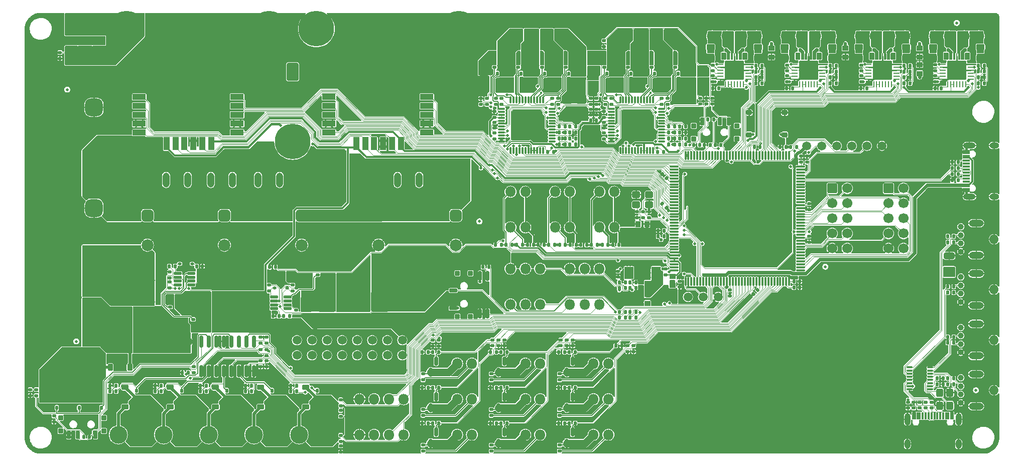
<source format=gbr>
%TF.GenerationSoftware,KiCad,Pcbnew,7.0.8-7.0.8~ubuntu22.04.1*%
%TF.CreationDate,2023-11-12T23:59:41-08:00*%
%TF.ProjectId,corevus-g,636f7265-7675-4732-9d67-2e6b69636164,rev?*%
%TF.SameCoordinates,Original*%
%TF.FileFunction,Copper,L1,Top*%
%TF.FilePolarity,Positive*%
%FSLAX46Y46*%
G04 Gerber Fmt 4.6, Leading zero omitted, Abs format (unit mm)*
G04 Created by KiCad (PCBNEW 7.0.8-7.0.8~ubuntu22.04.1) date 2023-11-12 23:59:41*
%MOMM*%
%LPD*%
G01*
G04 APERTURE LIST*
G04 Aperture macros list*
%AMRoundRect*
0 Rectangle with rounded corners*
0 $1 Rounding radius*
0 $2 $3 $4 $5 $6 $7 $8 $9 X,Y pos of 4 corners*
0 Add a 4 corners polygon primitive as box body*
4,1,4,$2,$3,$4,$5,$6,$7,$8,$9,$2,$3,0*
0 Add four circle primitives for the rounded corners*
1,1,$1+$1,$2,$3*
1,1,$1+$1,$4,$5*
1,1,$1+$1,$6,$7*
1,1,$1+$1,$8,$9*
0 Add four rect primitives between the rounded corners*
20,1,$1+$1,$2,$3,$4,$5,0*
20,1,$1+$1,$4,$5,$6,$7,0*
20,1,$1+$1,$6,$7,$8,$9,0*
20,1,$1+$1,$8,$9,$2,$3,0*%
G04 Aperture macros list end*
%TA.AperFunction,SMDPad,CuDef*%
%ADD10RoundRect,0.100000X-1.025000X0.400000X-1.025000X-0.400000X1.025000X-0.400000X1.025000X0.400000X0*%
%TD*%
%TA.AperFunction,SMDPad,CuDef*%
%ADD11RoundRect,0.100000X0.400000X1.025000X-0.400000X1.025000X-0.400000X-1.025000X0.400000X-1.025000X0*%
%TD*%
%TA.AperFunction,SMDPad,CuDef*%
%ADD12RoundRect,0.100000X-0.175000X-0.200000X0.175000X-0.200000X0.175000X0.200000X-0.175000X0.200000X0*%
%TD*%
%TA.AperFunction,SMDPad,CuDef*%
%ADD13RoundRect,0.100000X0.200000X-0.175000X0.200000X0.175000X-0.200000X0.175000X-0.200000X-0.175000X0*%
%TD*%
%TA.AperFunction,SMDPad,CuDef*%
%ADD14RoundRect,0.100000X0.175000X0.200000X-0.175000X0.200000X-0.175000X-0.200000X0.175000X-0.200000X0*%
%TD*%
%TA.AperFunction,SMDPad,CuDef*%
%ADD15C,0.100000*%
%TD*%
%TA.AperFunction,SMDPad,CuDef*%
%ADD16RoundRect,0.100000X0.350000X0.400000X-0.350000X0.400000X-0.350000X-0.400000X0.350000X-0.400000X0*%
%TD*%
%TA.AperFunction,SMDPad,CuDef*%
%ADD17RoundRect,0.100000X-0.200000X0.175000X-0.200000X-0.175000X0.200000X-0.175000X0.200000X0.175000X0*%
%TD*%
%TA.AperFunction,SMDPad,CuDef*%
%ADD18RoundRect,0.100000X0.300000X0.300000X-0.300000X0.300000X-0.300000X-0.300000X0.300000X-0.300000X0*%
%TD*%
%TA.AperFunction,SMDPad,CuDef*%
%ADD19RoundRect,0.075000X0.225000X0.575000X-0.225000X0.575000X-0.225000X-0.575000X0.225000X-0.575000X0*%
%TD*%
%TA.AperFunction,ComponentPad*%
%ADD20C,1.000000*%
%TD*%
%TA.AperFunction,ComponentPad*%
%ADD21O,2.500000X1.200000*%
%TD*%
%TA.AperFunction,ComponentPad*%
%ADD22O,1.600000X1.600000*%
%TD*%
%TA.AperFunction,SMDPad,CuDef*%
%ADD23RoundRect,0.250000X-0.650000X0.325000X-0.650000X-0.325000X0.650000X-0.325000X0.650000X0.325000X0*%
%TD*%
%TA.AperFunction,SMDPad,CuDef*%
%ADD24RoundRect,0.225000X-0.375000X0.225000X-0.375000X-0.225000X0.375000X-0.225000X0.375000X0.225000X0*%
%TD*%
%TA.AperFunction,SMDPad,CuDef*%
%ADD25RoundRect,0.100000X0.150000X0.250000X-0.150000X0.250000X-0.150000X-0.250000X0.150000X-0.250000X0*%
%TD*%
%TA.AperFunction,SMDPad,CuDef*%
%ADD26RoundRect,0.105714X1.169286X0.819286X-1.169286X0.819286X-1.169286X-0.819286X1.169286X-0.819286X0*%
%TD*%
%TA.AperFunction,SMDPad,CuDef*%
%ADD27RoundRect,0.250000X-0.450000X0.262500X-0.450000X-0.262500X0.450000X-0.262500X0.450000X0.262500X0*%
%TD*%
%TA.AperFunction,ComponentPad*%
%ADD28C,1.800000*%
%TD*%
%TA.AperFunction,ComponentPad*%
%ADD29C,1.500000*%
%TD*%
%TA.AperFunction,ComponentPad*%
%ADD30RoundRect,1.000000X-0.500000X0.500000X-0.500000X-0.500000X0.500000X-0.500000X0.500000X0.500000X0*%
%TD*%
%TA.AperFunction,ComponentPad*%
%ADD31O,1.800000X1.800000*%
%TD*%
%TA.AperFunction,ComponentPad*%
%ADD32RoundRect,0.250000X-0.600000X-0.600000X0.600000X-0.600000X0.600000X0.600000X-0.600000X0.600000X0*%
%TD*%
%TA.AperFunction,ComponentPad*%
%ADD33C,1.700000*%
%TD*%
%TA.AperFunction,SMDPad,CuDef*%
%ADD34C,0.500000*%
%TD*%
%TA.AperFunction,SMDPad,CuDef*%
%ADD35RoundRect,0.150000X-0.150000X0.587500X-0.150000X-0.587500X0.150000X-0.587500X0.150000X0.587500X0*%
%TD*%
%TA.AperFunction,SMDPad,CuDef*%
%ADD36RoundRect,0.250000X0.625000X-0.312500X0.625000X0.312500X-0.625000X0.312500X-0.625000X-0.312500X0*%
%TD*%
%TA.AperFunction,SMDPad,CuDef*%
%ADD37RoundRect,0.100000X-0.150000X-0.250000X0.150000X-0.250000X0.150000X0.250000X-0.150000X0.250000X0*%
%TD*%
%TA.AperFunction,SMDPad,CuDef*%
%ADD38RoundRect,0.105714X-1.169286X-0.819286X1.169286X-0.819286X1.169286X0.819286X-1.169286X0.819286X0*%
%TD*%
%TA.AperFunction,SMDPad,CuDef*%
%ADD39RoundRect,0.100000X-0.250000X0.150000X-0.250000X-0.150000X0.250000X-0.150000X0.250000X0.150000X0*%
%TD*%
%TA.AperFunction,SMDPad,CuDef*%
%ADD40RoundRect,0.105714X-0.819286X1.169286X-0.819286X-1.169286X0.819286X-1.169286X0.819286X1.169286X0*%
%TD*%
%TA.AperFunction,SMDPad,CuDef*%
%ADD41RoundRect,0.250000X0.650000X-0.325000X0.650000X0.325000X-0.650000X0.325000X-0.650000X-0.325000X0*%
%TD*%
%TA.AperFunction,SMDPad,CuDef*%
%ADD42RoundRect,0.100000X-0.400000X0.350000X-0.400000X-0.350000X0.400000X-0.350000X0.400000X0.350000X0*%
%TD*%
%TA.AperFunction,SMDPad,CuDef*%
%ADD43RoundRect,0.100000X0.250000X-0.150000X0.250000X0.150000X-0.250000X0.150000X-0.250000X-0.150000X0*%
%TD*%
%TA.AperFunction,SMDPad,CuDef*%
%ADD44RoundRect,0.105714X0.819286X-1.169286X0.819286X1.169286X-0.819286X1.169286X-0.819286X-1.169286X0*%
%TD*%
%TA.AperFunction,SMDPad,CuDef*%
%ADD45RoundRect,0.225000X0.225000X0.375000X-0.225000X0.375000X-0.225000X-0.375000X0.225000X-0.375000X0*%
%TD*%
%TA.AperFunction,SMDPad,CuDef*%
%ADD46RoundRect,0.062500X-0.425000X-0.062500X0.425000X-0.062500X0.425000X0.062500X-0.425000X0.062500X0*%
%TD*%
%TA.AperFunction,SMDPad,CuDef*%
%ADD47RoundRect,0.062500X-0.062500X-0.425000X0.062500X-0.425000X0.062500X0.425000X-0.062500X0.425000X0*%
%TD*%
%TA.AperFunction,ComponentPad*%
%ADD48C,0.500000*%
%TD*%
%TA.AperFunction,SMDPad,CuDef*%
%ADD49RoundRect,0.250000X-1.375000X-1.375000X1.375000X-1.375000X1.375000X1.375000X-1.375000X1.375000X0*%
%TD*%
%TA.AperFunction,SMDPad,CuDef*%
%ADD50RoundRect,0.112500X-0.187500X-0.112500X0.187500X-0.112500X0.187500X0.112500X-0.187500X0.112500X0*%
%TD*%
%TA.AperFunction,SMDPad,CuDef*%
%ADD51R,0.300000X1.150000*%
%TD*%
%TA.AperFunction,ComponentPad*%
%ADD52O,1.000000X2.100000*%
%TD*%
%TA.AperFunction,ComponentPad*%
%ADD53O,1.000000X1.600000*%
%TD*%
%TA.AperFunction,ComponentPad*%
%ADD54C,4.600000*%
%TD*%
%TA.AperFunction,SMDPad,CuDef*%
%ADD55C,6.000000*%
%TD*%
%TA.AperFunction,SMDPad,CuDef*%
%ADD56RoundRect,0.100000X0.400000X-0.350000X0.400000X0.350000X-0.400000X0.350000X-0.400000X-0.350000X0*%
%TD*%
%TA.AperFunction,ComponentPad*%
%ADD57RoundRect,0.500000X-0.500000X-0.500000X0.500000X-0.500000X0.500000X0.500000X-0.500000X0.500000X0*%
%TD*%
%TA.AperFunction,ComponentPad*%
%ADD58C,2.000000*%
%TD*%
%TA.AperFunction,ComponentPad*%
%ADD59C,3.000000*%
%TD*%
%TA.AperFunction,SMDPad,CuDef*%
%ADD60RoundRect,0.250000X-0.625000X0.312500X-0.625000X-0.312500X0.625000X-0.312500X0.625000X0.312500X0*%
%TD*%
%TA.AperFunction,SMDPad,CuDef*%
%ADD61RoundRect,0.075000X-0.662500X-0.075000X0.662500X-0.075000X0.662500X0.075000X-0.662500X0.075000X0*%
%TD*%
%TA.AperFunction,SMDPad,CuDef*%
%ADD62RoundRect,0.075000X-0.075000X-0.662500X0.075000X-0.662500X0.075000X0.662500X-0.075000X0.662500X0*%
%TD*%
%TA.AperFunction,SMDPad,CuDef*%
%ADD63RoundRect,0.250000X-1.250000X-1.500000X1.250000X-1.500000X1.250000X1.500000X-1.250000X1.500000X0*%
%TD*%
%TA.AperFunction,SMDPad,CuDef*%
%ADD64RoundRect,0.300000X0.300000X-0.400000X0.300000X0.400000X-0.300000X0.400000X-0.300000X-0.400000X0*%
%TD*%
%TA.AperFunction,SMDPad,CuDef*%
%ADD65RoundRect,0.125000X0.537500X0.125000X-0.537500X0.125000X-0.537500X-0.125000X0.537500X-0.125000X0*%
%TD*%
%TA.AperFunction,SMDPad,CuDef*%
%ADD66RoundRect,0.100000X-0.265165X-0.017678X-0.017678X-0.265165X0.265165X0.017678X0.017678X0.265165X0*%
%TD*%
%TA.AperFunction,SMDPad,CuDef*%
%ADD67RoundRect,0.225000X0.375000X-0.225000X0.375000X0.225000X-0.375000X0.225000X-0.375000X-0.225000X0*%
%TD*%
%TA.AperFunction,SMDPad,CuDef*%
%ADD68RoundRect,0.300000X0.400000X0.300000X-0.400000X0.300000X-0.400000X-0.300000X0.400000X-0.300000X0*%
%TD*%
%TA.AperFunction,ComponentPad*%
%ADD69O,1.200000X2.500000*%
%TD*%
%TA.AperFunction,SMDPad,CuDef*%
%ADD70RoundRect,0.250000X-0.325000X-0.650000X0.325000X-0.650000X0.325000X0.650000X-0.325000X0.650000X0*%
%TD*%
%TA.AperFunction,SMDPad,CuDef*%
%ADD71RoundRect,0.150000X0.150000X-0.850000X0.150000X0.850000X-0.150000X0.850000X-0.150000X-0.850000X0*%
%TD*%
%TA.AperFunction,SMDPad,CuDef*%
%ADD72RoundRect,0.100000X-0.017678X0.265165X-0.265165X0.017678X0.017678X-0.265165X0.265165X-0.017678X0*%
%TD*%
%TA.AperFunction,SMDPad,CuDef*%
%ADD73RoundRect,0.250000X0.325000X0.650000X-0.325000X0.650000X-0.325000X-0.650000X0.325000X-0.650000X0*%
%TD*%
%TA.AperFunction,SMDPad,CuDef*%
%ADD74RoundRect,0.150000X-0.150000X0.662500X-0.150000X-0.662500X0.150000X-0.662500X0.150000X0.662500X0*%
%TD*%
%TA.AperFunction,SMDPad,CuDef*%
%ADD75RoundRect,0.100000X0.265165X0.017678X0.017678X0.265165X-0.265165X-0.017678X-0.017678X-0.265165X0*%
%TD*%
%TA.AperFunction,SMDPad,CuDef*%
%ADD76RoundRect,0.100000X0.300000X-0.300000X0.300000X0.300000X-0.300000X0.300000X-0.300000X-0.300000X0*%
%TD*%
%TA.AperFunction,SMDPad,CuDef*%
%ADD77RoundRect,0.075000X0.575000X-0.225000X0.575000X0.225000X-0.575000X0.225000X-0.575000X-0.225000X0*%
%TD*%
%TA.AperFunction,SMDPad,CuDef*%
%ADD78RoundRect,0.100000X-0.300000X-0.300000X0.300000X-0.300000X0.300000X0.300000X-0.300000X0.300000X0*%
%TD*%
%TA.AperFunction,SMDPad,CuDef*%
%ADD79RoundRect,0.075000X-0.225000X-0.575000X0.225000X-0.575000X0.225000X0.575000X-0.225000X0.575000X0*%
%TD*%
%TA.AperFunction,SMDPad,CuDef*%
%ADD80RoundRect,0.300000X-0.200000X-0.150000X0.200000X-0.150000X0.200000X0.150000X-0.200000X0.150000X0*%
%TD*%
%TA.AperFunction,SMDPad,CuDef*%
%ADD81R,1.150000X0.300000*%
%TD*%
%TA.AperFunction,ComponentPad*%
%ADD82O,2.100000X1.000000*%
%TD*%
%TA.AperFunction,ComponentPad*%
%ADD83O,1.600000X1.000000*%
%TD*%
%TA.AperFunction,SMDPad,CuDef*%
%ADD84R,1.500000X2.000000*%
%TD*%
%TA.AperFunction,SMDPad,CuDef*%
%ADD85R,3.800000X2.000000*%
%TD*%
%TA.AperFunction,SMDPad,CuDef*%
%ADD86RoundRect,0.100000X-0.400000X-0.050000X0.400000X-0.050000X0.400000X0.050000X-0.400000X0.050000X0*%
%TD*%
%TA.AperFunction,SMDPad,CuDef*%
%ADD87RoundRect,0.075000X-0.525000X-0.075000X0.525000X-0.075000X0.525000X0.075000X-0.525000X0.075000X0*%
%TD*%
%TA.AperFunction,SMDPad,CuDef*%
%ADD88RoundRect,0.075000X-0.075000X-0.525000X0.075000X-0.525000X0.075000X0.525000X-0.075000X0.525000X0*%
%TD*%
%TA.AperFunction,SMDPad,CuDef*%
%ADD89RoundRect,0.250000X-2.250000X-2.250000X2.250000X-2.250000X2.250000X2.250000X-2.250000X2.250000X0*%
%TD*%
%TA.AperFunction,ViaPad*%
%ADD90C,0.500000*%
%TD*%
%TA.AperFunction,ViaPad*%
%ADD91C,0.600000*%
%TD*%
%TA.AperFunction,ViaPad*%
%ADD92C,0.450000*%
%TD*%
%TA.AperFunction,Conductor*%
%ADD93C,0.100000*%
%TD*%
%TA.AperFunction,Conductor*%
%ADD94C,0.300000*%
%TD*%
%TA.AperFunction,Conductor*%
%ADD95C,0.250000*%
%TD*%
%TA.AperFunction,Conductor*%
%ADD96C,0.200000*%
%TD*%
%TA.AperFunction,Conductor*%
%ADD97C,0.400000*%
%TD*%
%TA.AperFunction,Conductor*%
%ADD98C,0.150000*%
%TD*%
%TA.AperFunction,Conductor*%
%ADD99C,0.500000*%
%TD*%
%TA.AperFunction,Conductor*%
%ADD100C,2.000000*%
%TD*%
%TA.AperFunction,Conductor*%
%ADD101C,0.600000*%
%TD*%
%TA.AperFunction,Conductor*%
%ADD102C,1.250000*%
%TD*%
G04 APERTURE END LIST*
%TA.AperFunction,EtchedComponent*%
%TO.C,NT1*%
G36*
X150650000Y-81300000D02*
G01*
X150450000Y-81300000D01*
X150450000Y-81200000D01*
X150650000Y-81200000D01*
X150650000Y-81300000D01*
G37*
%TD.AperFunction*%
%TD*%
D10*
%TO.P,T10,1,1*%
%TO.N,GND*%
X108125000Y-59000000D03*
%TD*%
%TO.P,T27,1,1*%
%TO.N,/_{M9}Step*%
X59625000Y-60500000D03*
%TD*%
%TO.P,T14,1,1*%
%TO.N,/_{M6}Dir*%
X108125000Y-57500000D03*
%TD*%
%TO.P,T13,1,1*%
%TO.N,/_{M7}Dir*%
X91625000Y-57500000D03*
%TD*%
%TO.P,T32,1,1*%
%TO.N,/_{M8}~{En}*%
X76125000Y-56000000D03*
%TD*%
%TO.P,T12,1,1*%
%TO.N,/_{M6}Step*%
X108125000Y-60500000D03*
%TD*%
%TO.P,T29,1,1*%
%TO.N,/_{M9}Dir*%
X59625000Y-57500000D03*
%TD*%
%TO.P,T31,1,1*%
%TO.N,/_{M9}~{En}*%
X59625000Y-56000000D03*
%TD*%
%TO.P,T15,1,1*%
%TO.N,/_{M7}~{En}*%
X91625000Y-56000000D03*
%TD*%
%TO.P,T23,1,1*%
%TO.N,/_{M9}~{CS}*%
X59625000Y-54500000D03*
%TD*%
D11*
%TO.P,T2,1,1*%
%TO.N,/SPI1_SCK*%
X97750000Y-62375000D03*
%TD*%
%TO.P,T19,1,1*%
%TO.N,GND*%
X68750000Y-62375000D03*
%TD*%
%TO.P,T21,1,1*%
%TO.N,/SPI1_MISO*%
X70250000Y-62375000D03*
%TD*%
%TO.P,T6,1,1*%
%TO.N,+3.3V*%
X103750000Y-62375000D03*
%TD*%
%TO.P,T5,1,1*%
%TO.N,/SPI1_MISO*%
X102250000Y-62375000D03*
%TD*%
%TO.P,T18,1,1*%
%TO.N,/SPI1_SCK*%
X65750000Y-62375000D03*
%TD*%
D10*
%TO.P,T16,1,1*%
%TO.N,/_{M6}~{En}*%
X108125000Y-56000000D03*
%TD*%
%TO.P,T8,1,1*%
%TO.N,/_{M6}~{CS}*%
X108125000Y-54500000D03*
%TD*%
%TO.P,T26,1,1*%
%TO.N,GND*%
X76125000Y-59000000D03*
%TD*%
D11*
%TO.P,T4,1,1*%
%TO.N,/SPI1_MOSI*%
X99250000Y-62375000D03*
%TD*%
%TO.P,T1,1,1*%
%TO.N,+12V*%
X96250000Y-62375000D03*
%TD*%
%TO.P,T17,1,1*%
%TO.N,+12V*%
X64250000Y-62375000D03*
%TD*%
D10*
%TO.P,T28,1,1*%
%TO.N,/_{M8}Step*%
X76125000Y-60500000D03*
%TD*%
D11*
%TO.P,T20,1,1*%
%TO.N,/SPI1_MOSI*%
X67250000Y-62375000D03*
%TD*%
D10*
%TO.P,T7,1,1*%
%TO.N,/_{M7}~{CS}*%
X91625000Y-54500000D03*
%TD*%
%TO.P,T30,1,1*%
%TO.N,/_{M8}Dir*%
X76125000Y-57500000D03*
%TD*%
%TO.P,T24,1,1*%
%TO.N,/_{M8}~{CS}*%
X76125000Y-54500000D03*
%TD*%
%TO.P,T9,1,1*%
%TO.N,GND*%
X91625000Y-59000000D03*
%TD*%
%TO.P,T25,1,1*%
%TO.N,GND*%
X59625000Y-59000000D03*
%TD*%
%TO.P,T11,1,1*%
%TO.N,/_{M7}Step*%
X91625000Y-60500000D03*
%TD*%
D11*
%TO.P,T3,1,1*%
%TO.N,GND*%
X100750000Y-62375000D03*
%TD*%
%TO.P,T22,1,1*%
%TO.N,+3.3V*%
X71750000Y-62375000D03*
%TD*%
D12*
%TO.P,D29,1,K*%
%TO.N,Net-(D29-K)*%
X109150000Y-103550000D03*
%TO.P,D29,2,A*%
%TO.N,/F3_Gate*%
X110150000Y-103550000D03*
%TD*%
D13*
%TO.P,C95,1*%
%TO.N,Net-(D48-K)*%
X81500000Y-87250000D03*
%TO.P,C95,2*%
%TO.N,Net-(U5-PHASE)*%
X81500000Y-86250000D03*
%TD*%
D12*
%TO.P,C18,1*%
%TO.N,+3.3V*%
X201150000Y-51195000D03*
%TO.P,C18,2*%
%TO.N,GND*%
X202150000Y-51195000D03*
%TD*%
D14*
%TO.P,C9,1*%
%TO.N,VSSA*%
X126100000Y-79475000D03*
%TO.P,C9,2*%
%TO.N,/T0*%
X125100000Y-79475000D03*
%TD*%
D15*
%TO.P,NT1,1,1*%
%TO.N,GND*%
X150650000Y-81250000D03*
%TO.P,NT1,2,2*%
%TO.N,VSSA*%
X150450000Y-81250000D03*
%TD*%
D16*
%TO.P,C11,1*%
%TO.N,+3.3V*%
X145250000Y-75950000D03*
%TO.P,C11,2*%
%TO.N,GND*%
X143750000Y-75950000D03*
%TD*%
D12*
%TO.P,D12,1,K*%
%TO.N,Net-(D12-K)*%
X77580000Y-104200000D03*
%TO.P,D12,2,A*%
%TO.N,/H3_Gate*%
X78580000Y-104200000D03*
%TD*%
D14*
%TO.P,R101,1*%
%TO.N,Net-(D23-K)*%
X177150000Y-49200000D03*
%TO.P,R101,2*%
%TO.N,/_{M2}~{En}*%
X176150000Y-49200000D03*
%TD*%
D12*
%TO.P,C5,1*%
%TO.N,GND*%
X66900000Y-101000000D03*
%TO.P,C5,2*%
%TO.N,+3.3V*%
X67900000Y-101000000D03*
%TD*%
D17*
%TO.P,C31,1*%
%TO.N,Net-(U9-CPO)*%
X168900000Y-49100000D03*
%TO.P,C31,2*%
%TO.N,Net-(U9-CPI)*%
X168900000Y-50100000D03*
%TD*%
D18*
%TO.P,SW9,*%
%TO.N,*%
X53650000Y-110850000D03*
X53650000Y-108650000D03*
X46350000Y-110850000D03*
X46350000Y-108650000D03*
D19*
%TO.P,SW9,1,A*%
%TO.N,+12V*%
X52250000Y-111550000D03*
%TO.P,SW9,2,B*%
%TO.N,Net-(D18-A)*%
X49250000Y-111550000D03*
%TO.P,SW9,3,C*%
%TO.N,GND*%
X47750000Y-111550000D03*
%TD*%
D20*
%TO.P,J38,1,VBUS*%
%TO.N,+5V*%
X198200000Y-101900000D03*
%TO.P,J38,2,D-*%
%TO.N,/Pi Zero + USB Hub/D4-'*%
X198200000Y-103300000D03*
%TO.P,J38,3,D+*%
%TO.N,/Pi Zero + USB Hub/D4+'*%
X198200000Y-104700000D03*
%TO.P,J38,4,GND*%
%TO.N,GND*%
X198200000Y-106100000D03*
D21*
%TO.P,J38,5,Shield*%
X200800000Y-106700000D03*
D22*
X203800000Y-104010000D03*
D21*
X200800000Y-101300000D03*
%TD*%
D23*
%TO.P,C71,1*%
%TO.N,VMC*%
X53000000Y-47025000D03*
%TO.P,C71,2*%
%TO.N,GND*%
X53000000Y-49975000D03*
%TD*%
D24*
%TO.P,D36,1,K*%
%TO.N,/USB_VBUS*%
X147150000Y-86050000D03*
%TO.P,D36,2,A*%
%TO.N,+5V*%
X147150000Y-89350000D03*
%TD*%
D25*
%TO.P,Q6,1,S*%
%TO.N,/Motor 4 (TMC2160)/A2*%
X152475000Y-50550000D03*
%TO.P,Q6,2,S*%
X151825000Y-50550000D03*
%TO.P,Q6,3,S*%
X151175000Y-50550000D03*
%TO.P,Q6,4,G*%
%TO.N,/Motor 4 (TMC2160)/HA2*%
X150525000Y-50550000D03*
%TO.P,Q6,5,D*%
%TO.N,VMB*%
X150525000Y-53450000D03*
%TO.P,Q6,6,D*%
X151175000Y-53450000D03*
%TO.P,Q6,7,D*%
X151825000Y-53450000D03*
%TO.P,Q6,8,D*%
X152475000Y-53450000D03*
D26*
X151500000Y-52300000D03*
%TD*%
D27*
%TO.P,R27,1*%
%TO.N,/Motor 2 (TMC2208)/BRB*%
X168500000Y-46092500D03*
%TO.P,R27,2*%
%TO.N,GND*%
X168500000Y-47917500D03*
%TD*%
D12*
%TO.P,D32,1,K*%
%TO.N,Net-(D32-K)*%
X109150000Y-97550000D03*
%TO.P,D32,2,A*%
%TO.N,/F4_Gate*%
X110150000Y-97550000D03*
%TD*%
D17*
%TO.P,R83,1*%
%TO.N,/F6_Gate*%
X131750000Y-95500000D03*
%TO.P,R83,2*%
%TO.N,GND*%
X131750000Y-96500000D03*
%TD*%
D28*
%TO.P,M4,1*%
%TO.N,/Motor 3 (TMC2208)/A2*%
X163750000Y-44250000D03*
%TO.P,M4,2,-*%
%TO.N,/Motor 3 (TMC2208)/A1*%
X161250000Y-44250000D03*
%TO.P,M4,3*%
%TO.N,/Motor 3 (TMC2208)/B1*%
X158750000Y-44250000D03*
%TO.P,M4,4*%
%TO.N,/Motor 3 (TMC2208)/B2*%
X156250000Y-44250000D03*
%TD*%
D12*
%TO.P,R7,1*%
%TO.N,GND*%
X196750000Y-65500000D03*
%TO.P,R7,2*%
%TO.N,Net-(J1-CC2)*%
X197750000Y-65500000D03*
%TD*%
D29*
%TO.P,J30,1,Pin_1*%
%TO.N,+24V*%
X86220000Y-95570000D03*
%TO.P,J30,2,Pin_2*%
X88760000Y-95570000D03*
%TO.P,J30,3,Pin_3*%
X91300000Y-95570000D03*
%TO.P,J30,4,Pin_4*%
X93840000Y-95570000D03*
%TO.P,J30,5,Pin_5*%
X96380000Y-95570000D03*
%TO.P,J30,6,Pin_6*%
X98920000Y-95570000D03*
%TO.P,J30,7,Pin_7*%
X101460000Y-95570000D03*
%TO.P,J30,8,Pin_8*%
X104000000Y-95570000D03*
%TD*%
D13*
%TO.P,D5,1,K*%
%TO.N,Net-(D5-K)*%
X93600000Y-112600000D03*
%TO.P,D5,2,A*%
%TO.N,/F0*%
X93600000Y-111600000D03*
%TD*%
%TO.P,R37,1*%
%TO.N,GND*%
X136750000Y-57550000D03*
%TO.P,R37,2*%
%TO.N,/Motor 4 (TMC2160)/SRBL*%
X136750000Y-56550000D03*
%TD*%
D27*
%TO.P,R23,1*%
%TO.N,/Motor 1 (TMC2208)/BRA*%
X189000000Y-46092500D03*
%TO.P,R23,2*%
%TO.N,GND*%
X189000000Y-47917500D03*
%TD*%
D13*
%TO.P,C42,1*%
%TO.N,GND*%
X138000000Y-59750000D03*
%TO.P,C42,2*%
%TO.N,Net-(U11-5VOUT)*%
X138000000Y-58750000D03*
%TD*%
D17*
%TO.P,R40,1*%
%TO.N,Net-(U12-5VOUT)*%
X119500000Y-60550000D03*
%TO.P,R40,2*%
%TO.N,Net-(U12-VCC)*%
X119500000Y-61550000D03*
%TD*%
D28*
%TO.P,M3,1*%
%TO.N,/Motor 2 (TMC2208)/A2*%
X176250000Y-44250000D03*
%TO.P,M3,2,-*%
%TO.N,/Motor 2 (TMC2208)/A1*%
X173750000Y-44250000D03*
%TO.P,M3,3*%
%TO.N,/Motor 2 (TMC2208)/B1*%
X171250000Y-44250000D03*
%TO.P,M3,4*%
%TO.N,/Motor 2 (TMC2208)/B2*%
X168750000Y-44250000D03*
%TD*%
D17*
%TO.P,C30,1*%
%TO.N,Net-(U9-VCP)*%
X168900000Y-50900000D03*
%TO.P,C30,2*%
%TO.N,+24V*%
X168900000Y-51900000D03*
%TD*%
D25*
%TO.P,Q25,1,S*%
%TO.N,GND*%
X76315000Y-104050000D03*
%TO.P,Q25,2,S*%
X75665000Y-104050000D03*
%TO.P,Q25,3,S*%
X75015000Y-104050000D03*
%TO.P,Q25,4,G*%
%TO.N,/H2_Gate*%
X74365000Y-104050000D03*
%TO.P,Q25,5,D*%
%TO.N,Net-(D27-A)*%
X74365000Y-106950000D03*
%TO.P,Q25,6,D*%
X75015000Y-106950000D03*
%TO.P,Q25,7,D*%
X75665000Y-106950000D03*
%TO.P,Q25,8,D*%
X76315000Y-106950000D03*
D26*
X75340000Y-105800000D03*
%TD*%
D12*
%TO.P,R52,1*%
%TO.N,Net-(D6-A)*%
X140600000Y-85800000D03*
%TO.P,R52,2*%
%TO.N,+3.3V*%
X141600000Y-85800000D03*
%TD*%
%TO.P,C24,1*%
%TO.N,GND*%
X181350000Y-53050000D03*
%TO.P,C24,2*%
%TO.N,Net-(U8-5VOut)*%
X182350000Y-53050000D03*
%TD*%
D30*
%TO.P,J36,1,Pin_1*%
%TO.N,GND*%
X52000000Y-73250000D03*
%TO.P,J36,2,Pin_2*%
%TO.N,Net-(J36-Pin_2)*%
X52000000Y-81750000D03*
%TD*%
D31*
%TO.P,J32,1,Pin_1*%
%TO.N,Net-(J32-Pin_1)*%
X124750000Y-111500000D03*
%TO.P,J32,2,Pin_2*%
%TO.N,/F5_V+*%
X127250000Y-111500000D03*
%TD*%
D14*
%TO.P,R50,1*%
%TO.N,Net-(D33-K)*%
X119850000Y-109550000D03*
%TO.P,R50,2*%
%TO.N,GND*%
X118850000Y-109550000D03*
%TD*%
D27*
%TO.P,R26,1*%
%TO.N,/Motor 2 (TMC2208)/BRA*%
X176500000Y-46092500D03*
%TO.P,R26,2*%
%TO.N,GND*%
X176500000Y-47917500D03*
%TD*%
D14*
%TO.P,R81,1*%
%TO.N,/Pi Zero + USB Hub/D4+'*%
X197000000Y-103000000D03*
%TO.P,R81,2*%
%TO.N,/Pi Zero + USB Hub/D4+*%
X196000000Y-103000000D03*
%TD*%
D23*
%TO.P,C96,1*%
%TO.N,+5V*%
X103500000Y-90025000D03*
%TO.P,C96,2*%
%TO.N,GND*%
X103500000Y-92975000D03*
%TD*%
D17*
%TO.P,C1,1*%
%TO.N,GND*%
X145600000Y-73850000D03*
%TO.P,C1,2*%
%TO.N,Net-(U1-PH0)*%
X145600000Y-74850000D03*
%TD*%
D23*
%TO.P,C97,1*%
%TO.N,+5V*%
X105800000Y-90025000D03*
%TO.P,C97,2*%
%TO.N,GND*%
X105800000Y-92975000D03*
%TD*%
D32*
%TO.P,J13,1,Pin_1*%
%TO.N,/Buzzer*%
X176500000Y-69920000D03*
D33*
%TO.P,J13,2,Pin_2*%
%TO.N,/Btn_Enc*%
X179040000Y-69920000D03*
%TO.P,J13,3,Pin_3*%
%TO.N,/LCD_En*%
X176500000Y-72460000D03*
%TO.P,J13,4,Pin_4*%
%TO.N,/LCD_Rs*%
X179040000Y-72460000D03*
%TO.P,J13,5,Pin_5*%
%TO.N,/LCD_D4*%
X176500000Y-75000000D03*
%TO.P,J13,6,Pin_6*%
%TO.N,/LCD_D5*%
X179040000Y-75000000D03*
%TO.P,J13,7,Pin_7*%
%TO.N,/LCD_D6*%
X176500000Y-77540000D03*
%TO.P,J13,8,Pin_8*%
%TO.N,/LCD_D7*%
X179040000Y-77540000D03*
%TO.P,J13,9,Pin_9*%
%TO.N,GND*%
X176500000Y-80080000D03*
%TO.P,J13,10,Pin_10*%
%TO.N,+5V*%
X179040000Y-80080000D03*
%TD*%
D34*
%TO.P,FID3,*%
%TO.N,*%
X49000000Y-95750000D03*
%TD*%
D14*
%TO.P,D19,1,K*%
%TO.N,Net-(D19-K)*%
X149950000Y-62500000D03*
%TO.P,D19,2,A*%
%TO.N,+3.3V*%
X148950000Y-62500000D03*
%TD*%
D35*
%TO.P,Q29,1,G*%
%TO.N,/F5_Gate*%
X121200000Y-111062500D03*
%TO.P,Q29,2,S*%
%TO.N,GND*%
X119300000Y-111062500D03*
%TO.P,Q29,3,D*%
%TO.N,Net-(J32-Pin_1)*%
X120250000Y-112937500D03*
%TD*%
D14*
%TO.P,C78,1*%
%TO.N,VSSA*%
X140500000Y-79475000D03*
%TO.P,C78,2*%
%TO.N,/T2*%
X139500000Y-79475000D03*
%TD*%
D36*
%TO.P,R35,1*%
%TO.N,Net-(Q7-S-Pad1)*%
X136250000Y-48462500D03*
%TO.P,R35,2*%
%TO.N,GND*%
X136250000Y-45537500D03*
%TD*%
D12*
%TO.P,C76,1*%
%TO.N,Net-(U13-VDD18)*%
X194200000Y-102000000D03*
%TO.P,C76,2*%
%TO.N,GND*%
X195200000Y-102000000D03*
%TD*%
D37*
%TO.P,Q2,1,S*%
%TO.N,GND*%
X51275000Y-106950000D03*
%TO.P,Q2,2,S*%
X51925000Y-106950000D03*
%TO.P,Q2,3,S*%
X52575000Y-106950000D03*
%TO.P,Q2,4,G*%
%TO.N,/HB_Gate*%
X53225000Y-106950000D03*
%TO.P,Q2,5,D*%
%TO.N,/Bed_H-*%
X53225000Y-104050000D03*
%TO.P,Q2,6,D*%
X52575000Y-104050000D03*
%TO.P,Q2,7,D*%
X51925000Y-104050000D03*
%TO.P,Q2,8,D*%
X51275000Y-104050000D03*
D38*
X52250000Y-105200000D03*
%TD*%
D35*
%TO.P,Q33,1,G*%
%TO.N,/F10_Gate*%
X132700000Y-99062500D03*
%TO.P,Q33,2,S*%
%TO.N,GND*%
X130800000Y-99062500D03*
%TO.P,Q33,3,D*%
%TO.N,Net-(J40-Pin_1)*%
X131750000Y-100937500D03*
%TD*%
D34*
%TO.P,FID4,*%
%TO.N,*%
X175350000Y-83150000D03*
%TD*%
D14*
%TO.P,R103,1*%
%TO.N,Net-(D24-K)*%
X164650000Y-49200000D03*
%TO.P,R103,2*%
%TO.N,/_{M3}~{En}*%
X163650000Y-49200000D03*
%TD*%
D39*
%TO.P,Q9,1,S*%
%TO.N,Net-(Q10-S-Pad1)*%
X146050000Y-47525000D03*
%TO.P,Q9,2,S*%
X146050000Y-48175000D03*
%TO.P,Q9,3,S*%
X146050000Y-48825000D03*
%TO.P,Q9,4,G*%
%TO.N,/Motor 4 (TMC2160)/LA1*%
X146050000Y-49475000D03*
%TO.P,Q9,5,D*%
%TO.N,/Motor 4 (TMC2160)/A1*%
X148950000Y-49475000D03*
%TO.P,Q9,6,D*%
X148950000Y-48825000D03*
%TO.P,Q9,7,D*%
X148950000Y-48175000D03*
%TO.P,Q9,8,D*%
X148950000Y-47525000D03*
D40*
X147800000Y-48500000D03*
%TD*%
D31*
%TO.P,J7,1,Pin_1*%
%TO.N,VSSA*%
X132250000Y-70500000D03*
%TO.P,J7,2,Pin_2*%
%TO.N,/T4*%
X129750000Y-70500000D03*
%TD*%
D25*
%TO.P,Q4,1,S*%
%TO.N,/Motor 4 (TMC2160)/B2*%
X144475000Y-50550000D03*
%TO.P,Q4,2,S*%
X143825000Y-50550000D03*
%TO.P,Q4,3,S*%
X143175000Y-50550000D03*
%TO.P,Q4,4,G*%
%TO.N,/Motor 4 (TMC2160)/HB2*%
X142525000Y-50550000D03*
%TO.P,Q4,5,D*%
%TO.N,VMB*%
X142525000Y-53450000D03*
%TO.P,Q4,6,D*%
X143175000Y-53450000D03*
%TO.P,Q4,7,D*%
X143825000Y-53450000D03*
%TO.P,Q4,8,D*%
X144475000Y-53450000D03*
D26*
X143500000Y-52300000D03*
%TD*%
D12*
%TO.P,D15,1,K*%
%TO.N,Net-(D15-K)*%
X85200000Y-104200000D03*
%TO.P,D15,2,A*%
%TO.N,/H4_Gate*%
X86200000Y-104200000D03*
%TD*%
D13*
%TO.P,C50,1*%
%TO.N,Net-(U11-CA2)*%
X148750000Y-55750000D03*
%TO.P,C50,2*%
%TO.N,/Motor 4 (TMC2160)/A2*%
X148750000Y-54750000D03*
%TD*%
D28*
%TO.P,M2,1*%
%TO.N,/Motor 1 (TMC2208)/A2*%
X188750000Y-44250000D03*
%TO.P,M2,2,-*%
%TO.N,/Motor 1 (TMC2208)/A1*%
X186250000Y-44250000D03*
%TO.P,M2,3*%
%TO.N,/Motor 1 (TMC2208)/B1*%
X183750000Y-44250000D03*
%TO.P,M2,4*%
%TO.N,/Motor 1 (TMC2208)/B2*%
X181250000Y-44250000D03*
%TD*%
%TO.P,M6,1*%
%TO.N,/Motor 5 (TMC2160)/A2*%
X130750000Y-44250000D03*
%TO.P,M6,2,-*%
%TO.N,/Motor 5 (TMC2160)/A1*%
X128250000Y-44250000D03*
%TO.P,M6,3*%
%TO.N,/Motor 5 (TMC2160)/B2*%
X125750000Y-44250000D03*
%TO.P,M6,4*%
%TO.N,/Motor 5 (TMC2160)/B1*%
X123250000Y-44250000D03*
%TD*%
D12*
%TO.P,R9,1*%
%TO.N,VMB*%
X135750000Y-58450000D03*
%TO.P,R9,2*%
%TO.N,GND*%
X136750000Y-58450000D03*
%TD*%
D14*
%TO.P,C43,1*%
%TO.N,GND*%
X151750000Y-60500000D03*
%TO.P,C43,2*%
%TO.N,Net-(U11-VCC)*%
X150750000Y-60500000D03*
%TD*%
D13*
%TO.P,C90,1*%
%TO.N,GND*%
X68800000Y-101000000D03*
%TO.P,C90,2*%
%TO.N,Net-(D18-A)*%
X68800000Y-100000000D03*
%TD*%
D17*
%TO.P,R42,1*%
%TO.N,Net-(Q17-S-Pad1)*%
X135750000Y-54750000D03*
%TO.P,R42,2*%
%TO.N,/Motor 5 (TMC2160)/SRAH*%
X135750000Y-55750000D03*
%TD*%
%TO.P,TH1,1*%
%TO.N,/_{M4}~{Therm}*%
X138000000Y-45000000D03*
%TO.P,TH1,2*%
%TO.N,GND*%
X138000000Y-46000000D03*
%TD*%
D35*
%TO.P,Q31,1,G*%
%TO.N,/F7_Gate*%
X121200000Y-99062500D03*
%TO.P,Q31,2,S*%
%TO.N,GND*%
X119300000Y-99062500D03*
%TO.P,Q31,3,D*%
%TO.N,Net-(J34-Pin_1)*%
X120250000Y-100937500D03*
%TD*%
D17*
%TO.P,C36,1*%
%TO.N,Net-(U10-CPO)*%
X156400000Y-49100000D03*
%TO.P,C36,2*%
%TO.N,Net-(U10-CPI)*%
X156400000Y-50100000D03*
%TD*%
D23*
%TO.P,C51,1*%
%TO.N,VMB*%
X150350000Y-55025000D03*
%TO.P,C51,2*%
%TO.N,GND*%
X150350000Y-57975000D03*
%TD*%
D12*
%TO.P,R17,1*%
%TO.N,/T5*%
X135900000Y-79475000D03*
%TO.P,R17,2*%
%TO.N,VDDA*%
X136900000Y-79475000D03*
%TD*%
D31*
%TO.P,J40,1,Pin_1*%
%TO.N,Net-(J40-Pin_1)*%
X136250000Y-99500000D03*
%TO.P,J40,2,Pin_2*%
%TO.N,+24V*%
X138750000Y-99500000D03*
%TD*%
D17*
%TO.P,C98,1*%
%TO.N,+5V*%
X189300000Y-106000000D03*
%TO.P,C98,2*%
%TO.N,GND*%
X189300000Y-107000000D03*
%TD*%
D12*
%TO.P,D9,1,K*%
%TO.N,Net-(D9-K)*%
X62340000Y-104200000D03*
%TO.P,D9,2,A*%
%TO.N,/H1_Gate*%
X63340000Y-104200000D03*
%TD*%
D41*
%TO.P,C99,1*%
%TO.N,+5V*%
X196250000Y-84225000D03*
%TO.P,C99,2*%
%TO.N,GND*%
X196250000Y-81275000D03*
%TD*%
D14*
%TO.P,R57,1*%
%TO.N,Net-(D35-K)*%
X119850000Y-97550000D03*
%TO.P,R57,2*%
%TO.N,GND*%
X118850000Y-97550000D03*
%TD*%
D42*
%TO.P,C10,1*%
%TO.N,/USB_VBUS*%
X145350000Y-87850000D03*
%TO.P,C10,2*%
%TO.N,GND*%
X145350000Y-89350000D03*
%TD*%
D12*
%TO.P,R6,1*%
%TO.N,GND*%
X196750000Y-68500000D03*
%TO.P,R6,2*%
%TO.N,Net-(J1-CC1)*%
X197750000Y-68500000D03*
%TD*%
D17*
%TO.P,C107,1*%
%TO.N,Net-(J35-Pin_1)*%
X130500000Y-113250000D03*
%TO.P,C107,2*%
%TO.N,+5V*%
X130500000Y-114250000D03*
%TD*%
D14*
%TO.P,R75,1*%
%TO.N,/Pi Zero + USB Hub/D1+'*%
X197000000Y-79000000D03*
%TO.P,R75,2*%
%TO.N,/Pi Zero + USB Hub/D1+*%
X196000000Y-79000000D03*
%TD*%
D13*
%TO.P,C84,1*%
%TO.N,VDDA*%
X148400000Y-84500000D03*
%TO.P,C84,2*%
%TO.N,GND*%
X148400000Y-83500000D03*
%TD*%
D37*
%TO.P,Q19,1,S*%
%TO.N,GND*%
X43775000Y-106950000D03*
%TO.P,Q19,2,S*%
X44425000Y-106950000D03*
%TO.P,Q19,3,S*%
X45075000Y-106950000D03*
%TO.P,Q19,4,G*%
%TO.N,/HB_Gate*%
X45725000Y-106950000D03*
%TO.P,Q19,5,D*%
%TO.N,/Bed_H-*%
X45725000Y-104050000D03*
%TO.P,Q19,6,D*%
X45075000Y-104050000D03*
%TO.P,Q19,7,D*%
X44425000Y-104050000D03*
%TO.P,Q19,8,D*%
X43775000Y-104050000D03*
D38*
X44750000Y-105200000D03*
%TD*%
D12*
%TO.P,R91,1*%
%TO.N,GND*%
X147150000Y-78050000D03*
%TO.P,R91,2*%
%TO.N,Net-(D37-K)*%
X148150000Y-78050000D03*
%TD*%
D31*
%TO.P,J14,1,Pin_1*%
%TO.N,GND*%
X96750000Y-111500000D03*
%TO.P,J14,2,Pin_2*%
%TO.N,/F0_V+*%
X99250000Y-111500000D03*
%TO.P,J14,3,Pin_3*%
%TO.N,/F0_FG*%
X101750000Y-111500000D03*
%TO.P,J14,4,Pin_4*%
%TO.N,/F0*%
X104250000Y-111500000D03*
%TD*%
D17*
%TO.P,R93,1*%
%TO.N,Net-(U15-FB)*%
X64750000Y-85750000D03*
%TO.P,R93,2*%
%TO.N,+12V*%
X64750000Y-86750000D03*
%TD*%
D14*
%TO.P,R61,1*%
%TO.N,Net-(D10-K)*%
X55720000Y-103200000D03*
%TO.P,R61,2*%
%TO.N,GND*%
X54720000Y-103200000D03*
%TD*%
D31*
%TO.P,J10,1,Pin_1*%
%TO.N,VSSA*%
X124750000Y-76500000D03*
%TO.P,J10,2,Pin_2*%
%TO.N,/T0*%
X122250000Y-76500000D03*
%TD*%
D14*
%TO.P,C58,1*%
%TO.N,GND*%
X133250000Y-60500000D03*
%TO.P,C58,2*%
%TO.N,Net-(U12-VCC)*%
X132250000Y-60500000D03*
%TD*%
D43*
%TO.P,Q37,1,S*%
%TO.N,Net-(U5-PHASE)*%
X89700000Y-86475000D03*
%TO.P,Q37,2,S*%
X89700000Y-85825000D03*
%TO.P,Q37,3,S*%
X89700000Y-85175000D03*
%TO.P,Q37,4,G*%
%TO.N,Net-(Q37-G)*%
X89700000Y-84525000D03*
%TO.P,Q37,5,D*%
%TO.N,+24V*%
X86800000Y-84525000D03*
%TO.P,Q37,6,D*%
X86800000Y-85175000D03*
%TO.P,Q37,7,D*%
X86800000Y-85825000D03*
%TO.P,Q37,8,D*%
X86800000Y-86475000D03*
D44*
X87950000Y-85500000D03*
%TD*%
D45*
%TO.P,D31,1,K*%
%TO.N,/Bed_H+*%
X58050000Y-100150000D03*
%TO.P,D31,2,A*%
%TO.N,/Bed_H-*%
X54750000Y-100150000D03*
%TD*%
D13*
%TO.P,R90,1*%
%TO.N,/H4*%
X81100000Y-96050000D03*
%TO.P,R90,2*%
%TO.N,GND*%
X81100000Y-95050000D03*
%TD*%
D12*
%TO.P,R15,1*%
%TO.N,/T3*%
X121500000Y-79475000D03*
%TO.P,R15,2*%
%TO.N,VDDA*%
X122500000Y-79475000D03*
%TD*%
D28*
%TO.P,M1,1*%
%TO.N,/Motor 0 (TMC2208)/A2*%
X201250000Y-44245000D03*
%TO.P,M1,2,-*%
%TO.N,/Motor 0 (TMC2208)/A1*%
X198750000Y-44245000D03*
%TO.P,M1,3*%
%TO.N,/Motor 0 (TMC2208)/B1*%
X196250000Y-44245000D03*
%TO.P,M1,4*%
%TO.N,/Motor 0 (TMC2208)/B2*%
X193750000Y-44245000D03*
%TD*%
D17*
%TO.P,R41,1*%
%TO.N,Net-(Q15-S-Pad1)*%
X118250000Y-54750000D03*
%TO.P,R41,2*%
%TO.N,/Motor 5 (TMC2160)/SRBH*%
X118250000Y-55750000D03*
%TD*%
%TO.P,C3,1*%
%TO.N,GND*%
X172250000Y-64500000D03*
%TO.P,C3,2*%
%TO.N,Net-(U1-VCAP_2)*%
X172250000Y-65500000D03*
%TD*%
D46*
%TO.P,U8,1,OB2*%
%TO.N,/Motor 1 (TMC2208)/B2*%
X182637500Y-48500000D03*
%TO.P,U8,2,~{En}*%
%TO.N,/_{M1}~{En}*%
X182637500Y-49000000D03*
%TO.P,U8,3,Gnd*%
%TO.N,GND*%
X182637500Y-49500000D03*
%TO.P,U8,4,CPO*%
%TO.N,Net-(U8-CPO)*%
X182637500Y-50000000D03*
%TO.P,U8,5,CPI*%
%TO.N,Net-(U8-CPI)*%
X182637500Y-50500000D03*
%TO.P,U8,6,VCP*%
%TO.N,Net-(U8-VCP)*%
X182637500Y-51000000D03*
%TO.P,U8,7,NC*%
%TO.N,GND*%
X182637500Y-51500000D03*
D47*
%TO.P,U8,8,5VOut*%
%TO.N,Net-(U8-5VOut)*%
X183500000Y-52362500D03*
%TO.P,U8,9,MS1*%
%TO.N,+3.3V*%
X184000000Y-52362500D03*
%TO.P,U8,10,MS2*%
X184500000Y-52362500D03*
%TO.P,U8,11,Diag*%
%TO.N,/Motor 1 (TMC2208)/Diag*%
X185000000Y-52362500D03*
%TO.P,U8,12,Index*%
%TO.N,/Motor 1 (TMC2208)/Index*%
X185500000Y-52362500D03*
%TO.P,U8,13,Clk*%
%TO.N,/Motor 1 (TMC2208)/Clk*%
X186000000Y-52362500D03*
%TO.P,U8,14,PDN/UART*%
%TO.N,/_{M1}UART*%
X186500000Y-52362500D03*
D46*
%TO.P,U8,15,Vcc_IO*%
%TO.N,+3.3V*%
X187362500Y-51500000D03*
%TO.P,U8,16,Step*%
%TO.N,/_{M1}Step*%
X187362500Y-51000000D03*
%TO.P,U8,17,VRef*%
%TO.N,/Motor 1 (TMC2208)/VRef*%
X187362500Y-50500000D03*
%TO.P,U8,18,Gnd*%
%TO.N,GND*%
X187362500Y-50000000D03*
%TO.P,U8,19,Dir*%
%TO.N,/_{M1}Dir*%
X187362500Y-49500000D03*
%TO.P,U8,20,NC*%
%TO.N,GND*%
X187362500Y-49000000D03*
%TO.P,U8,21,OA2*%
%TO.N,/Motor 1 (TMC2208)/A2*%
X187362500Y-48500000D03*
D47*
%TO.P,U8,22,VS*%
%TO.N,+24V*%
X186500000Y-47637500D03*
%TO.P,U8,23,BRA*%
%TO.N,/Motor 1 (TMC2208)/BRA*%
X186000000Y-47637500D03*
%TO.P,U8,24,OA1*%
%TO.N,/Motor 1 (TMC2208)/A1*%
X185500000Y-47637500D03*
%TO.P,U8,25,NC*%
%TO.N,GND*%
X185000000Y-47637500D03*
%TO.P,U8,26,OB1*%
%TO.N,/Motor 1 (TMC2208)/B1*%
X184500000Y-47637500D03*
%TO.P,U8,27,BRB*%
%TO.N,/Motor 1 (TMC2208)/BRB*%
X184000000Y-47637500D03*
%TO.P,U8,28,VS*%
%TO.N,+24V*%
X183500000Y-47637500D03*
D48*
%TO.P,U8,29,Pad*%
%TO.N,GND*%
X183625000Y-48625000D03*
X183625000Y-50000000D03*
X183625000Y-51375000D03*
X185000000Y-48625000D03*
X185000000Y-50000000D03*
D49*
X185000000Y-50000000D03*
D48*
X185000000Y-51375000D03*
X186375000Y-48625000D03*
X186375000Y-50000000D03*
X186375000Y-51375000D03*
%TD*%
D21*
%TO.P,F6,1*%
%TO.N,Net-(J36-Pin_2)*%
X61000000Y-85450000D03*
X61000000Y-89100000D03*
%TO.P,F6,2*%
%TO.N,+24V*%
X61000000Y-93400000D03*
X61000000Y-97050000D03*
%TD*%
D14*
%TO.P,R65,1*%
%TO.N,Net-(D12-K)*%
X78580000Y-103200000D03*
%TO.P,R65,2*%
%TO.N,GND*%
X77580000Y-103200000D03*
%TD*%
D12*
%TO.P,C34,1*%
%TO.N,GND*%
X156350000Y-53050000D03*
%TO.P,C34,2*%
%TO.N,Net-(U10-5VOut)*%
X157350000Y-53050000D03*
%TD*%
D50*
%TO.P,D46,1,K*%
%TO.N,Net-(D46-K)*%
X66450000Y-82650000D03*
%TO.P,D46,2,A*%
%TO.N,Net-(D46-A)*%
X68550000Y-82650000D03*
%TD*%
D25*
%TO.P,Q23,1,S*%
%TO.N,GND*%
X68695000Y-104050000D03*
%TO.P,Q23,2,S*%
X68045000Y-104050000D03*
%TO.P,Q23,3,S*%
X67395000Y-104050000D03*
%TO.P,Q23,4,G*%
%TO.N,/H1_Gate*%
X66745000Y-104050000D03*
%TO.P,Q23,5,D*%
%TO.N,Net-(D14-A)*%
X66745000Y-106950000D03*
%TO.P,Q23,6,D*%
X67395000Y-106950000D03*
%TO.P,Q23,7,D*%
X68045000Y-106950000D03*
%TO.P,Q23,8,D*%
X68695000Y-106950000D03*
D26*
X67720000Y-105800000D03*
%TD*%
D23*
%TO.P,C52,1*%
%TO.N,VMB*%
X152650000Y-55025000D03*
%TO.P,C52,2*%
%TO.N,GND*%
X152650000Y-57975000D03*
%TD*%
D39*
%TO.P,Q18,1,S*%
%TO.N,Net-(Q17-S-Pad1)*%
X131550000Y-47525000D03*
%TO.P,Q18,2,S*%
X131550000Y-48175000D03*
%TO.P,Q18,3,S*%
X131550000Y-48825000D03*
%TO.P,Q18,4,G*%
%TO.N,/Motor 5 (TMC2160)/LA2*%
X131550000Y-49475000D03*
%TO.P,Q18,5,D*%
%TO.N,/Motor 5 (TMC2160)/A2*%
X134450000Y-49475000D03*
%TO.P,Q18,6,D*%
X134450000Y-48825000D03*
%TO.P,Q18,7,D*%
X134450000Y-48175000D03*
%TO.P,Q18,8,D*%
X134450000Y-47525000D03*
D40*
X133300000Y-48500000D03*
%TD*%
D17*
%TO.P,R12,1*%
%TO.N,/F9_Gate*%
X142000000Y-96500000D03*
%TO.P,R12,2*%
%TO.N,GND*%
X142000000Y-97500000D03*
%TD*%
D51*
%TO.P,J24,A1,GND*%
%TO.N,GND*%
X190150000Y-108330000D03*
%TO.P,J24,A4,VBUS*%
%TO.N,+5V*%
X190950000Y-108330000D03*
%TO.P,J24,A5,CC1*%
%TO.N,Net-(J24-CC1)*%
X192250000Y-108330000D03*
%TO.P,J24,A6,D+*%
%TO.N,/Pi Zero + USB Hub/DU+'*%
X193250000Y-108330000D03*
%TO.P,J24,A7,D-*%
%TO.N,/Pi Zero + USB Hub/DU-'*%
X193750000Y-108330000D03*
%TO.P,J24,A8,SBU1*%
%TO.N,unconnected-(J24-SBU1-PadA8)*%
X194750000Y-108330000D03*
%TO.P,J24,A9,VBUS*%
%TO.N,+5V*%
X196050000Y-108330000D03*
%TO.P,J24,A12,GND*%
%TO.N,GND*%
X196850000Y-108330000D03*
%TO.P,J24,B1,GND*%
X196550000Y-108330000D03*
%TO.P,J24,B4,VBUS*%
%TO.N,+5V*%
X195750000Y-108330000D03*
%TO.P,J24,B5,CC2*%
%TO.N,Net-(J24-CC2)*%
X195250000Y-108330000D03*
%TO.P,J24,B6,D+*%
%TO.N,/Pi Zero + USB Hub/DU+'*%
X194250000Y-108330000D03*
%TO.P,J24,B7,D-*%
%TO.N,/Pi Zero + USB Hub/DU-'*%
X192750000Y-108330000D03*
%TO.P,J24,B8,SBU2*%
%TO.N,unconnected-(J24-SBU2-PadB8)*%
X191750000Y-108330000D03*
%TO.P,J24,B9,VBUS*%
%TO.N,+5V*%
X191250000Y-108330000D03*
%TO.P,J24,B12,GND*%
%TO.N,GND*%
X190450000Y-108330000D03*
D52*
%TO.P,J24,S1,SHIELD*%
X189180000Y-108895000D03*
D53*
X189180000Y-113075000D03*
D52*
X197820000Y-108895000D03*
D53*
X197820000Y-113075000D03*
%TD*%
D17*
%TO.P,R13,1*%
%TO.N,Net-(D2-K)*%
X41250000Y-103900000D03*
%TO.P,R13,2*%
%TO.N,GND*%
X41250000Y-104900000D03*
%TD*%
D14*
%TO.P,R11,1*%
%TO.N,Net-(D15-K)*%
X86200000Y-103200000D03*
%TO.P,R11,2*%
%TO.N,GND*%
X85200000Y-103200000D03*
%TD*%
%TO.P,D4,1,K*%
%TO.N,Net-(D4-K)*%
X151750000Y-62500000D03*
%TO.P,D4,2,A*%
%TO.N,+3.3V*%
X150750000Y-62500000D03*
%TD*%
D54*
%TO.P,H13,1*%
%TO.N,N/C*%
X85500000Y-62000000D03*
D55*
X85500000Y-62000000D03*
%TD*%
D14*
%TO.P,D37,1,K*%
%TO.N,Net-(D37-K)*%
X148150000Y-77050000D03*
%TO.P,D37,2,A*%
%TO.N,+3.3V*%
X147150000Y-77050000D03*
%TD*%
%TO.P,R54,1*%
%TO.N,Net-(D34-K)*%
X119850000Y-103550000D03*
%TO.P,R54,2*%
%TO.N,GND*%
X118850000Y-103550000D03*
%TD*%
D12*
%TO.P,R107,1*%
%TO.N,+3.3V*%
X128550000Y-63800000D03*
%TO.P,R107,2*%
%TO.N,/_{M5}~{En}*%
X129550000Y-63800000D03*
%TD*%
D31*
%TO.P,J2,1,Pin_1*%
%TO.N,Net-(J2-Pin_1)*%
X137250000Y-89500000D03*
%TO.P,J2,2,Pin_2*%
%TO.N,GND*%
X134750000Y-89500000D03*
%TO.P,J2,3,Pin_3*%
%TO.N,Net-(J2-Pin_3)*%
X132250000Y-89500000D03*
%TD*%
D25*
%TO.P,Q3,1,S*%
%TO.N,/Motor 4 (TMC2160)/B1*%
X140475000Y-50550000D03*
%TO.P,Q3,2,S*%
X139825000Y-50550000D03*
%TO.P,Q3,3,S*%
X139175000Y-50550000D03*
%TO.P,Q3,4,G*%
%TO.N,/Motor 4 (TMC2160)/HB1*%
X138525000Y-50550000D03*
%TO.P,Q3,5,D*%
%TO.N,VMB*%
X138525000Y-53450000D03*
%TO.P,Q3,6,D*%
X139175000Y-53450000D03*
%TO.P,Q3,7,D*%
X139825000Y-53450000D03*
%TO.P,Q3,8,D*%
X140475000Y-53450000D03*
D26*
X139500000Y-52300000D03*
%TD*%
D31*
%TO.P,J4,1,Pin_1*%
%TO.N,/S0*%
X127250000Y-83500000D03*
%TO.P,J4,2,Pin_2*%
%TO.N,GND*%
X124750000Y-83500000D03*
%TO.P,J4,3,Pin_3*%
%TO.N,+3.3V*%
X122250000Y-83500000D03*
%TD*%
D17*
%TO.P,C25,1*%
%TO.N,Net-(U8-VCP)*%
X181400000Y-50900000D03*
%TO.P,C25,2*%
%TO.N,+24V*%
X181400000Y-51900000D03*
%TD*%
D34*
%TO.P,FID2,*%
%TO.N,*%
X197500000Y-41995000D03*
%TD*%
D12*
%TO.P,C29,1*%
%TO.N,GND*%
X168850000Y-53050000D03*
%TO.P,C29,2*%
%TO.N,Net-(U9-5VOut)*%
X169850000Y-53050000D03*
%TD*%
D21*
%TO.P,F3,1*%
%TO.N,Net-(J36-Pin_2)*%
X56000000Y-85450000D03*
X56000000Y-89100000D03*
%TO.P,F3,2*%
%TO.N,/Bed_H+*%
X56000000Y-93400000D03*
X56000000Y-97050000D03*
%TD*%
D50*
%TO.P,D48,1,K*%
%TO.N,Net-(D48-K)*%
X82450000Y-86750000D03*
%TO.P,D48,2,A*%
%TO.N,Net-(D48-A)*%
X84550000Y-86750000D03*
%TD*%
D14*
%TO.P,R98,1*%
%TO.N,Net-(D19-K)*%
X149950000Y-60500000D03*
%TO.P,R98,2*%
%TO.N,/_{M4}~{En}*%
X148950000Y-60500000D03*
%TD*%
D17*
%TO.P,D2,1,K*%
%TO.N,Net-(D2-K)*%
X42250000Y-103900000D03*
%TO.P,D2,2,A*%
%TO.N,/HB_Gate*%
X42250000Y-104900000D03*
%TD*%
%TO.P,C59,1*%
%TO.N,+3.3V*%
X159250000Y-87050000D03*
%TO.P,C59,2*%
%TO.N,GND*%
X159250000Y-88050000D03*
%TD*%
D12*
%TO.P,D40,1,K*%
%TO.N,Net-(D40-K)*%
X132150000Y-109550000D03*
%TO.P,D40,2,A*%
%TO.N,/F8_Gate*%
X133150000Y-109550000D03*
%TD*%
D14*
%TO.P,R10,1*%
%TO.N,Net-(J2-Pin_3)*%
X118600000Y-83200000D03*
%TO.P,R10,2*%
%TO.N,Net-(OC1-Pad1)*%
X117600000Y-83200000D03*
%TD*%
D56*
%TO.P,C37,1*%
%TO.N,GND*%
X166250000Y-47745000D03*
%TO.P,C37,2*%
%TO.N,+24V*%
X166250000Y-46245000D03*
%TD*%
D23*
%TO.P,C67,1*%
%TO.N,VMB*%
X134150000Y-55025000D03*
%TO.P,C67,2*%
%TO.N,GND*%
X134150000Y-57975000D03*
%TD*%
D31*
%TO.P,J17,1,Pin_1*%
%TO.N,Net-(J17-Pin_1)*%
X113250000Y-111500000D03*
%TO.P,J17,2,Pin_2*%
%TO.N,/F2_V+*%
X115750000Y-111500000D03*
%TD*%
D57*
%TO.P,C13,1*%
%TO.N,VMB*%
X100000000Y-74500000D03*
D58*
%TO.P,C13,2*%
%TO.N,GND*%
X100000000Y-79500000D03*
%TD*%
D17*
%TO.P,C45,1*%
%TO.N,GND*%
X138000000Y-56950000D03*
%TO.P,C45,2*%
%TO.N,+12V*%
X138000000Y-57950000D03*
%TD*%
%TO.P,R49,1*%
%TO.N,Net-(D5-K)*%
X93600000Y-113400000D03*
%TO.P,R49,2*%
%TO.N,GND*%
X93600000Y-114400000D03*
%TD*%
%TO.P,C20,1*%
%TO.N,Net-(U7-VCP)*%
X193900000Y-50895000D03*
%TO.P,C20,2*%
%TO.N,+24V*%
X193900000Y-51895000D03*
%TD*%
D12*
%TO.P,C88,1*%
%TO.N,Net-(D46-A)*%
X69300000Y-83050000D03*
%TO.P,C88,2*%
%TO.N,GND*%
X70300000Y-83050000D03*
%TD*%
D59*
%TO.P,J21,1,Pin_1*%
%TO.N,+24V*%
X56095000Y-111500000D03*
%TO.P,J21,2,Pin_2*%
%TO.N,Net-(D25-A)*%
X60000000Y-111500000D03*
%TD*%
D57*
%TO.P,C14,1*%
%TO.N,VMB*%
X87000000Y-74500000D03*
D58*
%TO.P,C14,2*%
%TO.N,GND*%
X87000000Y-79500000D03*
%TD*%
D14*
%TO.P,R19,1*%
%TO.N,+3.3V*%
X170500000Y-62950000D03*
%TO.P,R19,2*%
%TO.N,/~{Reset}*%
X169500000Y-62950000D03*
%TD*%
D29*
%TO.P,J42,1,Pin_1*%
%TO.N,+3.3V*%
X172200000Y-62750000D03*
%TO.P,J42,2,Pin_2*%
%TO.N,/BOOT0*%
X174740000Y-62750000D03*
%TO.P,J42,3,Pin_3*%
%TO.N,/~{Reset}*%
X177280000Y-62750000D03*
%TO.P,J42,4,Pin_4*%
%TO.N,/SWCLK*%
X179820000Y-62750000D03*
%TO.P,J42,5,Pin_5*%
%TO.N,/SWDIO*%
X182360000Y-62750000D03*
%TO.P,J42,6,Pin_6*%
%TO.N,GND*%
X184900000Y-62750000D03*
%TD*%
D14*
%TO.P,R119,1*%
%TO.N,Net-(D13-K)*%
X133250000Y-61500000D03*
%TO.P,R119,2*%
%TO.N,/_{M5}Diag1*%
X132250000Y-61500000D03*
%TD*%
D17*
%TO.P,R73,1*%
%TO.N,/F4_Gate*%
X119200000Y-95500000D03*
%TO.P,R73,2*%
%TO.N,GND*%
X119200000Y-96500000D03*
%TD*%
%TO.P,R86,1*%
%TO.N,GND*%
X191250000Y-106000000D03*
%TO.P,R86,2*%
%TO.N,Net-(J24-CC1)*%
X191250000Y-107000000D03*
%TD*%
D60*
%TO.P,R36,1*%
%TO.N,Net-(Q10-S-Pad1)*%
X154750000Y-50287500D03*
%TO.P,R36,2*%
%TO.N,GND*%
X154750000Y-53212500D03*
%TD*%
D17*
%TO.P,R38,1*%
%TO.N,GND*%
X155250000Y-54700000D03*
%TO.P,R38,2*%
%TO.N,/Motor 4 (TMC2160)/SRAL*%
X155250000Y-55700000D03*
%TD*%
D31*
%TO.P,J34,1,Pin_1*%
%TO.N,Net-(J34-Pin_1)*%
X124750000Y-99500000D03*
%TO.P,J34,2,Pin_2*%
%TO.N,/F7_V+*%
X127250000Y-99500000D03*
%TD*%
D13*
%TO.P,C57,1*%
%TO.N,GND*%
X119500000Y-59750000D03*
%TO.P,C57,2*%
%TO.N,Net-(U12-5VOUT)*%
X119500000Y-58750000D03*
%TD*%
D12*
%TO.P,C83,1*%
%TO.N,+3.3V*%
X163350000Y-62950000D03*
%TO.P,C83,2*%
%TO.N,GND*%
X164350000Y-62950000D03*
%TD*%
D35*
%TO.P,Q30,1,G*%
%TO.N,/F6_Gate*%
X121200000Y-105062500D03*
%TO.P,Q30,2,S*%
%TO.N,GND*%
X119300000Y-105062500D03*
%TO.P,Q30,3,D*%
%TO.N,Net-(J33-Pin_1)*%
X120250000Y-106937500D03*
%TD*%
D31*
%TO.P,J39,1,Pin_1*%
%TO.N,Net-(J39-Pin_1)*%
X136250000Y-105500000D03*
%TO.P,J39,2,Pin_2*%
%TO.N,+24V*%
X138750000Y-105500000D03*
%TD*%
D61*
%TO.P,U1,1,PE2*%
%TO.N,/_{M6}~{CS}*%
X149837500Y-66250000D03*
%TO.P,U1,2,PE3*%
%TO.N,/_{M6}~{En}*%
X149837500Y-66750000D03*
%TO.P,U1,3,PE4*%
%TO.N,/_{M6}Dir*%
X149837500Y-67250000D03*
%TO.P,U1,4,PE5*%
%TO.N,/_{M6}Step*%
X149837500Y-67750000D03*
%TO.P,U1,5,PE6*%
%TO.N,/_{M8}~{CS}*%
X149837500Y-68250000D03*
%TO.P,U1,6,VBAT*%
%TO.N,+3.3V*%
X149837500Y-68750000D03*
%TO.P,U1,7,PC13*%
%TO.N,/_{M8}~{En}*%
X149837500Y-69250000D03*
%TO.P,U1,8,PC14*%
%TO.N,/_{M8}Dir*%
X149837500Y-69750000D03*
%TO.P,U1,9,PC15*%
%TO.N,/_{M8}Step*%
X149837500Y-70250000D03*
%TO.P,U1,10,PF0*%
%TO.N,/_{M7}~{CS}*%
X149837500Y-70750000D03*
%TO.P,U1,11,PF1*%
%TO.N,/_{M7}~{En}*%
X149837500Y-71250000D03*
%TO.P,U1,12,PF2*%
%TO.N,/_{M7}Dir*%
X149837500Y-71750000D03*
%TO.P,U1,13,PF3*%
%TO.N,/_{M7}Step*%
X149837500Y-72250000D03*
%TO.P,U1,14,PF4*%
%TO.N,/_{M9}~{CS}*%
X149837500Y-72750000D03*
%TO.P,U1,15,PF5*%
%TO.N,/_{M9}~{En}*%
X149837500Y-73250000D03*
%TO.P,U1,16,VSS*%
%TO.N,GND*%
X149837500Y-73750000D03*
%TO.P,U1,17,VDD*%
%TO.N,+3.3V*%
X149837500Y-74250000D03*
%TO.P,U1,18,PF6*%
%TO.N,/_{M9}Dir*%
X149837500Y-74750000D03*
%TO.P,U1,19,PF7*%
%TO.N,/_{M9}Step*%
X149837500Y-75250000D03*
%TO.P,U1,20,PF8*%
%TO.N,/_{M4}~{Therm}*%
X149837500Y-75750000D03*
%TO.P,U1,21,PF9*%
%TO.N,unconnected-(U1-PF9-Pad21)*%
X149837500Y-76250000D03*
%TO.P,U1,22,PF10*%
%TO.N,unconnected-(U1-PF10-Pad22)*%
X149837500Y-76750000D03*
%TO.P,U1,23,PH0*%
%TO.N,Net-(U1-PH0)*%
X149837500Y-77250000D03*
%TO.P,U1,24,PH1*%
%TO.N,Net-(U1-PH1)*%
X149837500Y-77750000D03*
%TO.P,U1,25,NRST*%
%TO.N,/~{Reset}*%
X149837500Y-78250000D03*
%TO.P,U1,26,PC0*%
%TO.N,/T2*%
X149837500Y-78750000D03*
%TO.P,U1,27,PC1*%
%TO.N,/T5*%
X149837500Y-79250000D03*
%TO.P,U1,28,PC2*%
%TO.N,/T1*%
X149837500Y-79750000D03*
%TO.P,U1,29,PC3*%
%TO.N,/T4*%
X149837500Y-80250000D03*
%TO.P,U1,30,VDD*%
%TO.N,+3.3V*%
X149837500Y-80750000D03*
%TO.P,U1,31,VSSA*%
%TO.N,VSSA*%
X149837500Y-81250000D03*
%TO.P,U1,32,VREF+*%
%TO.N,VDDA*%
X149837500Y-81750000D03*
%TO.P,U1,33,VDDA*%
X149837500Y-82250000D03*
%TO.P,U1,34,PA0*%
%TO.N,/T0*%
X149837500Y-82750000D03*
%TO.P,U1,35,PA1*%
%TO.N,/T3*%
X149837500Y-83250000D03*
%TO.P,U1,36,PA2*%
%TO.N,/USART2_TX*%
X149837500Y-83750000D03*
D62*
%TO.P,U1,37,PA3*%
%TO.N,/USART2_RX*%
X151750000Y-85662500D03*
%TO.P,U1,38,VSS*%
%TO.N,GND*%
X152250000Y-85662500D03*
%TO.P,U1,39,VDD*%
%TO.N,+3.3V*%
X152750000Y-85662500D03*
%TO.P,U1,40,PA4*%
%TO.N,/_{PWR}~{Therm}*%
X153250000Y-85662500D03*
%TO.P,U1,41,PA5*%
%TO.N,/SPI1_SCK*%
X153750000Y-85662500D03*
%TO.P,U1,42,PA6*%
%TO.N,/SPI1_MISO*%
X154250000Y-85662500D03*
%TO.P,U1,43,PA7*%
%TO.N,/SPI1_MOSI*%
X154750000Y-85662500D03*
%TO.P,U1,44,PC4*%
%TO.N,/S1*%
X155250000Y-85662500D03*
%TO.P,U1,45,PC5*%
%TO.N,/S0*%
X155750000Y-85662500D03*
%TO.P,U1,46,PB0*%
%TO.N,/S2*%
X156250000Y-85662500D03*
%TO.P,U1,47,PB1*%
%TO.N,/S3*%
X156750000Y-85662500D03*
%TO.P,U1,48,PB2*%
%TO.N,/H4*%
X157250000Y-85662500D03*
%TO.P,U1,49,PF11*%
%TO.N,/H0*%
X157750000Y-85662500D03*
%TO.P,U1,50,PF12*%
%TO.N,/HB*%
X158250000Y-85662500D03*
%TO.P,U1,51,VSS*%
%TO.N,GND*%
X158750000Y-85662500D03*
%TO.P,U1,52,VDD*%
%TO.N,+3.3V*%
X159250000Y-85662500D03*
%TO.P,U1,53,PF13*%
%TO.N,/H1*%
X159750000Y-85662500D03*
%TO.P,U1,54,PF14*%
%TO.N,/H2*%
X160250000Y-85662500D03*
%TO.P,U1,55,PF15*%
%TO.N,/H3*%
X160750000Y-85662500D03*
%TO.P,U1,56,PG0*%
%TO.N,/F1_FG*%
X161250000Y-85662500D03*
%TO.P,U1,57,PG1*%
%TO.N,/F1*%
X161750000Y-85662500D03*
%TO.P,U1,58,PE7*%
%TO.N,/F0_FG*%
X162250000Y-85662500D03*
%TO.P,U1,59,PE8*%
%TO.N,/F0*%
X162750000Y-85662500D03*
%TO.P,U1,60,PE9*%
%TO.N,/F4_Gate*%
X163250000Y-85662500D03*
%TO.P,U1,61,VSS*%
%TO.N,GND*%
X163750000Y-85662500D03*
%TO.P,U1,62,VDD*%
%TO.N,+3.3V*%
X164250000Y-85662500D03*
%TO.P,U1,63,PE10*%
%TO.N,/F3_Gate*%
X164750000Y-85662500D03*
%TO.P,U1,64,PE11*%
%TO.N,/F2_Gate*%
X165250000Y-85662500D03*
%TO.P,U1,65,PE12*%
%TO.N,/F7_Gate*%
X165750000Y-85662500D03*
%TO.P,U1,66,PE13*%
%TO.N,/F6_Gate*%
X166250000Y-85662500D03*
%TO.P,U1,67,PE14*%
%TO.N,/F5_Gate*%
X166750000Y-85662500D03*
%TO.P,U1,68,PE15*%
%TO.N,/F10_Gate*%
X167250000Y-85662500D03*
%TO.P,U1,69,PB10*%
%TO.N,/F9_Gate*%
X167750000Y-85662500D03*
%TO.P,U1,70,PB11*%
%TO.N,/F8_Gate*%
X168250000Y-85662500D03*
%TO.P,U1,71,VCAP_1*%
%TO.N,Net-(U1-VCAP_1)*%
X168750000Y-85662500D03*
%TO.P,U1,72,VDD*%
%TO.N,+3.3V*%
X169250000Y-85662500D03*
D61*
%TO.P,U1,73,PB12*%
%TO.N,unconnected-(U1-PB12-Pad73)*%
X171162500Y-83750000D03*
%TO.P,U1,74,PB13*%
%TO.N,/SPI2_SCK*%
X171162500Y-83250000D03*
%TO.P,U1,75,PB14*%
%TO.N,/SPI2_MISO*%
X171162500Y-82750000D03*
%TO.P,U1,76,PB15*%
%TO.N,/SPI2_MOSI*%
X171162500Y-82250000D03*
%TO.P,U1,77,PD8*%
%TO.N,unconnected-(U1-PD8-Pad77)*%
X171162500Y-81750000D03*
%TO.P,U1,78,PD9*%
%TO.N,unconnected-(U1-PD9-Pad78)*%
X171162500Y-81250000D03*
%TO.P,U1,79,PD10*%
%TO.N,unconnected-(U1-PD10-Pad79)*%
X171162500Y-80750000D03*
%TO.P,U1,80,PD11*%
%TO.N,/SD_Det*%
X171162500Y-80250000D03*
%TO.P,U1,81,PD12*%
%TO.N,/LCD_D7*%
X171162500Y-79750000D03*
%TO.P,U1,82,PD13*%
%TO.N,/LCD_D6*%
X171162500Y-79250000D03*
%TO.P,U1,83,VSS*%
%TO.N,GND*%
X171162500Y-78750000D03*
%TO.P,U1,84,VDD*%
%TO.N,+3.3V*%
X171162500Y-78250000D03*
%TO.P,U1,85,PD14*%
%TO.N,/LCD_D5*%
X171162500Y-77750000D03*
%TO.P,U1,86,PD15*%
%TO.N,/LCD_D4*%
X171162500Y-77250000D03*
%TO.P,U1,87,PG2*%
%TO.N,/Btn_En1*%
X171162500Y-76750000D03*
%TO.P,U1,88,PG3*%
%TO.N,/Btn_En2*%
X171162500Y-76250000D03*
%TO.P,U1,89,PG4*%
%TO.N,/LCD_Rs*%
X171162500Y-75750000D03*
%TO.P,U1,90,PG5*%
%TO.N,/LCD_En*%
X171162500Y-75250000D03*
%TO.P,U1,91,PG6*%
%TO.N,/SD_CS*%
X171162500Y-74750000D03*
%TO.P,U1,92,PG7*%
%TO.N,/Btn_Enc*%
X171162500Y-74250000D03*
%TO.P,U1,93,PG8*%
%TO.N,/Buzzer*%
X171162500Y-73750000D03*
%TO.P,U1,94,VSS*%
%TO.N,GND*%
X171162500Y-73250000D03*
%TO.P,U1,95,VDD*%
%TO.N,+3.3V*%
X171162500Y-72750000D03*
%TO.P,U1,96,PC6*%
%TO.N,unconnected-(U1-PC6-Pad96)*%
X171162500Y-72250000D03*
%TO.P,U1,97,PC7*%
%TO.N,unconnected-(U1-PC7-Pad97)*%
X171162500Y-71750000D03*
%TO.P,U1,98,PC8*%
%TO.N,unconnected-(U1-PC8-Pad98)*%
X171162500Y-71250000D03*
%TO.P,U1,99,PC9*%
%TO.N,unconnected-(U1-PC9-Pad99)*%
X171162500Y-70750000D03*
%TO.P,U1,100,PA8*%
%TO.N,unconnected-(U1-PA8-Pad100)*%
X171162500Y-70250000D03*
%TO.P,U1,101,PA9*%
%TO.N,unconnected-(U1-PA9-Pad101)*%
X171162500Y-69750000D03*
%TO.P,U1,102,PA10*%
%TO.N,unconnected-(U1-PA10-Pad102)*%
X171162500Y-69250000D03*
%TO.P,U1,103,PA11*%
%TO.N,Net-(U1-PA11)*%
X171162500Y-68750000D03*
%TO.P,U1,104,PA12*%
%TO.N,Net-(U1-PA12)*%
X171162500Y-68250000D03*
%TO.P,U1,105,PA13*%
%TO.N,/SWDIO*%
X171162500Y-67750000D03*
%TO.P,U1,106,VCAP_2*%
%TO.N,Net-(U1-VCAP_2)*%
X171162500Y-67250000D03*
%TO.P,U1,107,VSS*%
%TO.N,GND*%
X171162500Y-66750000D03*
%TO.P,U1,108,VDD*%
%TO.N,+3.3V*%
X171162500Y-66250000D03*
D62*
%TO.P,U1,109,PA14*%
%TO.N,/SWCLK*%
X169250000Y-64337500D03*
%TO.P,U1,110,PA15*%
%TO.N,unconnected-(U1-PA15-Pad110)*%
X168750000Y-64337500D03*
%TO.P,U1,111,PC10*%
%TO.N,unconnected-(U1-PC10-Pad111)*%
X168250000Y-64337500D03*
%TO.P,U1,112,PC11*%
%TO.N,/_{M0}~{En}*%
X167750000Y-64337500D03*
%TO.P,U1,113,PC12*%
%TO.N,/_{M0}Step*%
X167250000Y-64337500D03*
%TO.P,U1,114,PD0*%
%TO.N,/_{M0}Dir*%
X166750000Y-64337500D03*
%TO.P,U1,115,PD1*%
%TO.N,/_{M0}UART*%
X166250000Y-64337500D03*
%TO.P,U1,116,PD2*%
%TO.N,/_{M1}~{En}*%
X165750000Y-64337500D03*
%TO.P,U1,117,PD3*%
%TO.N,/_{M1}Step*%
X165250000Y-64337500D03*
%TO.P,U1,118,PD4*%
%TO.N,/_{M1}Dir*%
X164750000Y-64337500D03*
%TO.P,U1,119,PD5*%
%TO.N,/_{M1}UART*%
X164250000Y-64337500D03*
%TO.P,U1,120,VSS*%
%TO.N,GND*%
X163750000Y-64337500D03*
%TO.P,U1,121,VDD*%
%TO.N,+3.3V*%
X163250000Y-64337500D03*
%TO.P,U1,122,PD6*%
%TO.N,/_{M2}~{En}*%
X162750000Y-64337500D03*
%TO.P,U1,123,PD7*%
%TO.N,/_{M2}Step*%
X162250000Y-64337500D03*
%TO.P,U1,124,PG9*%
%TO.N,/_{M2}Dir*%
X161750000Y-64337500D03*
%TO.P,U1,125,PG10*%
%TO.N,/_{M2}UART*%
X161250000Y-64337500D03*
%TO.P,U1,126,PG11*%
%TO.N,/_{M3}~{En}*%
X160750000Y-64337500D03*
%TO.P,U1,127,PG12*%
%TO.N,/_{M3}Step*%
X160250000Y-64337500D03*
%TO.P,U1,128,PG13*%
%TO.N,/_{M3}Dir*%
X159750000Y-64337500D03*
%TO.P,U1,129,PG14*%
%TO.N,/_{M3}UART*%
X159250000Y-64337500D03*
%TO.P,U1,130,VSS*%
%TO.N,GND*%
X158750000Y-64337500D03*
%TO.P,U1,131,VDD*%
%TO.N,+3.3V*%
X158250000Y-64337500D03*
%TO.P,U1,132,PG15*%
%TO.N,/_{M5}~{CS}*%
X157750000Y-64337500D03*
%TO.P,U1,133,PB3*%
%TO.N,/_{M5}Step*%
X157250000Y-64337500D03*
%TO.P,U1,134,PB4*%
%TO.N,/_{M5}Dir*%
X156750000Y-64337500D03*
%TO.P,U1,135,PB5*%
%TO.N,/_{M5}~{En}*%
X156250000Y-64337500D03*
%TO.P,U1,136,PB6*%
%TO.N,/_{M5}Diag1*%
X155750000Y-64337500D03*
%TO.P,U1,137,PB7*%
%TO.N,/_{M4}~{CS}*%
X155250000Y-64337500D03*
%TO.P,U1,138,BOOT0*%
%TO.N,/BOOT0*%
X154750000Y-64337500D03*
%TO.P,U1,139,PB8*%
%TO.N,/_{M4}Step*%
X154250000Y-64337500D03*
%TO.P,U1,140,PB9*%
%TO.N,/_{M4}Diag1*%
X153750000Y-64337500D03*
%TO.P,U1,141,PE0*%
%TO.N,/_{M4}~{En}*%
X153250000Y-64337500D03*
%TO.P,U1,142,PE1*%
%TO.N,/_{M4}Dir*%
X152750000Y-64337500D03*
%TO.P,U1,143,PDR_ON*%
%TO.N,+3.3V*%
X152250000Y-64337500D03*
%TO.P,U1,144,VDD*%
X151750000Y-64337500D03*
%TD*%
D31*
%TO.P,J33,1,Pin_1*%
%TO.N,Net-(J33-Pin_1)*%
X124750000Y-105500000D03*
%TO.P,J33,2,Pin_2*%
%TO.N,/F6_V+*%
X127250000Y-105500000D03*
%TD*%
D12*
%TO.P,D35,1,K*%
%TO.N,Net-(D35-K)*%
X120650000Y-97550000D03*
%TO.P,D35,2,A*%
%TO.N,/F7_Gate*%
X121650000Y-97550000D03*
%TD*%
D31*
%TO.P,J16,1,Pin_1*%
%TO.N,GND*%
X96750000Y-105500000D03*
%TO.P,J16,2,Pin_2*%
%TO.N,/F1_V+*%
X99250000Y-105500000D03*
%TO.P,J16,3,Pin_3*%
%TO.N,/F1_FG*%
X101750000Y-105500000D03*
%TO.P,J16,4,Pin_4*%
%TO.N,/F1*%
X104250000Y-105500000D03*
%TD*%
D23*
%TO.P,C73,1*%
%TO.N,VMC*%
X53000000Y-42025000D03*
%TO.P,C73,2*%
%TO.N,GND*%
X53000000Y-44975000D03*
%TD*%
D31*
%TO.P,J8,1,Pin_1*%
%TO.N,VSSA*%
X124750000Y-70500000D03*
%TO.P,J8,2,Pin_2*%
%TO.N,/T3*%
X122250000Y-70500000D03*
%TD*%
D63*
%TO.P,L2,1,1*%
%TO.N,Net-(U5-PHASE)*%
X91250000Y-89000000D03*
%TO.P,L2,2,2*%
%TO.N,+5V*%
X100250000Y-89000000D03*
%TD*%
D14*
%TO.P,R78,1*%
%TO.N,/Pi Zero + USB Hub/D2-'*%
X197000000Y-86500000D03*
%TO.P,R78,2*%
%TO.N,/Pi Zero + USB Hub/D2-*%
X196000000Y-86500000D03*
%TD*%
D64*
%TO.P,Y2,1,1*%
%TO.N,Net-(U13-XIN)*%
X196350000Y-106600000D03*
%TO.P,Y2,2,2*%
%TO.N,GND*%
X196350000Y-104400000D03*
%TO.P,Y2,3,3*%
%TO.N,Net-(U13-XOUT)*%
X194650000Y-104400000D03*
%TO.P,Y2,4,4*%
%TO.N,GND*%
X194650000Y-106600000D03*
%TD*%
D12*
%TO.P,C79,1*%
%TO.N,+3.3V*%
X170050000Y-85650000D03*
%TO.P,C79,2*%
%TO.N,GND*%
X171050000Y-85650000D03*
%TD*%
D17*
%TO.P,R31,1*%
%TO.N,Net-(D26-K)*%
X93600000Y-107400000D03*
%TO.P,R31,2*%
%TO.N,GND*%
X93600000Y-108400000D03*
%TD*%
D46*
%TO.P,U9,1,OB2*%
%TO.N,/Motor 2 (TMC2208)/B2*%
X170137500Y-48500000D03*
%TO.P,U9,2,~{En}*%
%TO.N,/_{M2}~{En}*%
X170137500Y-49000000D03*
%TO.P,U9,3,Gnd*%
%TO.N,GND*%
X170137500Y-49500000D03*
%TO.P,U9,4,CPO*%
%TO.N,Net-(U9-CPO)*%
X170137500Y-50000000D03*
%TO.P,U9,5,CPI*%
%TO.N,Net-(U9-CPI)*%
X170137500Y-50500000D03*
%TO.P,U9,6,VCP*%
%TO.N,Net-(U9-VCP)*%
X170137500Y-51000000D03*
%TO.P,U9,7,NC*%
%TO.N,GND*%
X170137500Y-51500000D03*
D47*
%TO.P,U9,8,5VOut*%
%TO.N,Net-(U9-5VOut)*%
X171000000Y-52362500D03*
%TO.P,U9,9,MS1*%
%TO.N,+3.3V*%
X171500000Y-52362500D03*
%TO.P,U9,10,MS2*%
X172000000Y-52362500D03*
%TO.P,U9,11,Diag*%
%TO.N,/Motor 2 (TMC2208)/Diag*%
X172500000Y-52362500D03*
%TO.P,U9,12,Index*%
%TO.N,/Motor 2 (TMC2208)/Index*%
X173000000Y-52362500D03*
%TO.P,U9,13,Clk*%
%TO.N,/Motor 2 (TMC2208)/Clk*%
X173500000Y-52362500D03*
%TO.P,U9,14,PDN/UART*%
%TO.N,/_{M2}UART*%
X174000000Y-52362500D03*
D46*
%TO.P,U9,15,Vcc_IO*%
%TO.N,+3.3V*%
X174862500Y-51500000D03*
%TO.P,U9,16,Step*%
%TO.N,/_{M2}Step*%
X174862500Y-51000000D03*
%TO.P,U9,17,VRef*%
%TO.N,/Motor 2 (TMC2208)/VRef*%
X174862500Y-50500000D03*
%TO.P,U9,18,Gnd*%
%TO.N,GND*%
X174862500Y-50000000D03*
%TO.P,U9,19,Dir*%
%TO.N,/_{M2}Dir*%
X174862500Y-49500000D03*
%TO.P,U9,20,NC*%
%TO.N,GND*%
X174862500Y-49000000D03*
%TO.P,U9,21,OA2*%
%TO.N,/Motor 2 (TMC2208)/A2*%
X174862500Y-48500000D03*
D47*
%TO.P,U9,22,VS*%
%TO.N,+24V*%
X174000000Y-47637500D03*
%TO.P,U9,23,BRA*%
%TO.N,/Motor 2 (TMC2208)/BRA*%
X173500000Y-47637500D03*
%TO.P,U9,24,OA1*%
%TO.N,/Motor 2 (TMC2208)/A1*%
X173000000Y-47637500D03*
%TO.P,U9,25,NC*%
%TO.N,GND*%
X172500000Y-47637500D03*
%TO.P,U9,26,OB1*%
%TO.N,/Motor 2 (TMC2208)/B1*%
X172000000Y-47637500D03*
%TO.P,U9,27,BRB*%
%TO.N,/Motor 2 (TMC2208)/BRB*%
X171500000Y-47637500D03*
%TO.P,U9,28,VS*%
%TO.N,+24V*%
X171000000Y-47637500D03*
D48*
%TO.P,U9,29,Pad*%
%TO.N,GND*%
X171125000Y-48625000D03*
X171125000Y-50000000D03*
X171125000Y-51375000D03*
X172500000Y-48625000D03*
X172500000Y-50000000D03*
D49*
X172500000Y-50000000D03*
D48*
X172500000Y-51375000D03*
X173875000Y-48625000D03*
X173875000Y-50000000D03*
X173875000Y-51375000D03*
%TD*%
D12*
%TO.P,C7,1*%
%TO.N,VSSA*%
X126900000Y-79475000D03*
%TO.P,C7,2*%
%TO.N,/T4*%
X127900000Y-79475000D03*
%TD*%
D31*
%TO.P,J18,1,Pin_1*%
%TO.N,Net-(J18-Pin_1)*%
X113250000Y-105500000D03*
%TO.P,J18,2,Pin_2*%
%TO.N,/F3_V+*%
X115750000Y-105500000D03*
%TD*%
D27*
%TO.P,R29,1*%
%TO.N,/Motor 3 (TMC2208)/BRA*%
X164000000Y-46092500D03*
%TO.P,R29,2*%
%TO.N,GND*%
X164000000Y-47917500D03*
%TD*%
D12*
%TO.P,R16,1*%
%TO.N,/T4*%
X128700000Y-79475000D03*
%TO.P,R16,2*%
%TO.N,VDDA*%
X129700000Y-79475000D03*
%TD*%
D35*
%TO.P,Q22,1,G*%
%TO.N,/F2_Gate*%
X109700000Y-111062500D03*
%TO.P,Q22,2,S*%
%TO.N,GND*%
X107800000Y-111062500D03*
%TO.P,Q22,3,D*%
%TO.N,Net-(J17-Pin_1)*%
X108750000Y-112937500D03*
%TD*%
D12*
%TO.P,D33,1,K*%
%TO.N,Net-(D33-K)*%
X120650000Y-109550000D03*
%TO.P,D33,2,A*%
%TO.N,/F5_Gate*%
X121650000Y-109550000D03*
%TD*%
D13*
%TO.P,C82,1*%
%TO.N,+3.3V*%
X171250000Y-65500000D03*
%TO.P,C82,2*%
%TO.N,GND*%
X171250000Y-64500000D03*
%TD*%
%TO.P,C63,1*%
%TO.N,Net-(U12-CB2)*%
X120750000Y-55750000D03*
%TO.P,C63,2*%
%TO.N,/Motor 5 (TMC2160)/B2*%
X120750000Y-54750000D03*
%TD*%
%TO.P,R46,1*%
%TO.N,GND*%
X135750000Y-57550000D03*
%TO.P,R46,2*%
%TO.N,/Motor 5 (TMC2160)/SRAL*%
X135750000Y-56550000D03*
%TD*%
D14*
%TO.P,R47,1*%
%TO.N,Net-(D29-K)*%
X108350000Y-103550000D03*
%TO.P,R47,2*%
%TO.N,GND*%
X107350000Y-103550000D03*
%TD*%
D65*
%TO.P,U5,1,VCC*%
%TO.N,Net-(D48-A)*%
X84637500Y-90225000D03*
%TO.P,U5,2,LGATE*%
%TO.N,Net-(Q36-G)*%
X84637500Y-89575000D03*
%TO.P,U5,3,GND*%
%TO.N,GND*%
X84637500Y-88925000D03*
%TO.P,U5,4,UGATE*%
%TO.N,Net-(Q37-G)*%
X84637500Y-88275000D03*
%TO.P,U5,5,BOOT*%
%TO.N,Net-(D48-K)*%
X82362500Y-88275000D03*
%TO.P,U5,6,PHASE*%
%TO.N,Net-(U5-PHASE)*%
X82362500Y-88925000D03*
%TO.P,U5,7,VIN*%
%TO.N,+24V*%
X82362500Y-89575000D03*
%TO.P,U5,8,FB*%
%TO.N,Net-(U5-FB)*%
X82362500Y-90225000D03*
%TD*%
D14*
%TO.P,C38,1*%
%TO.N,/~{Reset}*%
X168700000Y-62950000D03*
%TO.P,C38,2*%
%TO.N,GND*%
X167700000Y-62950000D03*
%TD*%
D17*
%TO.P,C109,1*%
%TO.N,Net-(J40-Pin_1)*%
X130500000Y-101250000D03*
%TO.P,C109,2*%
%TO.N,+24V*%
X130500000Y-102250000D03*
%TD*%
D12*
%TO.P,C6,1*%
%TO.N,VSSA*%
X119700000Y-79475000D03*
%TO.P,C6,2*%
%TO.N,/T3*%
X120700000Y-79475000D03*
%TD*%
D14*
%TO.P,R22,1*%
%TO.N,Net-(D21-K)*%
X202150000Y-49195000D03*
%TO.P,R22,2*%
%TO.N,/_{M0}~{En}*%
X201150000Y-49195000D03*
%TD*%
%TO.P,R94,1*%
%TO.N,Net-(U5-FB)*%
X83200000Y-91500000D03*
%TO.P,R94,2*%
%TO.N,GND*%
X82200000Y-91500000D03*
%TD*%
D17*
%TO.P,R32,1*%
%TO.N,Net-(U11-5VOUT)*%
X138000000Y-60550000D03*
%TO.P,R32,2*%
%TO.N,Net-(U11-VCC)*%
X138000000Y-61550000D03*
%TD*%
D14*
%TO.P,R80,1*%
%TO.N,/Pi Zero + USB Hub/D3-'*%
X197000000Y-95000000D03*
%TO.P,R80,2*%
%TO.N,/Pi Zero + USB Hub/D3-*%
X196000000Y-95000000D03*
%TD*%
%TO.P,R79,1*%
%TO.N,/Pi Zero + USB Hub/D3+'*%
X197000000Y-96000000D03*
%TO.P,R79,2*%
%TO.N,/Pi Zero + USB Hub/D3+*%
X196000000Y-96000000D03*
%TD*%
D12*
%TO.P,D49,1,K*%
%TO.N,/S3*%
X142400000Y-90800000D03*
%TO.P,D49,2,A*%
%TO.N,Net-(D49-A)*%
X143400000Y-90800000D03*
%TD*%
D60*
%TO.P,R44,1*%
%TO.N,Net-(Q17-S-Pad1)*%
X136250000Y-50287500D03*
%TO.P,R44,2*%
%TO.N,GND*%
X136250000Y-53212500D03*
%TD*%
D12*
%TO.P,D6,1,K*%
%TO.N,/S0*%
X140600000Y-86700000D03*
%TO.P,D6,2,A*%
%TO.N,Net-(D6-A)*%
X141600000Y-86700000D03*
%TD*%
D17*
%TO.P,C102,1*%
%TO.N,Net-(J18-Pin_1)*%
X107500000Y-107250000D03*
%TO.P,C102,2*%
%TO.N,/F3_V+*%
X107500000Y-108250000D03*
%TD*%
D37*
%TO.P,Q1,1,S*%
%TO.N,GND*%
X47525000Y-106950000D03*
%TO.P,Q1,2,S*%
X48175000Y-106950000D03*
%TO.P,Q1,3,S*%
X48825000Y-106950000D03*
%TO.P,Q1,4,G*%
%TO.N,/HB_Gate*%
X49475000Y-106950000D03*
%TO.P,Q1,5,D*%
%TO.N,/Bed_H-*%
X49475000Y-104050000D03*
%TO.P,Q1,6,D*%
X48825000Y-104050000D03*
%TO.P,Q1,7,D*%
X48175000Y-104050000D03*
%TO.P,Q1,8,D*%
X47525000Y-104050000D03*
D38*
X48500000Y-105200000D03*
%TD*%
D17*
%TO.P,C106,1*%
%TO.N,Net-(J34-Pin_1)*%
X119000000Y-101249999D03*
%TO.P,C106,2*%
%TO.N,/F7_V+*%
X119000000Y-102249999D03*
%TD*%
%TO.P,R71,1*%
%TO.N,/F2_Gate*%
X121200001Y-95500000D03*
%TO.P,R71,2*%
%TO.N,GND*%
X121200001Y-96500000D03*
%TD*%
D46*
%TO.P,U7,1,OB2*%
%TO.N,/Motor 0 (TMC2208)/B2*%
X195137500Y-48495000D03*
%TO.P,U7,2,~{En}*%
%TO.N,/_{M0}~{En}*%
X195137500Y-48995000D03*
%TO.P,U7,3,Gnd*%
%TO.N,GND*%
X195137500Y-49495000D03*
%TO.P,U7,4,CPO*%
%TO.N,Net-(U7-CPO)*%
X195137500Y-49995000D03*
%TO.P,U7,5,CPI*%
%TO.N,Net-(U7-CPI)*%
X195137500Y-50495000D03*
%TO.P,U7,6,VCP*%
%TO.N,Net-(U7-VCP)*%
X195137500Y-50995000D03*
%TO.P,U7,7,NC*%
%TO.N,GND*%
X195137500Y-51495000D03*
D47*
%TO.P,U7,8,5VOut*%
%TO.N,Net-(U7-5VOut)*%
X196000000Y-52357500D03*
%TO.P,U7,9,MS1*%
%TO.N,+3.3V*%
X196500000Y-52357500D03*
%TO.P,U7,10,MS2*%
X197000000Y-52357500D03*
%TO.P,U7,11,Diag*%
%TO.N,/Motor 0 (TMC2208)/Diag*%
X197500000Y-52357500D03*
%TO.P,U7,12,Index*%
%TO.N,/Motor 0 (TMC2208)/Index*%
X198000000Y-52357500D03*
%TO.P,U7,13,Clk*%
%TO.N,/Motor 0 (TMC2208)/Clk*%
X198500000Y-52357500D03*
%TO.P,U7,14,PDN/UART*%
%TO.N,/_{M0}UART*%
X199000000Y-52357500D03*
D46*
%TO.P,U7,15,Vcc_IO*%
%TO.N,+3.3V*%
X199862500Y-51495000D03*
%TO.P,U7,16,Step*%
%TO.N,/_{M0}Step*%
X199862500Y-50995000D03*
%TO.P,U7,17,VRef*%
%TO.N,/Motor 0 (TMC2208)/VRef*%
X199862500Y-50495000D03*
%TO.P,U7,18,Gnd*%
%TO.N,GND*%
X199862500Y-49995000D03*
%TO.P,U7,19,Dir*%
%TO.N,/_{M0}Dir*%
X199862500Y-49495000D03*
%TO.P,U7,20,NC*%
%TO.N,GND*%
X199862500Y-48995000D03*
%TO.P,U7,21,OA2*%
%TO.N,/Motor 0 (TMC2208)/A2*%
X199862500Y-48495000D03*
D47*
%TO.P,U7,22,VS*%
%TO.N,+24V*%
X199000000Y-47632500D03*
%TO.P,U7,23,BRA*%
%TO.N,/Motor 0 (TMC2208)/BRA*%
X198500000Y-47632500D03*
%TO.P,U7,24,OA1*%
%TO.N,/Motor 0 (TMC2208)/A1*%
X198000000Y-47632500D03*
%TO.P,U7,25,NC*%
%TO.N,GND*%
X197500000Y-47632500D03*
%TO.P,U7,26,OB1*%
%TO.N,/Motor 0 (TMC2208)/B1*%
X197000000Y-47632500D03*
%TO.P,U7,27,BRB*%
%TO.N,/Motor 0 (TMC2208)/BRB*%
X196500000Y-47632500D03*
%TO.P,U7,28,VS*%
%TO.N,+24V*%
X196000000Y-47632500D03*
D48*
%TO.P,U7,29,Pad*%
%TO.N,GND*%
X196125000Y-48620000D03*
X196125000Y-49995000D03*
X196125000Y-51370000D03*
X197500000Y-48620000D03*
X197500000Y-49995000D03*
D49*
X197500000Y-49995000D03*
D48*
X197500000Y-51370000D03*
X198875000Y-48620000D03*
X198875000Y-49995000D03*
X198875000Y-51370000D03*
%TD*%
D56*
%TO.P,FB1,1*%
%TO.N,+3.3V*%
X149550000Y-86300000D03*
%TO.P,FB1,2*%
%TO.N,VDDA*%
X149550000Y-84800000D03*
%TD*%
D13*
%TO.P,C65,1*%
%TO.N,Net-(U12-CA2)*%
X130250000Y-55750000D03*
%TO.P,C65,2*%
%TO.N,/Motor 5 (TMC2160)/A2*%
X130250000Y-54750000D03*
%TD*%
%TO.P,C94,1*%
%TO.N,Net-(D48-A)*%
X85500000Y-87250000D03*
%TO.P,C94,2*%
%TO.N,GND*%
X85500000Y-86250000D03*
%TD*%
D14*
%TO.P,C77,1*%
%TO.N,VSSA*%
X133300000Y-79475000D03*
%TO.P,C77,2*%
%TO.N,/T1*%
X132300000Y-79475000D03*
%TD*%
D57*
%TO.P,C16,1*%
%TO.N,VMC*%
X74000000Y-74500000D03*
D58*
%TO.P,C16,2*%
%TO.N,GND*%
X74000000Y-79500000D03*
%TD*%
D12*
%TO.P,D16,1,K*%
%TO.N,Net-(D16-K)*%
X132150000Y-103550000D03*
%TO.P,D16,2,A*%
%TO.N,/F9_Gate*%
X133150000Y-103550000D03*
%TD*%
D14*
%TO.P,C89,1*%
%TO.N,Net-(D46-K)*%
X65700000Y-83050000D03*
%TO.P,C89,2*%
%TO.N,Net-(U15-PHASE)*%
X64700000Y-83050000D03*
%TD*%
D66*
%TO.P,C44,1*%
%TO.N,+3.3V*%
X147846447Y-72496447D03*
%TO.P,C44,2*%
%TO.N,GND*%
X148553553Y-73203553D03*
%TD*%
D12*
%TO.P,R5,1*%
%TO.N,Net-(U1-PA12)*%
X196750000Y-66500000D03*
%TO.P,R5,2*%
%TO.N,Net-(J1-D+-PadA6)*%
X197750000Y-66500000D03*
%TD*%
D17*
%TO.P,C26,1*%
%TO.N,Net-(U8-CPO)*%
X181400000Y-49100000D03*
%TO.P,C26,2*%
%TO.N,Net-(U8-CPI)*%
X181400000Y-50100000D03*
%TD*%
D39*
%TO.P,Q10,1,S*%
%TO.N,Net-(Q10-S-Pad1)*%
X150050000Y-47525000D03*
%TO.P,Q10,2,S*%
X150050000Y-48175000D03*
%TO.P,Q10,3,S*%
X150050000Y-48825000D03*
%TO.P,Q10,4,G*%
%TO.N,/Motor 4 (TMC2160)/LA2*%
X150050000Y-49475000D03*
%TO.P,Q10,5,D*%
%TO.N,/Motor 4 (TMC2160)/A2*%
X152950000Y-49475000D03*
%TO.P,Q10,6,D*%
X152950000Y-48825000D03*
%TO.P,Q10,7,D*%
X152950000Y-48175000D03*
%TO.P,Q10,8,D*%
X152950000Y-47525000D03*
D40*
X151800000Y-48500000D03*
%TD*%
D65*
%TO.P,U15,1,VCC*%
%TO.N,Net-(D46-A)*%
X68387500Y-86225000D03*
%TO.P,U15,2,LGATE*%
%TO.N,Net-(Q34-G)*%
X68387500Y-85575000D03*
%TO.P,U15,3,GND*%
%TO.N,GND*%
X68387500Y-84925000D03*
%TO.P,U15,4,UGATE*%
%TO.N,Net-(Q35-G)*%
X68387500Y-84275000D03*
%TO.P,U15,5,BOOT*%
%TO.N,Net-(D46-K)*%
X66112500Y-84275000D03*
%TO.P,U15,6,PHASE*%
%TO.N,Net-(U15-PHASE)*%
X66112500Y-84925000D03*
%TO.P,U15,7,VIN*%
%TO.N,+24V*%
X66112500Y-85575000D03*
%TO.P,U15,8,FB*%
%TO.N,Net-(U15-FB)*%
X66112500Y-86225000D03*
%TD*%
D67*
%TO.P,D27,1,K*%
%TO.N,+24V*%
X72490000Y-106800000D03*
%TO.P,D27,2,A*%
%TO.N,Net-(D27-A)*%
X72490000Y-103500000D03*
%TD*%
D39*
%TO.P,Q7,1,S*%
%TO.N,Net-(Q7-S-Pad1)*%
X138050000Y-47525000D03*
%TO.P,Q7,2,S*%
X138050000Y-48175000D03*
%TO.P,Q7,3,S*%
X138050000Y-48825000D03*
%TO.P,Q7,4,G*%
%TO.N,/Motor 4 (TMC2160)/LB1*%
X138050000Y-49475000D03*
%TO.P,Q7,5,D*%
%TO.N,/Motor 4 (TMC2160)/B1*%
X140950000Y-49475000D03*
%TO.P,Q7,6,D*%
X140950000Y-48825000D03*
%TO.P,Q7,7,D*%
X140950000Y-48175000D03*
%TO.P,Q7,8,D*%
X140950000Y-47525000D03*
D40*
X139800000Y-48500000D03*
%TD*%
D17*
%TO.P,C108,1*%
%TO.N,Net-(J39-Pin_1)*%
X130500000Y-107250000D03*
%TO.P,C108,2*%
%TO.N,+24V*%
X130500000Y-108250000D03*
%TD*%
D39*
%TO.P,Q16,1,S*%
%TO.N,Net-(Q15-S-Pad1)*%
X123550000Y-47525000D03*
%TO.P,Q16,2,S*%
X123550000Y-48175000D03*
%TO.P,Q16,3,S*%
X123550000Y-48825000D03*
%TO.P,Q16,4,G*%
%TO.N,/Motor 5 (TMC2160)/LB2*%
X123550000Y-49475000D03*
%TO.P,Q16,5,D*%
%TO.N,/Motor 5 (TMC2160)/B2*%
X126450000Y-49475000D03*
%TO.P,Q16,6,D*%
X126450000Y-48825000D03*
%TO.P,Q16,7,D*%
X126450000Y-48175000D03*
%TO.P,Q16,8,D*%
X126450000Y-47525000D03*
D40*
X125300000Y-48500000D03*
%TD*%
D12*
%TO.P,D17,1,K*%
%TO.N,Net-(D17-K)*%
X132150000Y-97550000D03*
%TO.P,D17,2,A*%
%TO.N,/F10_Gate*%
X133150000Y-97550000D03*
%TD*%
D17*
%TO.P,C53,1*%
%TO.N,+3.3V*%
X150750000Y-85600000D03*
%TO.P,C53,2*%
%TO.N,GND*%
X150750000Y-86600000D03*
%TD*%
D20*
%TO.P,J27,1,VBUS*%
%TO.N,+5V*%
X198200000Y-93400000D03*
%TO.P,J27,2,D-*%
%TO.N,/Pi Zero + USB Hub/D3-'*%
X198200000Y-94800000D03*
%TO.P,J27,3,D+*%
%TO.N,/Pi Zero + USB Hub/D3+'*%
X198200000Y-96200000D03*
%TO.P,J27,4,GND*%
%TO.N,GND*%
X198200000Y-97600000D03*
D21*
%TO.P,J27,5,Shield*%
X200800000Y-98200000D03*
D22*
X203800000Y-95510000D03*
D21*
X200800000Y-92800000D03*
%TD*%
D25*
%TO.P,Q20,1,S*%
%TO.N,GND*%
X91555000Y-104050000D03*
%TO.P,Q20,2,S*%
X90905000Y-104050000D03*
%TO.P,Q20,3,S*%
X90255000Y-104050000D03*
%TO.P,Q20,4,G*%
%TO.N,/H4_Gate*%
X89605000Y-104050000D03*
%TO.P,Q20,5,D*%
%TO.N,Net-(D3-A)*%
X89605000Y-106950000D03*
%TO.P,Q20,6,D*%
X90255000Y-106950000D03*
%TO.P,Q20,7,D*%
X90905000Y-106950000D03*
%TO.P,Q20,8,D*%
X91555000Y-106950000D03*
D26*
X90580000Y-105800000D03*
%TD*%
D17*
%TO.P,R45,1*%
%TO.N,GND*%
X117250000Y-54750000D03*
%TO.P,R45,2*%
%TO.N,/Motor 5 (TMC2160)/SRBL*%
X117250000Y-55750000D03*
%TD*%
D14*
%TO.P,C56,1*%
%TO.N,GND*%
X131450000Y-61500000D03*
%TO.P,C56,2*%
%TO.N,+3.3V*%
X130450000Y-61500000D03*
%TD*%
D13*
%TO.P,C48,1*%
%TO.N,Net-(U11-CB2)*%
X139250000Y-55750000D03*
%TO.P,C48,2*%
%TO.N,/Motor 4 (TMC2160)/B2*%
X139250000Y-54750000D03*
%TD*%
D35*
%TO.P,Q21,1,G*%
%TO.N,/F9_Gate*%
X132700000Y-105062500D03*
%TO.P,Q21,2,S*%
%TO.N,GND*%
X130800000Y-105062500D03*
%TO.P,Q21,3,D*%
%TO.N,Net-(J39-Pin_1)*%
X131750000Y-106937500D03*
%TD*%
D14*
%TO.P,C54,1*%
%TO.N,Net-(U12-VCP)*%
X133250000Y-59500000D03*
%TO.P,C54,2*%
%TO.N,VMB*%
X132250000Y-59500000D03*
%TD*%
D60*
%TO.P,R43,1*%
%TO.N,Net-(Q15-S-Pad1)*%
X117750000Y-50287500D03*
%TO.P,R43,2*%
%TO.N,GND*%
X117750000Y-53212500D03*
%TD*%
D14*
%TO.P,R25,1*%
%TO.N,Net-(D16-K)*%
X131350000Y-103550000D03*
%TO.P,R25,2*%
%TO.N,GND*%
X130350000Y-103550000D03*
%TD*%
D12*
%TO.P,D34,1,K*%
%TO.N,Net-(D34-K)*%
X120650000Y-103550000D03*
%TO.P,D34,2,A*%
%TO.N,/F6_Gate*%
X121650000Y-103550000D03*
%TD*%
D23*
%TO.P,C87,1*%
%TO.N,+24V*%
X67600000Y-95825000D03*
%TO.P,C87,2*%
%TO.N,GND*%
X67600000Y-98775000D03*
%TD*%
D68*
%TO.P,Y1,1,1*%
%TO.N,Net-(U1-PH0)*%
X145650000Y-71000000D03*
%TO.P,Y1,2,2*%
%TO.N,GND*%
X143450000Y-71000000D03*
%TO.P,Y1,3,3*%
%TO.N,Net-(U1-PH1)*%
X143450000Y-72700000D03*
%TO.P,Y1,4,4*%
%TO.N,GND*%
X145650000Y-72700000D03*
%TD*%
D17*
%TO.P,R66,1*%
%TO.N,/HB*%
X80100000Y-97150000D03*
%TO.P,R66,2*%
%TO.N,GND*%
X80100000Y-98150000D03*
%TD*%
D14*
%TO.P,R105,1*%
%TO.N,+3.3V*%
X164650000Y-50200000D03*
%TO.P,R105,2*%
%TO.N,/_{M3}~{En}*%
X163650000Y-50200000D03*
%TD*%
D54*
%TO.P,H8,1,1*%
%TO.N,GND*%
X81500000Y-43000000D03*
D55*
X81500000Y-43000000D03*
%TD*%
D17*
%TO.P,C80,1*%
%TO.N,+3.3V*%
X172600000Y-78000000D03*
%TO.P,C80,2*%
%TO.N,GND*%
X172600000Y-79000000D03*
%TD*%
D69*
%TO.P,F5,1*%
%TO.N,Net-(J36-Pin_2)*%
X103200000Y-68500000D03*
X106850000Y-68500000D03*
%TO.P,F5,2*%
%TO.N,VMB*%
X111150000Y-68500000D03*
X114800000Y-68500000D03*
%TD*%
D12*
%TO.P,C93,1*%
%TO.N,Net-(U13-VDD33)*%
X194200000Y-103000000D03*
%TO.P,C93,2*%
%TO.N,GND*%
X195200000Y-103000000D03*
%TD*%
D69*
%TO.P,F1,1*%
%TO.N,Net-(J31-Pin_2)*%
X56200000Y-68500000D03*
X59850000Y-68500000D03*
%TO.P,F1,2*%
%TO.N,VMC*%
X64150000Y-68500000D03*
X67800000Y-68500000D03*
%TD*%
D17*
%TO.P,R34,1*%
%TO.N,Net-(Q10-S-Pad1)*%
X154250000Y-54700000D03*
%TO.P,R34,2*%
%TO.N,/Motor 4 (TMC2160)/SRAH*%
X154250000Y-55700000D03*
%TD*%
D59*
%TO.P,J23,1,Pin_1*%
%TO.N,+24V*%
X78955000Y-111500000D03*
%TO.P,J23,2,Pin_2*%
%TO.N,Net-(D30-A)*%
X82860000Y-111500000D03*
%TD*%
D43*
%TO.P,Q35,1,S*%
%TO.N,Net-(U15-PHASE)*%
X68700000Y-93975000D03*
%TO.P,Q35,2,S*%
X68700000Y-93325000D03*
%TO.P,Q35,3,S*%
X68700000Y-92675000D03*
%TO.P,Q35,4,G*%
%TO.N,Net-(Q35-G)*%
X68700000Y-92025000D03*
%TO.P,Q35,5,D*%
%TO.N,+24V*%
X65800000Y-92025000D03*
%TO.P,Q35,6,D*%
X65800000Y-92675000D03*
%TO.P,Q35,7,D*%
X65800000Y-93325000D03*
%TO.P,Q35,8,D*%
X65800000Y-93975000D03*
D44*
X66950000Y-93000000D03*
%TD*%
D57*
%TO.P,C12,1*%
%TO.N,+24V*%
X113000000Y-74500000D03*
D58*
%TO.P,C12,2*%
%TO.N,GND*%
X113000000Y-79500000D03*
%TD*%
D13*
%TO.P,C2,1*%
%TO.N,GND*%
X143600000Y-74850000D03*
%TO.P,C2,2*%
%TO.N,Net-(U1-PH1)*%
X143600000Y-73850000D03*
%TD*%
D25*
%TO.P,Q24,1,S*%
%TO.N,GND*%
X61075000Y-104050000D03*
%TO.P,Q24,2,S*%
X60425000Y-104050000D03*
%TO.P,Q24,3,S*%
X59775000Y-104050000D03*
%TO.P,Q24,4,G*%
%TO.N,/H0_Gate*%
X59125000Y-104050000D03*
%TO.P,Q24,5,D*%
%TO.N,Net-(D25-A)*%
X59125000Y-106950000D03*
%TO.P,Q24,6,D*%
X59775000Y-106950000D03*
%TO.P,Q24,7,D*%
X60425000Y-106950000D03*
%TO.P,Q24,8,D*%
X61075000Y-106950000D03*
D26*
X60100000Y-105800000D03*
%TD*%
D31*
%TO.P,J6,1,Pin_1*%
%TO.N,/S2*%
X127250000Y-89500000D03*
%TO.P,J6,2,Pin_2*%
%TO.N,GND*%
X124750000Y-89500000D03*
%TO.P,J6,3,Pin_3*%
%TO.N,+3.3V*%
X122250000Y-89500000D03*
%TD*%
D12*
%TO.P,D8,1,K*%
%TO.N,/S2*%
X140600000Y-90800000D03*
%TO.P,D8,2,A*%
%TO.N,Net-(D8-A)*%
X141600000Y-90800000D03*
%TD*%
D14*
%TO.P,R99,1*%
%TO.N,Net-(D20-K)*%
X131450000Y-60500000D03*
%TO.P,R99,2*%
%TO.N,/_{M5}~{En}*%
X130450000Y-60500000D03*
%TD*%
D17*
%TO.P,R109,1*%
%TO.N,/_{PWR}~{Therm}*%
X140400000Y-83900000D03*
%TO.P,R109,2*%
%TO.N,+3.3V*%
X140400000Y-84900000D03*
%TD*%
D14*
%TO.P,R51,1*%
%TO.N,/T1*%
X131500000Y-79475000D03*
%TO.P,R51,2*%
%TO.N,VDDA*%
X130500000Y-79475000D03*
%TD*%
D39*
%TO.P,Q8,1,S*%
%TO.N,Net-(Q7-S-Pad1)*%
X142050000Y-47525000D03*
%TO.P,Q8,2,S*%
X142050000Y-48175000D03*
%TO.P,Q8,3,S*%
X142050000Y-48825000D03*
%TO.P,Q8,4,G*%
%TO.N,/Motor 4 (TMC2160)/LB2*%
X142050000Y-49475000D03*
%TO.P,Q8,5,D*%
%TO.N,/Motor 4 (TMC2160)/B2*%
X144950000Y-49475000D03*
%TO.P,Q8,6,D*%
X144950000Y-48825000D03*
%TO.P,Q8,7,D*%
X144950000Y-48175000D03*
%TO.P,Q8,8,D*%
X144950000Y-47525000D03*
D40*
X143800000Y-48500000D03*
%TD*%
D14*
%TO.P,D21,1,K*%
%TO.N,Net-(D21-K)*%
X202150000Y-52195000D03*
%TO.P,D21,2,A*%
%TO.N,+3.3V*%
X201150000Y-52195000D03*
%TD*%
%TO.P,R48,1*%
%TO.N,Net-(D32-K)*%
X108350000Y-97550000D03*
%TO.P,R48,2*%
%TO.N,GND*%
X107350000Y-97550000D03*
%TD*%
D17*
%TO.P,R62,1*%
%TO.N,/H3*%
X81100000Y-99050000D03*
%TO.P,R62,2*%
%TO.N,GND*%
X81100000Y-100050000D03*
%TD*%
D27*
%TO.P,R20,1*%
%TO.N,/Motor 0 (TMC2208)/BRA*%
X201500000Y-46087500D03*
%TO.P,R20,2*%
%TO.N,GND*%
X201500000Y-47912500D03*
%TD*%
D13*
%TO.P,C49,1*%
%TO.N,Net-(U11-CA1)*%
X147750000Y-55750000D03*
%TO.P,C49,2*%
%TO.N,/Motor 4 (TMC2160)/A1*%
X147750000Y-54750000D03*
%TD*%
D17*
%TO.P,R60,1*%
%TO.N,/H2*%
X80100000Y-99050000D03*
%TO.P,R60,2*%
%TO.N,GND*%
X80100000Y-100050000D03*
%TD*%
%TO.P,R69,1*%
%TO.N,/Pi Zero + USB Hub/DU+*%
X193250000Y-106000000D03*
%TO.P,R69,2*%
%TO.N,/Pi Zero + USB Hub/DU+'*%
X193250000Y-107000000D03*
%TD*%
D67*
%TO.P,D30,1,K*%
%TO.N,+24V*%
X80110000Y-106800000D03*
%TO.P,D30,2,A*%
%TO.N,Net-(D30-A)*%
X80110000Y-103500000D03*
%TD*%
D12*
%TO.P,R106,1*%
%TO.N,+3.3V*%
X147050000Y-63800000D03*
%TO.P,R106,2*%
%TO.N,/_{M4}~{En}*%
X148050000Y-63800000D03*
%TD*%
D13*
%TO.P,R64,1*%
%TO.N,/H0*%
X80100000Y-96050000D03*
%TO.P,R64,2*%
%TO.N,GND*%
X80100000Y-95050000D03*
%TD*%
D12*
%TO.P,D1,1,K*%
%TO.N,Net-(D1-K)*%
X155550000Y-58300000D03*
%TO.P,D1,2,A*%
%TO.N,/BOOT0*%
X156550000Y-58300000D03*
%TD*%
D14*
%TO.P,R63,1*%
%TO.N,Net-(D11-K)*%
X70960000Y-103200000D03*
%TO.P,R63,2*%
%TO.N,GND*%
X69960000Y-103200000D03*
%TD*%
D70*
%TO.P,C91,1*%
%TO.N,+12V*%
X86375000Y-92710000D03*
%TO.P,C91,2*%
%TO.N,GND*%
X89325000Y-92710000D03*
%TD*%
D25*
%TO.P,Q5,1,S*%
%TO.N,/Motor 4 (TMC2160)/A1*%
X148475000Y-50550000D03*
%TO.P,Q5,2,S*%
X147825000Y-50550000D03*
%TO.P,Q5,3,S*%
X147175000Y-50550000D03*
%TO.P,Q5,4,G*%
%TO.N,/Motor 4 (TMC2160)/HA1*%
X146525000Y-50550000D03*
%TO.P,Q5,5,D*%
%TO.N,VMB*%
X146525000Y-53450000D03*
%TO.P,Q5,6,D*%
X147175000Y-53450000D03*
%TO.P,Q5,7,D*%
X147825000Y-53450000D03*
%TO.P,Q5,8,D*%
X148475000Y-53450000D03*
D26*
X147500000Y-52300000D03*
%TD*%
D20*
%TO.P,J26,1,VBUS*%
%TO.N,+5V*%
X198200000Y-84900000D03*
%TO.P,J26,2,D-*%
%TO.N,/Pi Zero + USB Hub/D2-'*%
X198200000Y-86300000D03*
%TO.P,J26,3,D+*%
%TO.N,/Pi Zero + USB Hub/D2+'*%
X198200000Y-87700000D03*
%TO.P,J26,4,GND*%
%TO.N,GND*%
X198200000Y-89100000D03*
D21*
%TO.P,J26,5,Shield*%
X200800000Y-89700000D03*
D22*
X203800000Y-87010000D03*
D21*
X200800000Y-84300000D03*
%TD*%
D12*
%TO.P,C40,1*%
%TO.N,Net-(U11-CPO)*%
X148950000Y-59500000D03*
%TO.P,C40,2*%
%TO.N,Net-(U11-CPI)*%
X149950000Y-59500000D03*
%TD*%
D14*
%TO.P,D24,1,K*%
%TO.N,Net-(D24-K)*%
X164650000Y-52200000D03*
%TO.P,D24,2,A*%
%TO.N,+3.3V*%
X163650000Y-52200000D03*
%TD*%
D31*
%TO.P,J19,1,Pin_1*%
%TO.N,Net-(J19-Pin_1)*%
X113250000Y-99500000D03*
%TO.P,J19,2,Pin_2*%
%TO.N,/F4_V+*%
X115750000Y-99500000D03*
%TD*%
D17*
%TO.P,C103,1*%
%TO.N,Net-(J19-Pin_1)*%
X107500000Y-101250000D03*
%TO.P,C103,2*%
%TO.N,/F4_V+*%
X107500000Y-102250000D03*
%TD*%
D29*
%TO.P,J25,1,Pin_1*%
%TO.N,/F0_V+*%
X86220000Y-98110000D03*
%TO.P,J25,2,Pin_2*%
%TO.N,/F1_V+*%
X88760000Y-98110000D03*
%TO.P,J25,3,Pin_3*%
%TO.N,/F2_V+*%
X91300000Y-98110000D03*
%TO.P,J25,4,Pin_4*%
%TO.N,/F3_V+*%
X93840000Y-98110000D03*
%TO.P,J25,5,Pin_5*%
%TO.N,/F4_V+*%
X96380000Y-98110000D03*
%TO.P,J25,6,Pin_6*%
%TO.N,/F5_V+*%
X98920000Y-98110000D03*
%TO.P,J25,7,Pin_7*%
%TO.N,/F6_V+*%
X101460000Y-98110000D03*
%TO.P,J25,8,Pin_8*%
%TO.N,/F7_V+*%
X104000000Y-98110000D03*
%TD*%
D12*
%TO.P,C23,1*%
%TO.N,+3.3V*%
X188650000Y-51200000D03*
%TO.P,C23,2*%
%TO.N,GND*%
X189650000Y-51200000D03*
%TD*%
D42*
%TO.P,C22,1*%
%TO.N,GND*%
X191250000Y-49050000D03*
%TO.P,C22,2*%
%TO.N,+24V*%
X191250000Y-50550000D03*
%TD*%
D12*
%TO.P,C33,1*%
%TO.N,+3.3V*%
X163650000Y-51200000D03*
%TO.P,C33,2*%
%TO.N,GND*%
X164650000Y-51200000D03*
%TD*%
D14*
%TO.P,R58,1*%
%TO.N,Net-(D40-K)*%
X131350000Y-109550000D03*
%TO.P,R58,2*%
%TO.N,GND*%
X130350000Y-109550000D03*
%TD*%
D59*
%TO.P,J22,1,Pin_1*%
%TO.N,+24V*%
X71335000Y-111500000D03*
%TO.P,J22,2,Pin_2*%
%TO.N,Net-(D27-A)*%
X75240000Y-111500000D03*
%TD*%
D14*
%TO.P,D22,1,K*%
%TO.N,Net-(D22-K)*%
X189650000Y-52200000D03*
%TO.P,D22,2,A*%
%TO.N,+3.3V*%
X188650000Y-52200000D03*
%TD*%
D59*
%TO.P,J20,1,Pin_1*%
%TO.N,+24V*%
X63715000Y-111500000D03*
%TO.P,J20,2,Pin_2*%
%TO.N,Net-(D14-A)*%
X67620000Y-111500000D03*
%TD*%
D14*
%TO.P,C39,1*%
%TO.N,Net-(U11-VCP)*%
X151750000Y-59500000D03*
%TO.P,C39,2*%
%TO.N,VMB*%
X150750000Y-59500000D03*
%TD*%
D71*
%TO.P,U14,1,VCC*%
%TO.N,+3.3V*%
X70055000Y-100750000D03*
%TO.P,U14,2,Aout*%
%TO.N,/H1_Gate*%
X71325000Y-100750000D03*
%TO.P,U14,3,Ain*%
%TO.N,/H1*%
X72595000Y-100750000D03*
%TO.P,U14,4,Bout*%
%TO.N,/H2_Gate*%
X73865000Y-100750000D03*
%TO.P,U14,5,Bin*%
%TO.N,/H2*%
X75135000Y-100750000D03*
%TO.P,U14,6,Cout*%
%TO.N,/H3_Gate*%
X76405000Y-100750000D03*
%TO.P,U14,7,Cin*%
%TO.N,/H3*%
X77675000Y-100750000D03*
%TO.P,U14,8,VSS*%
%TO.N,GND*%
X78945000Y-100750000D03*
%TO.P,U14,9,Din*%
%TO.N,/H4*%
X78945000Y-95750000D03*
%TO.P,U14,10,Dout*%
%TO.N,/H4_Gate*%
X77675000Y-95750000D03*
%TO.P,U14,11,Ein*%
%TO.N,/H0*%
X76405000Y-95750000D03*
%TO.P,U14,12,Eout*%
%TO.N,/H0_Gate*%
X75135000Y-95750000D03*
%TO.P,U14,13,Select*%
%TO.N,GND*%
X73865000Y-95750000D03*
%TO.P,U14,14,Fin*%
%TO.N,/HB*%
X72595000Y-95750000D03*
%TO.P,U14,15,Fout*%
%TO.N,/HB_Gate*%
X71325000Y-95750000D03*
%TO.P,U14,16,VDD*%
%TO.N,Net-(D18-A)*%
X70055000Y-95750000D03*
%TD*%
D39*
%TO.P,Q34,1,S*%
%TO.N,GND*%
X64800000Y-88025000D03*
%TO.P,Q34,2,S*%
X64800000Y-88675000D03*
%TO.P,Q34,3,S*%
X64800000Y-89325000D03*
%TO.P,Q34,4,G*%
%TO.N,Net-(Q34-G)*%
X64800000Y-89975000D03*
%TO.P,Q34,5,D*%
%TO.N,Net-(U15-PHASE)*%
X67700000Y-89975000D03*
%TO.P,Q34,6,D*%
X67700000Y-89325000D03*
%TO.P,Q34,7,D*%
X67700000Y-88675000D03*
%TO.P,Q34,8,D*%
X67700000Y-88025000D03*
D40*
X66550000Y-89000000D03*
%TD*%
D23*
%TO.P,C68,1*%
%TO.N,VMC*%
X50500000Y-47025000D03*
%TO.P,C68,2*%
%TO.N,GND*%
X50500000Y-49975000D03*
%TD*%
D59*
%TO.P,J15,1,Pin_1*%
%TO.N,+24V*%
X86575000Y-111500000D03*
%TO.P,J15,2,Pin_2*%
%TO.N,Net-(D3-A)*%
X90480000Y-111500000D03*
%TD*%
D12*
%TO.P,R4,1*%
%TO.N,Net-(U1-PA11)*%
X196750000Y-67500000D03*
%TO.P,R4,2*%
%TO.N,Net-(J1-D--PadA7)*%
X197750000Y-67500000D03*
%TD*%
%TO.P,R96,1*%
%TO.N,Net-(D49-A)*%
X142400000Y-91700000D03*
%TO.P,R96,2*%
%TO.N,+3.3V*%
X143400000Y-91700000D03*
%TD*%
D69*
%TO.P,F4,1*%
%TO.N,Net-(J31-Pin_2)*%
X87700000Y-68500000D03*
X91350000Y-68500000D03*
%TO.P,F4,2*%
%TO.N,VMB*%
X95650000Y-68500000D03*
X99300000Y-68500000D03*
%TD*%
D31*
%TO.P,J9,1,Pin_1*%
%TO.N,VSSA*%
X139750000Y-70500000D03*
%TO.P,J9,2,Pin_2*%
%TO.N,/T5*%
X137250000Y-70500000D03*
%TD*%
D56*
%TO.P,C32,1*%
%TO.N,GND*%
X178750000Y-47750000D03*
%TO.P,C32,2*%
%TO.N,+24V*%
X178750000Y-46250000D03*
%TD*%
D27*
%TO.P,R21,1*%
%TO.N,/Motor 0 (TMC2208)/BRB*%
X193500000Y-46087500D03*
%TO.P,R21,2*%
%TO.N,GND*%
X193500000Y-47912500D03*
%TD*%
D39*
%TO.P,Q36,1,S*%
%TO.N,GND*%
X86050000Y-88525000D03*
%TO.P,Q36,2,S*%
X86050000Y-89175000D03*
%TO.P,Q36,3,S*%
X86050000Y-89825000D03*
%TO.P,Q36,4,G*%
%TO.N,Net-(Q36-G)*%
X86050000Y-90475000D03*
%TO.P,Q36,5,D*%
%TO.N,Net-(U5-PHASE)*%
X88950000Y-90475000D03*
%TO.P,Q36,6,D*%
X88950000Y-89825000D03*
%TO.P,Q36,7,D*%
X88950000Y-89175000D03*
%TO.P,Q36,8,D*%
X88950000Y-88525000D03*
D40*
X87800000Y-89500000D03*
%TD*%
D23*
%TO.P,C70,1*%
%TO.N,VMC*%
X85500000Y-51025000D03*
%TO.P,C70,2*%
%TO.N,GND*%
X85500000Y-53975000D03*
%TD*%
D14*
%TO.P,R18,1*%
%TO.N,/T0*%
X124300000Y-79475000D03*
%TO.P,R18,2*%
%TO.N,VDDA*%
X123300000Y-79475000D03*
%TD*%
%TO.P,R1,1*%
%TO.N,/BOOT0*%
X155950000Y-62600000D03*
%TO.P,R1,2*%
%TO.N,GND*%
X154950000Y-62600000D03*
%TD*%
D12*
%TO.P,C4,1*%
%TO.N,Net-(U1-VCAP_1)*%
X170050000Y-86650000D03*
%TO.P,C4,2*%
%TO.N,GND*%
X171050000Y-86650000D03*
%TD*%
D25*
%TO.P,Q13,1,S*%
%TO.N,/Motor 5 (TMC2160)/A1*%
X129975000Y-50550000D03*
%TO.P,Q13,2,S*%
X129325000Y-50550000D03*
%TO.P,Q13,3,S*%
X128675000Y-50550000D03*
%TO.P,Q13,4,G*%
%TO.N,/Motor 5 (TMC2160)/HA1*%
X128025000Y-50550000D03*
%TO.P,Q13,5,D*%
%TO.N,VMB*%
X128025000Y-53450000D03*
%TO.P,Q13,6,D*%
X128675000Y-53450000D03*
%TO.P,Q13,7,D*%
X129325000Y-53450000D03*
%TO.P,Q13,8,D*%
X129975000Y-53450000D03*
D26*
X129000000Y-52300000D03*
%TD*%
D13*
%TO.P,R92,1*%
%TO.N,Net-(U15-FB)*%
X64750000Y-85000000D03*
%TO.P,R92,2*%
%TO.N,GND*%
X64750000Y-84000000D03*
%TD*%
D25*
%TO.P,Q12,1,S*%
%TO.N,/Motor 5 (TMC2160)/B2*%
X125975000Y-50550000D03*
%TO.P,Q12,2,S*%
X125325000Y-50550000D03*
%TO.P,Q12,3,S*%
X124675000Y-50550000D03*
%TO.P,Q12,4,G*%
%TO.N,/Motor 5 (TMC2160)/HB2*%
X124025000Y-50550000D03*
%TO.P,Q12,5,D*%
%TO.N,VMB*%
X124025000Y-53450000D03*
%TO.P,Q12,6,D*%
X124675000Y-53450000D03*
%TO.P,Q12,7,D*%
X125325000Y-53450000D03*
%TO.P,Q12,8,D*%
X125975000Y-53450000D03*
D26*
X125000000Y-52300000D03*
%TD*%
D34*
%TO.P,FID1,*%
%TO.N,*%
X47500000Y-53250000D03*
%TD*%
D63*
%TO.P,L1,1,1*%
%TO.N,Net-(U15-PHASE)*%
X70250000Y-89000000D03*
%TO.P,L1,2,2*%
%TO.N,+12V*%
X79250000Y-89000000D03*
%TD*%
D72*
%TO.P,C61,1*%
%TO.N,+3.3V*%
X163903553Y-87046447D03*
%TO.P,C61,2*%
%TO.N,GND*%
X163196447Y-87753553D03*
%TD*%
D13*
%TO.P,R53,1*%
%TO.N,GND*%
X45250000Y-109350000D03*
%TO.P,R53,2*%
%TO.N,Net-(D18-K)*%
X45250000Y-108350000D03*
%TD*%
D29*
%TO.P,J29,1,Pin_1*%
%TO.N,+12V*%
X86220000Y-100650000D03*
%TO.P,J29,2,Pin_2*%
X88760000Y-100650000D03*
%TO.P,J29,3,Pin_3*%
X91300000Y-100650000D03*
%TO.P,J29,4,Pin_4*%
X93840000Y-100650000D03*
%TO.P,J29,5,Pin_5*%
X96380000Y-100650000D03*
%TO.P,J29,6,Pin_6*%
X98920000Y-100650000D03*
%TO.P,J29,7,Pin_7*%
X101460000Y-100650000D03*
%TO.P,J29,8,Pin_8*%
X104000000Y-100650000D03*
%TD*%
D12*
%TO.P,R104,1*%
%TO.N,Net-(D8-A)*%
X140600000Y-91700000D03*
%TO.P,R104,2*%
%TO.N,+3.3V*%
X141600000Y-91700000D03*
%TD*%
D29*
%TO.P,J41,1,Pin_1*%
%TO.N,+5V*%
X149640000Y-88250000D03*
%TO.P,J41,2,Pin_2*%
%TO.N,/USART2_TX*%
X152180000Y-88250000D03*
%TO.P,J41,3,Pin_3*%
%TO.N,/USART2_RX*%
X154720000Y-88250000D03*
%TO.P,J41,4,Pin_4*%
%TO.N,GND*%
X157260000Y-88250000D03*
%TD*%
D17*
%TO.P,R33,1*%
%TO.N,Net-(Q7-S-Pad1)*%
X136750000Y-54750000D03*
%TO.P,R33,2*%
%TO.N,/Motor 4 (TMC2160)/SRBH*%
X136750000Y-55750000D03*
%TD*%
D12*
%TO.P,R2,1*%
%TO.N,GND*%
X153150000Y-62600000D03*
%TO.P,R2,2*%
%TO.N,Net-(D1-K)*%
X154150000Y-62600000D03*
%TD*%
D17*
%TO.P,R74,1*%
%TO.N,/F5_Gate*%
X132750000Y-95500000D03*
%TO.P,R74,2*%
%TO.N,GND*%
X132750000Y-96500000D03*
%TD*%
D67*
%TO.P,D3,1,K*%
%TO.N,+24V*%
X87730000Y-106800000D03*
%TO.P,D3,2,A*%
%TO.N,Net-(D3-A)*%
X87730000Y-103500000D03*
%TD*%
D31*
%TO.P,J35,1,Pin_1*%
%TO.N,Net-(J35-Pin_1)*%
X136250000Y-111500000D03*
%TO.P,J35,2,Pin_2*%
%TO.N,+5V*%
X138750000Y-111500000D03*
%TD*%
D14*
%TO.P,D20,1,K*%
%TO.N,Net-(D20-K)*%
X131450000Y-62500000D03*
%TO.P,D20,2,A*%
%TO.N,+3.3V*%
X130450000Y-62500000D03*
%TD*%
D17*
%TO.P,R72,1*%
%TO.N,/F3_Gate*%
X120200000Y-95500000D03*
%TO.P,R72,2*%
%TO.N,GND*%
X120200000Y-96500000D03*
%TD*%
%TO.P,R8,1*%
%TO.N,VMC*%
X46250000Y-47000000D03*
%TO.P,R8,2*%
%TO.N,GND*%
X46250000Y-48000000D03*
%TD*%
D14*
%TO.P,R56,1*%
%TO.N,/T2*%
X138700000Y-79475000D03*
%TO.P,R56,2*%
%TO.N,VDDA*%
X137700000Y-79475000D03*
%TD*%
D39*
%TO.P,Q17,1,S*%
%TO.N,Net-(Q17-S-Pad1)*%
X127550000Y-47525000D03*
%TO.P,Q17,2,S*%
X127550000Y-48175000D03*
%TO.P,Q17,3,S*%
X127550000Y-48825000D03*
%TO.P,Q17,4,G*%
%TO.N,/Motor 5 (TMC2160)/LA1*%
X127550000Y-49475000D03*
%TO.P,Q17,5,D*%
%TO.N,/Motor 5 (TMC2160)/A1*%
X130450000Y-49475000D03*
%TO.P,Q17,6,D*%
X130450000Y-48825000D03*
%TO.P,Q17,7,D*%
X130450000Y-48175000D03*
%TO.P,Q17,8,D*%
X130450000Y-47525000D03*
D40*
X129300000Y-48500000D03*
%TD*%
D46*
%TO.P,U10,1,OB2*%
%TO.N,/Motor 3 (TMC2208)/B2*%
X157637500Y-48500000D03*
%TO.P,U10,2,~{En}*%
%TO.N,/_{M3}~{En}*%
X157637500Y-49000000D03*
%TO.P,U10,3,Gnd*%
%TO.N,GND*%
X157637500Y-49500000D03*
%TO.P,U10,4,CPO*%
%TO.N,Net-(U10-CPO)*%
X157637500Y-50000000D03*
%TO.P,U10,5,CPI*%
%TO.N,Net-(U10-CPI)*%
X157637500Y-50500000D03*
%TO.P,U10,6,VCP*%
%TO.N,Net-(U10-VCP)*%
X157637500Y-51000000D03*
%TO.P,U10,7,NC*%
%TO.N,GND*%
X157637500Y-51500000D03*
D47*
%TO.P,U10,8,5VOut*%
%TO.N,Net-(U10-5VOut)*%
X158500000Y-52362500D03*
%TO.P,U10,9,MS1*%
%TO.N,+3.3V*%
X159000000Y-52362500D03*
%TO.P,U10,10,MS2*%
X159500000Y-52362500D03*
%TO.P,U10,11,Diag*%
%TO.N,/Motor 3 (TMC2208)/Diag*%
X160000000Y-52362500D03*
%TO.P,U10,12,Index*%
%TO.N,/Motor 3 (TMC2208)/Index*%
X160500000Y-52362500D03*
%TO.P,U10,13,Clk*%
%TO.N,/Motor 3 (TMC2208)/Clk*%
X161000000Y-52362500D03*
%TO.P,U10,14,PDN/UART*%
%TO.N,/_{M3}UART*%
X161500000Y-52362500D03*
D46*
%TO.P,U10,15,Vcc_IO*%
%TO.N,+3.3V*%
X162362500Y-51500000D03*
%TO.P,U10,16,Step*%
%TO.N,/_{M3}Step*%
X162362500Y-51000000D03*
%TO.P,U10,17,VRef*%
%TO.N,/Motor 3 (TMC2208)/VRef*%
X162362500Y-50500000D03*
%TO.P,U10,18,Gnd*%
%TO.N,GND*%
X162362500Y-50000000D03*
%TO.P,U10,19,Dir*%
%TO.N,/_{M3}Dir*%
X162362500Y-49500000D03*
%TO.P,U10,20,NC*%
%TO.N,GND*%
X162362500Y-49000000D03*
%TO.P,U10,21,OA2*%
%TO.N,/Motor 3 (TMC2208)/A2*%
X162362500Y-48500000D03*
D47*
%TO.P,U10,22,VS*%
%TO.N,+24V*%
X161500000Y-47637500D03*
%TO.P,U10,23,BRA*%
%TO.N,/Motor 3 (TMC2208)/BRA*%
X161000000Y-47637500D03*
%TO.P,U10,24,OA1*%
%TO.N,/Motor 3 (TMC2208)/A1*%
X160500000Y-47637500D03*
%TO.P,U10,25,NC*%
%TO.N,GND*%
X160000000Y-47637500D03*
%TO.P,U10,26,OB1*%
%TO.N,/Motor 3 (TMC2208)/B1*%
X159500000Y-47637500D03*
%TO.P,U10,27,BRB*%
%TO.N,/Motor 3 (TMC2208)/BRB*%
X159000000Y-47637500D03*
%TO.P,U10,28,VS*%
%TO.N,+24V*%
X158500000Y-47637500D03*
D48*
%TO.P,U10,29,Pad*%
%TO.N,GND*%
X158625000Y-48625000D03*
X158625000Y-50000000D03*
X158625000Y-51375000D03*
X160000000Y-48625000D03*
X160000000Y-50000000D03*
D49*
X160000000Y-50000000D03*
D48*
X160000000Y-51375000D03*
X161375000Y-48625000D03*
X161375000Y-50000000D03*
X161375000Y-51375000D03*
%TD*%
D17*
%TO.P,C60,1*%
%TO.N,GND*%
X119500000Y-56950000D03*
%TO.P,C60,2*%
%TO.N,+12V*%
X119500000Y-57950000D03*
%TD*%
%TO.P,R87,1*%
%TO.N,GND*%
X190250000Y-106000000D03*
%TO.P,R87,2*%
%TO.N,Net-(J24-CC2)*%
X190250000Y-107000000D03*
%TD*%
%TO.P,R70,1*%
%TO.N,/Pi Zero + USB Hub/DU-*%
X192250000Y-106000000D03*
%TO.P,R70,2*%
%TO.N,/Pi Zero + USB Hub/DU-'*%
X192250000Y-107000000D03*
%TD*%
D12*
%TO.P,C28,1*%
%TO.N,+3.3V*%
X176150000Y-51200000D03*
%TO.P,C28,2*%
%TO.N,GND*%
X177150000Y-51200000D03*
%TD*%
D14*
%TO.P,R102,1*%
%TO.N,+3.3V*%
X177150000Y-50200000D03*
%TO.P,R102,2*%
%TO.N,/_{M2}~{En}*%
X176150000Y-50200000D03*
%TD*%
D12*
%TO.P,R88,1*%
%TO.N,/F10_Gate*%
X140000000Y-96500000D03*
%TO.P,R88,2*%
%TO.N,GND*%
X141000000Y-96500000D03*
%TD*%
D17*
%TO.P,R68,1*%
%TO.N,/F1*%
X110150000Y-95550000D03*
%TO.P,R68,2*%
%TO.N,GND*%
X110150000Y-96550000D03*
%TD*%
%TO.P,C104,1*%
%TO.N,Net-(J32-Pin_1)*%
X119000000Y-113250000D03*
%TO.P,C104,2*%
%TO.N,/F5_V+*%
X119000000Y-114250000D03*
%TD*%
D13*
%TO.P,C64,1*%
%TO.N,Net-(U12-CA1)*%
X129250000Y-55750000D03*
%TO.P,C64,2*%
%TO.N,/Motor 5 (TMC2160)/A1*%
X129250000Y-54750000D03*
%TD*%
D14*
%TO.P,R76,1*%
%TO.N,/Pi Zero + USB Hub/D1-'*%
X197000000Y-78000000D03*
%TO.P,R76,2*%
%TO.N,/Pi Zero + USB Hub/D1-*%
X196000000Y-78000000D03*
%TD*%
%TO.P,R89,1*%
%TO.N,Net-(D17-K)*%
X131350000Y-97550000D03*
%TO.P,R89,2*%
%TO.N,GND*%
X130350000Y-97550000D03*
%TD*%
D17*
%TO.P,C105,1*%
%TO.N,Net-(J33-Pin_1)*%
X119000000Y-107250000D03*
%TO.P,C105,2*%
%TO.N,/F6_V+*%
X119000000Y-108250000D03*
%TD*%
D39*
%TO.P,Q15,1,S*%
%TO.N,Net-(Q15-S-Pad1)*%
X119550000Y-47525000D03*
%TO.P,Q15,2,S*%
X119550000Y-48175000D03*
%TO.P,Q15,3,S*%
X119550000Y-48825000D03*
%TO.P,Q15,4,G*%
%TO.N,/Motor 5 (TMC2160)/LB1*%
X119550000Y-49475000D03*
%TO.P,Q15,5,D*%
%TO.N,/Motor 5 (TMC2160)/B1*%
X122450000Y-49475000D03*
%TO.P,Q15,6,D*%
X122450000Y-48825000D03*
%TO.P,Q15,7,D*%
X122450000Y-48175000D03*
%TO.P,Q15,8,D*%
X122450000Y-47525000D03*
D40*
X121300000Y-48500000D03*
%TD*%
D30*
%TO.P,J31,1,Pin_1*%
%TO.N,GND*%
X52000000Y-56250000D03*
%TO.P,J31,2,Pin_2*%
%TO.N,Net-(J31-Pin_2)*%
X52000000Y-64750000D03*
%TD*%
D54*
%TO.P,H6,1,1*%
%TO.N,GND*%
X113500000Y-43000000D03*
D55*
X113500000Y-43000000D03*
%TD*%
D14*
%TO.P,R39,1*%
%TO.N,Net-(D28-K)*%
X108350000Y-109550000D03*
%TO.P,R39,2*%
%TO.N,GND*%
X107350000Y-109550000D03*
%TD*%
D12*
%TO.P,D18,1,K*%
%TO.N,Net-(D18-K)*%
X50250000Y-111900000D03*
%TO.P,D18,2,A*%
%TO.N,Net-(D18-A)*%
X51250000Y-111900000D03*
%TD*%
D14*
%TO.P,D13,1,K*%
%TO.N,Net-(D13-K)*%
X133250000Y-62500000D03*
%TO.P,D13,2,A*%
%TO.N,+3.3V*%
X132250000Y-62500000D03*
%TD*%
D32*
%TO.P,J28,1,Pin_1*%
%TO.N,/SPI2_MISO*%
X186000000Y-69920000D03*
D33*
%TO.P,J28,2,Pin_2*%
%TO.N,/SPI2_SCK*%
X188540000Y-69920000D03*
%TO.P,J28,3,Pin_3*%
%TO.N,/Btn_En2*%
X186000000Y-72460000D03*
%TO.P,J28,4,Pin_4*%
%TO.N,/SD_CS*%
X188540000Y-72460000D03*
%TO.P,J28,5,Pin_5*%
%TO.N,/Btn_En1*%
X186000000Y-75000000D03*
%TO.P,J28,6,Pin_6*%
%TO.N,/SPI2_MOSI*%
X188540000Y-75000000D03*
%TO.P,J28,7,Pin_7*%
%TO.N,/SD_Det*%
X186000000Y-77540000D03*
%TO.P,J28,8,Pin_8*%
%TO.N,/~{Reset}*%
X188540000Y-77540000D03*
%TO.P,J28,9,Pin_9*%
%TO.N,GND*%
X186000000Y-80080000D03*
%TO.P,J28,10,Pin_10*%
%TO.N,+5V*%
X188540000Y-80080000D03*
%TD*%
D23*
%TO.P,C86,1*%
%TO.N,+24V*%
X65300000Y-95825000D03*
%TO.P,C86,2*%
%TO.N,GND*%
X65300000Y-98775000D03*
%TD*%
D14*
%TO.P,R100,1*%
%TO.N,+3.3V*%
X189650000Y-50200000D03*
%TO.P,R100,2*%
%TO.N,/_{M1}~{En}*%
X188650000Y-50200000D03*
%TD*%
D20*
%TO.P,J3,1,VBUS*%
%TO.N,+5V*%
X198200000Y-76400000D03*
%TO.P,J3,2,D-*%
%TO.N,/Pi Zero + USB Hub/D1-'*%
X198200000Y-77800000D03*
%TO.P,J3,3,D+*%
%TO.N,/Pi Zero + USB Hub/D1+'*%
X198200000Y-79200000D03*
%TO.P,J3,4,GND*%
%TO.N,GND*%
X198200000Y-80600000D03*
D21*
%TO.P,J3,5,Shield*%
X200800000Y-81200000D03*
D22*
X203800000Y-78510000D03*
D21*
X200800000Y-75800000D03*
%TD*%
D12*
%TO.P,R95,1*%
%TO.N,Net-(U5-FB)*%
X84000000Y-91500000D03*
%TO.P,R95,2*%
%TO.N,+5V*%
X85000000Y-91500000D03*
%TD*%
D31*
%TO.P,J5,1,Pin_1*%
%TO.N,/S1*%
X137250000Y-83500000D03*
%TO.P,J5,2,Pin_2*%
%TO.N,GND*%
X134750000Y-83500000D03*
%TO.P,J5,3,Pin_3*%
%TO.N,+3.3V*%
X132250000Y-83500000D03*
%TD*%
D12*
%TO.P,C8,1*%
%TO.N,VSSA*%
X134100000Y-79475000D03*
%TO.P,C8,2*%
%TO.N,/T5*%
X135100000Y-79475000D03*
%TD*%
D54*
%TO.P,H7,1,1*%
%TO.N,VMC*%
X57500000Y-43000000D03*
D55*
X57500000Y-43000000D03*
%TD*%
D31*
%TO.P,J12,1,Pin_1*%
%TO.N,VSSA*%
X139750000Y-76500000D03*
%TO.P,J12,2,Pin_2*%
%TO.N,/T2*%
X137250000Y-76500000D03*
%TD*%
D23*
%TO.P,C75,1*%
%TO.N,VMC*%
X50500000Y-42025000D03*
%TO.P,C75,2*%
%TO.N,GND*%
X50500000Y-44975000D03*
%TD*%
D12*
%TO.P,C55,1*%
%TO.N,Net-(U12-CPO)*%
X130450000Y-59500000D03*
%TO.P,C55,2*%
%TO.N,Net-(U12-CPI)*%
X131450000Y-59500000D03*
%TD*%
D73*
%TO.P,C92,1*%
%TO.N,+24V*%
X84975000Y-84750000D03*
%TO.P,C92,2*%
%TO.N,GND*%
X82025000Y-84750000D03*
%TD*%
D14*
%TO.P,C46,1*%
%TO.N,+3.3V*%
X157750000Y-62600000D03*
%TO.P,C46,2*%
%TO.N,GND*%
X156750000Y-62600000D03*
%TD*%
%TO.P,R77,1*%
%TO.N,/Pi Zero + USB Hub/D2+'*%
X197000000Y-87500000D03*
%TO.P,R77,2*%
%TO.N,/Pi Zero + USB Hub/D2+*%
X196000000Y-87500000D03*
%TD*%
%TO.P,R28,1*%
%TO.N,Net-(D22-K)*%
X189650000Y-49200000D03*
%TO.P,R28,2*%
%TO.N,/_{M1}~{En}*%
X188650000Y-49200000D03*
%TD*%
D25*
%TO.P,Q11,1,S*%
%TO.N,/Motor 5 (TMC2160)/B1*%
X121975000Y-50550000D03*
%TO.P,Q11,2,S*%
X121325000Y-50550000D03*
%TO.P,Q11,3,S*%
X120675000Y-50550000D03*
%TO.P,Q11,4,G*%
%TO.N,/Motor 5 (TMC2160)/HB1*%
X120025000Y-50550000D03*
%TO.P,Q11,5,D*%
%TO.N,VMB*%
X120025000Y-53450000D03*
%TO.P,Q11,6,D*%
X120675000Y-53450000D03*
%TO.P,Q11,7,D*%
X121325000Y-53450000D03*
%TO.P,Q11,8,D*%
X121975000Y-53450000D03*
D26*
X121000000Y-52300000D03*
%TD*%
D57*
%TO.P,C17,1*%
%TO.N,VMC*%
X61000000Y-74500000D03*
D58*
%TO.P,C17,2*%
%TO.N,GND*%
X61000000Y-79500000D03*
%TD*%
D14*
%TO.P,TH2,1*%
%TO.N,/_{PWR}~{Therm}*%
X82600000Y-83200000D03*
%TO.P,TH2,2*%
%TO.N,GND*%
X81600000Y-83200000D03*
%TD*%
D54*
%TO.P,H5,1,1*%
%TO.N,VMC*%
X89500000Y-43000000D03*
D55*
X89500000Y-43000000D03*
%TD*%
D35*
%TO.P,Q32,1,G*%
%TO.N,/F8_Gate*%
X132700000Y-111062500D03*
%TO.P,Q32,2,S*%
%TO.N,GND*%
X130800000Y-111062500D03*
%TO.P,Q32,3,D*%
%TO.N,Net-(J35-Pin_1)*%
X131750000Y-112937500D03*
%TD*%
D12*
%TO.P,D10,1,K*%
%TO.N,Net-(D10-K)*%
X54720000Y-104200000D03*
%TO.P,D10,2,A*%
%TO.N,/H0_Gate*%
X55720000Y-104200000D03*
%TD*%
D74*
%TO.P,OC1,1*%
%TO.N,Net-(OC1-Pad1)*%
X118385000Y-84712500D03*
%TO.P,OC1,2*%
%TO.N,GND*%
X117115000Y-84712500D03*
%TO.P,OC1,3*%
X117115000Y-91087500D03*
%TO.P,OC1,4*%
%TO.N,/S3*%
X118385000Y-91087500D03*
%TD*%
D34*
%TO.P,FID6,*%
%TO.N,*%
X117000000Y-75500000D03*
%TD*%
D17*
%TO.P,C35,1*%
%TO.N,Net-(U10-VCP)*%
X156400000Y-50900000D03*
%TO.P,C35,2*%
%TO.N,+24V*%
X156400000Y-51900000D03*
%TD*%
D27*
%TO.P,R24,1*%
%TO.N,/Motor 1 (TMC2208)/BRB*%
X181000000Y-46092500D03*
%TO.P,R24,2*%
%TO.N,GND*%
X181000000Y-47917500D03*
%TD*%
D12*
%TO.P,D7,1,K*%
%TO.N,/S1*%
X142400000Y-86700000D03*
%TO.P,D7,2,A*%
%TO.N,Net-(D7-A)*%
X143400000Y-86700000D03*
%TD*%
D25*
%TO.P,Q14,1,S*%
%TO.N,/Motor 5 (TMC2160)/A2*%
X133975000Y-50550000D03*
%TO.P,Q14,2,S*%
X133325000Y-50550000D03*
%TO.P,Q14,3,S*%
X132675000Y-50550000D03*
%TO.P,Q14,4,G*%
%TO.N,/Motor 5 (TMC2160)/HA2*%
X132025000Y-50550000D03*
%TO.P,Q14,5,D*%
%TO.N,VMB*%
X132025000Y-53450000D03*
%TO.P,Q14,6,D*%
X132675000Y-53450000D03*
%TO.P,Q14,7,D*%
X133325000Y-53450000D03*
%TO.P,Q14,8,D*%
X133975000Y-53450000D03*
D26*
X133000000Y-52300000D03*
%TD*%
D13*
%TO.P,D26,1,K*%
%TO.N,Net-(D26-K)*%
X93600000Y-106600000D03*
%TO.P,D26,2,A*%
%TO.N,/F1*%
X93600000Y-105600000D03*
%TD*%
D75*
%TO.P,C15,1*%
%TO.N,+3.3V*%
X148553553Y-68203553D03*
%TO.P,C15,2*%
%TO.N,GND*%
X147846447Y-67496447D03*
%TD*%
D23*
%TO.P,C66,1*%
%TO.N,VMB*%
X131850000Y-55025000D03*
%TO.P,C66,2*%
%TO.N,GND*%
X131850000Y-57975000D03*
%TD*%
D17*
%TO.P,R85,1*%
%TO.N,/F8_Gate*%
X143000000Y-96500000D03*
%TO.P,R85,2*%
%TO.N,GND*%
X143000000Y-97500000D03*
%TD*%
D35*
%TO.P,Q28,1,G*%
%TO.N,/F4_Gate*%
X109700000Y-99062500D03*
%TO.P,Q28,2,S*%
%TO.N,GND*%
X107800000Y-99062500D03*
%TO.P,Q28,3,D*%
%TO.N,Net-(J19-Pin_1)*%
X108750000Y-100937500D03*
%TD*%
D12*
%TO.P,D11,1,K*%
%TO.N,Net-(D11-K)*%
X69960000Y-104200000D03*
%TO.P,D11,2,A*%
%TO.N,/H2_Gate*%
X70960000Y-104200000D03*
%TD*%
D17*
%TO.P,R84,1*%
%TO.N,/F7_Gate*%
X130750000Y-95500000D03*
%TO.P,R84,2*%
%TO.N,GND*%
X130750000Y-96500000D03*
%TD*%
D12*
%TO.P,R55,1*%
%TO.N,Net-(D7-A)*%
X142400000Y-85800000D03*
%TO.P,R55,2*%
%TO.N,+3.3V*%
X143400000Y-85800000D03*
%TD*%
D76*
%TO.P,SW2,*%
%TO.N,*%
X113300000Y-91550000D03*
X115500000Y-91550000D03*
X113300000Y-84250000D03*
X115500000Y-84250000D03*
D77*
%TO.P,SW2,1,A*%
%TO.N,+24V*%
X112600000Y-90150000D03*
%TO.P,SW2,2,B*%
%TO.N,Net-(J2-Pin_1)*%
X112600000Y-87150000D03*
%TO.P,SW2,3,C*%
%TO.N,+5V*%
X112600000Y-85650000D03*
%TD*%
D28*
%TO.P,M5,1*%
%TO.N,/Motor 4 (TMC2160)/A2*%
X149250000Y-44250000D03*
%TO.P,M5,2,-*%
%TO.N,/Motor 4 (TMC2160)/A1*%
X146750000Y-44250000D03*
%TO.P,M5,3*%
%TO.N,/Motor 4 (TMC2160)/B2*%
X144250000Y-44250000D03*
%TO.P,M5,4*%
%TO.N,/Motor 4 (TMC2160)/B1*%
X141750000Y-44250000D03*
%TD*%
D14*
%TO.P,C41,1*%
%TO.N,GND*%
X149950000Y-61500000D03*
%TO.P,C41,2*%
%TO.N,+3.3V*%
X148950000Y-61500000D03*
%TD*%
D69*
%TO.P,F2,1*%
%TO.N,Net-(J36-Pin_2)*%
X71700000Y-68500000D03*
X75350000Y-68500000D03*
%TO.P,F2,2*%
%TO.N,VMC*%
X79650000Y-68500000D03*
X83300000Y-68500000D03*
%TD*%
D13*
%TO.P,C62,1*%
%TO.N,Net-(U12-CB1)*%
X119750000Y-55750000D03*
%TO.P,C62,2*%
%TO.N,/Motor 5 (TMC2160)/B1*%
X119750000Y-54750000D03*
%TD*%
D78*
%TO.P,SW1,*%
%TO.N,*%
X153150000Y-59350000D03*
X153150000Y-61550000D03*
X160450000Y-59350000D03*
X160450000Y-61550000D03*
D79*
%TO.P,SW1,1,A*%
%TO.N,GND*%
X154550000Y-58650000D03*
%TO.P,SW1,2,B*%
%TO.N,/BOOT0*%
X157550000Y-58650000D03*
%TO.P,SW1,3,C*%
%TO.N,+3.3V*%
X159050000Y-58650000D03*
%TD*%
D34*
%TO.P,FID5,*%
%TO.N,*%
X200750000Y-104000000D03*
%TD*%
D14*
%TO.P,D23,1,K*%
%TO.N,Net-(D23-K)*%
X177150000Y-52200000D03*
%TO.P,D23,2,A*%
%TO.N,+3.3V*%
X176150000Y-52200000D03*
%TD*%
D17*
%TO.P,R108,1*%
%TO.N,/_{M4}~{Therm}*%
X156250000Y-54700000D03*
%TO.P,R108,2*%
%TO.N,+3.3V*%
X156250000Y-55700000D03*
%TD*%
D67*
%TO.P,D14,1,K*%
%TO.N,+24V*%
X64870000Y-106800000D03*
%TO.P,D14,2,A*%
%TO.N,Net-(D14-A)*%
X64870000Y-103500000D03*
%TD*%
D30*
%TO.P,J37,1,Pin_1*%
%TO.N,/Bed_H+*%
X52000000Y-90250000D03*
%TO.P,J37,2,Pin_2*%
%TO.N,/Bed_H-*%
X52000000Y-98750000D03*
%TD*%
D56*
%TO.P,C27,1*%
%TO.N,GND*%
X191250000Y-47750000D03*
%TO.P,C27,2*%
%TO.N,+24V*%
X191250000Y-46250000D03*
%TD*%
D13*
%TO.P,R14,1*%
%TO.N,/H1*%
X81100000Y-98150000D03*
%TO.P,R14,2*%
%TO.N,GND*%
X81100000Y-97150000D03*
%TD*%
%TO.P,C47,1*%
%TO.N,Net-(U11-CB1)*%
X138250000Y-55750000D03*
%TO.P,C47,2*%
%TO.N,/Motor 4 (TMC2160)/B1*%
X138250000Y-54750000D03*
%TD*%
D80*
%TO.P,SW3,1,1*%
%TO.N,GND*%
X162500000Y-57125000D03*
X168500000Y-57125000D03*
%TO.P,SW3,2,2*%
%TO.N,/~{Reset}*%
X162500000Y-60875000D03*
X168500000Y-60875000D03*
%TD*%
D14*
%TO.P,R97,1*%
%TO.N,+3.3V*%
X202150000Y-50195000D03*
%TO.P,R97,2*%
%TO.N,/_{M0}~{En}*%
X201150000Y-50195000D03*
%TD*%
D12*
%TO.P,D28,1,K*%
%TO.N,Net-(D28-K)*%
X109150000Y-109550000D03*
%TO.P,D28,2,A*%
%TO.N,/F2_Gate*%
X110150000Y-109550000D03*
%TD*%
D17*
%TO.P,R67,1*%
%TO.N,/F0*%
X109150000Y-95550000D03*
%TO.P,R67,2*%
%TO.N,GND*%
X109150000Y-96550000D03*
%TD*%
%TO.P,C21,1*%
%TO.N,Net-(U7-CPO)*%
X193900000Y-49095000D03*
%TO.P,C21,2*%
%TO.N,Net-(U7-CPI)*%
X193900000Y-50095000D03*
%TD*%
%TO.P,C101,1*%
%TO.N,Net-(J17-Pin_1)*%
X107500000Y-113250000D03*
%TO.P,C101,2*%
%TO.N,/F2_V+*%
X107500000Y-114250000D03*
%TD*%
D81*
%TO.P,J1,A1,GND*%
%TO.N,GND*%
X199080000Y-70350000D03*
%TO.P,J1,A4,VBUS*%
%TO.N,/USB_VBUS*%
X199080000Y-69550000D03*
%TO.P,J1,A5,CC1*%
%TO.N,Net-(J1-CC1)*%
X199080000Y-68250000D03*
%TO.P,J1,A6,D+*%
%TO.N,Net-(J1-D+-PadA6)*%
X199080000Y-67250000D03*
%TO.P,J1,A7,D-*%
%TO.N,Net-(J1-D--PadA7)*%
X199080000Y-66750000D03*
%TO.P,J1,A8,SBU1*%
%TO.N,unconnected-(J1-SBU1-PadA8)*%
X199080000Y-65750000D03*
%TO.P,J1,A9,VBUS*%
%TO.N,/USB_VBUS*%
X199080000Y-64450000D03*
%TO.P,J1,A12,GND*%
%TO.N,GND*%
X199080000Y-63650000D03*
%TO.P,J1,B1,GND*%
X199080000Y-63950000D03*
%TO.P,J1,B4,VBUS*%
%TO.N,/USB_VBUS*%
X199080000Y-64750000D03*
%TO.P,J1,B5,CC2*%
%TO.N,Net-(J1-CC2)*%
X199080000Y-65250000D03*
%TO.P,J1,B6,D+*%
%TO.N,Net-(J1-D+-PadA6)*%
X199080000Y-66250000D03*
%TO.P,J1,B7,D-*%
%TO.N,Net-(J1-D--PadA7)*%
X199080000Y-67750000D03*
%TO.P,J1,B8,SBU2*%
%TO.N,unconnected-(J1-SBU2-PadB8)*%
X199080000Y-68750000D03*
%TO.P,J1,B9,VBUS*%
%TO.N,/USB_VBUS*%
X199080000Y-69250000D03*
%TO.P,J1,B12,GND*%
%TO.N,GND*%
X199080000Y-70050000D03*
D82*
%TO.P,J1,S1,SHIELD*%
X199645000Y-71320000D03*
D83*
X203825000Y-71320000D03*
D82*
X199645000Y-62680000D03*
D83*
X203825000Y-62680000D03*
%TD*%
D17*
%TO.P,R3,1*%
%TO.N,Net-(U1-PH0)*%
X144600000Y-73850000D03*
%TO.P,R3,2*%
%TO.N,Net-(U1-PH1)*%
X144600000Y-74850000D03*
%TD*%
D67*
%TO.P,D25,1,K*%
%TO.N,+24V*%
X57250000Y-106800000D03*
%TO.P,D25,2,A*%
%TO.N,Net-(D25-A)*%
X57250000Y-103500000D03*
%TD*%
D14*
%TO.P,R82,1*%
%TO.N,/Pi Zero + USB Hub/D4-'*%
X197000000Y-102000000D03*
%TO.P,R82,2*%
%TO.N,/Pi Zero + USB Hub/D4-*%
X196000000Y-102000000D03*
%TD*%
D31*
%TO.P,J11,1,Pin_1*%
%TO.N,VSSA*%
X132250000Y-76500000D03*
%TO.P,J11,2,Pin_2*%
%TO.N,/T1*%
X129750000Y-76500000D03*
%TD*%
D84*
%TO.P,U6,1,GND*%
%TO.N,GND*%
X142200000Y-84150000D03*
%TO.P,U6,2,VO*%
%TO.N,+3.3V*%
X144500000Y-84150000D03*
D85*
X144500000Y-77850000D03*
D84*
%TO.P,U6,3,VI*%
%TO.N,/USB_VBUS*%
X146800000Y-84150000D03*
%TD*%
D25*
%TO.P,Q26,1,S*%
%TO.N,GND*%
X83935000Y-104050000D03*
%TO.P,Q26,2,S*%
X83285000Y-104050000D03*
%TO.P,Q26,3,S*%
X82635000Y-104050000D03*
%TO.P,Q26,4,G*%
%TO.N,/H3_Gate*%
X81985000Y-104050000D03*
%TO.P,Q26,5,D*%
%TO.N,Net-(D30-A)*%
X81985000Y-106950000D03*
%TO.P,Q26,6,D*%
X82635000Y-106950000D03*
%TO.P,Q26,7,D*%
X83285000Y-106950000D03*
%TO.P,Q26,8,D*%
X83935000Y-106950000D03*
D26*
X82960000Y-105800000D03*
%TD*%
D17*
%TO.P,C81,1*%
%TO.N,+3.3V*%
X172600000Y-72500000D03*
%TO.P,C81,2*%
%TO.N,GND*%
X172600000Y-73500000D03*
%TD*%
D12*
%TO.P,C19,1*%
%TO.N,GND*%
X193850000Y-53045000D03*
%TO.P,C19,2*%
%TO.N,Net-(U7-5VOut)*%
X194850000Y-53045000D03*
%TD*%
D86*
%TO.P,U13,1,DM2*%
%TO.N,/Pi Zero + USB Hub/D2-*%
X189550000Y-100150000D03*
%TO.P,U13,2,DP2*%
%TO.N,/Pi Zero + USB Hub/D2+*%
X189550000Y-100680000D03*
%TO.P,U13,3,DM1*%
%TO.N,/Pi Zero + USB Hub/D1-*%
X189550000Y-101200000D03*
%TO.P,U13,4,DP1*%
%TO.N,/Pi Zero + USB Hub/D1+*%
X189550000Y-101740000D03*
%TO.P,U13,5,UDM*%
%TO.N,/Pi Zero + USB Hub/DU-*%
X189550000Y-102260000D03*
%TO.P,U13,6,UDP*%
%TO.N,/Pi Zero + USB Hub/DU+*%
X189550000Y-102800000D03*
%TO.P,U13,7,VDD5*%
%TO.N,+5V*%
X189550000Y-103330000D03*
%TO.P,U13,8,VSS*%
%TO.N,GND*%
X189550000Y-103850000D03*
%TO.P,U13,9,VDD33*%
%TO.N,Net-(U13-VDD33)*%
X193050000Y-103850000D03*
%TO.P,U13,10,VDD18*%
%TO.N,Net-(U13-VDD18)*%
X193050000Y-103330000D03*
%TO.P,U13,11,XOUT*%
%TO.N,Net-(U13-XOUT)*%
X193050000Y-102800000D03*
%TO.P,U13,12,XIN*%
%TO.N,Net-(U13-XIN)*%
X193050000Y-102260000D03*
%TO.P,U13,13,DM4*%
%TO.N,/Pi Zero + USB Hub/D4-*%
X193050000Y-101740000D03*
%TO.P,U13,14,DP4*%
%TO.N,/Pi Zero + USB Hub/D4+*%
X193050000Y-101200000D03*
%TO.P,U13,15,DM3*%
%TO.N,/Pi Zero + USB Hub/D3-*%
X193050000Y-100680000D03*
%TO.P,U13,16,DP3*%
%TO.N,/Pi Zero + USB Hub/D3+*%
X193050000Y-100150000D03*
%TD*%
D35*
%TO.P,Q27,1,G*%
%TO.N,/F3_Gate*%
X109700000Y-105062500D03*
%TO.P,Q27,2,S*%
%TO.N,GND*%
X107800000Y-105062500D03*
%TO.P,Q27,3,D*%
%TO.N,Net-(J18-Pin_1)*%
X108750000Y-106937500D03*
%TD*%
D23*
%TO.P,C74,1*%
%TO.N,VMC*%
X48000000Y-42025000D03*
%TO.P,C74,2*%
%TO.N,GND*%
X48000000Y-44975000D03*
%TD*%
D14*
%TO.P,R118,1*%
%TO.N,Net-(D4-K)*%
X151750000Y-61500000D03*
%TO.P,R118,2*%
%TO.N,/_{M4}Diag1*%
X150750000Y-61500000D03*
%TD*%
D23*
%TO.P,C72,1*%
%TO.N,VMC*%
X48000000Y-47025000D03*
%TO.P,C72,2*%
%TO.N,GND*%
X48000000Y-49975000D03*
%TD*%
D41*
%TO.P,C69,1*%
%TO.N,VMC*%
X85500000Y-49475000D03*
%TO.P,C69,2*%
%TO.N,GND*%
X85500000Y-46525000D03*
%TD*%
D87*
%TO.P,U11,1,HB1*%
%TO.N,/Motor 4 (TMC2160)/HB1*%
X139250000Y-56500000D03*
%TO.P,U11,2,CB1*%
%TO.N,Net-(U11-CB1)*%
X139250000Y-57000000D03*
%TO.P,U11,3,12VOUT*%
%TO.N,+12V*%
X139250000Y-57500000D03*
%TO.P,U11,4,VSA*%
X139250000Y-58000000D03*
%TO.P,U11,5,5VOUT*%
%TO.N,Net-(U11-5VOUT)*%
X139250000Y-58500000D03*
%TO.P,U11,6,GNDA*%
%TO.N,GND*%
X139250000Y-59000000D03*
%TO.P,U11,7,SRAL*%
%TO.N,/Motor 4 (TMC2160)/SRAL*%
X139250000Y-59500000D03*
%TO.P,U11,8,SRAH*%
%TO.N,/Motor 4 (TMC2160)/SRAH*%
X139250000Y-60000000D03*
%TO.P,U11,9,SRBH*%
%TO.N,/Motor 4 (TMC2160)/SRBH*%
X139250000Y-60500000D03*
%TO.P,U11,10,SRBL*%
%TO.N,/Motor 4 (TMC2160)/SRBL*%
X139250000Y-61000000D03*
%TO.P,U11,11,TST_MODE*%
%TO.N,GND*%
X139250000Y-61500000D03*
%TO.P,U11,12,CLK*%
X139250000Y-62000000D03*
D88*
%TO.P,U11,13,~{CS}/CFG3*%
%TO.N,/_{M4}~{CS}*%
X140750000Y-63500000D03*
%TO.P,U11,14,SCK/CFG2*%
%TO.N,/SPI1_SCK*%
X141250000Y-63500000D03*
%TO.P,U11,15,SDI/CFG1*%
%TO.N,/SPI1_MOSI*%
X141750000Y-63500000D03*
%TO.P,U11,16,SDO/CFG0*%
%TO.N,/SPI1_MISO*%
X142250000Y-63500000D03*
%TO.P,U11,17,STEP*%
%TO.N,/_{M4}Step*%
X142750000Y-63500000D03*
%TO.P,U11,18,DIR*%
%TO.N,/_{M4}Dir*%
X143250000Y-63500000D03*
%TO.P,U11,19,GNDD*%
%TO.N,GND*%
X143750000Y-63500000D03*
%TO.P,U11,20,VCC_IO*%
%TO.N,+3.3V*%
X144250000Y-63500000D03*
%TO.P,U11,21,VCC_IO*%
X144750000Y-63500000D03*
%TO.P,U11,22,SPI_MODE*%
X145250000Y-63500000D03*
%TO.P,U11,23,DCEN_CFG4*%
%TO.N,/Motor 4 (TMC2160)/CFG4*%
X145750000Y-63500000D03*
%TO.P,U11,24,DCIN_CFG5*%
%TO.N,/Motor 4 (TMC2160)/CFG5*%
X146250000Y-63500000D03*
D87*
%TO.P,U11,25,DCO_CFG6*%
%TO.N,/Motor 4 (TMC2160)/CFG6*%
X147750000Y-62000000D03*
%TO.P,U11,26,DIAG0*%
%TO.N,/Motor 4 (TMC2160)/Diag0*%
X147750000Y-61500000D03*
%TO.P,U11,27,DIAG1*%
%TO.N,/_{M4}Diag1*%
X147750000Y-61000000D03*
%TO.P,U11,28,~{DRV_EN}*%
%TO.N,/_{M4}~{En}*%
X147750000Y-60500000D03*
%TO.P,U11,29,VCC*%
%TO.N,Net-(U11-VCC)*%
X147750000Y-60000000D03*
%TO.P,U11,30,GNDD*%
%TO.N,GND*%
X147750000Y-59500000D03*
%TO.P,U11,31,CPO*%
%TO.N,Net-(U11-CPO)*%
X147750000Y-59000000D03*
%TO.P,U11,32,CPI*%
%TO.N,Net-(U11-CPI)*%
X147750000Y-58500000D03*
%TO.P,U11,33,VS*%
%TO.N,VMB*%
X147750000Y-58000000D03*
%TO.P,U11,34,VCP*%
%TO.N,Net-(U11-VCP)*%
X147750000Y-57500000D03*
%TO.P,U11,35,CA2*%
%TO.N,Net-(U11-CA2)*%
X147750000Y-57000000D03*
%TO.P,U11,36,HA2*%
%TO.N,/Motor 4 (TMC2160)/HA2*%
X147750000Y-56500000D03*
D88*
%TO.P,U11,37,BMA2*%
%TO.N,/Motor 4 (TMC2160)/A2*%
X146250000Y-55000000D03*
%TO.P,U11,38,LA2*%
%TO.N,/Motor 4 (TMC2160)/LA2*%
X145750000Y-55000000D03*
%TO.P,U11,39,LA1*%
%TO.N,/Motor 4 (TMC2160)/LA1*%
X145250000Y-55000000D03*
%TO.P,U11,40,BMA1*%
%TO.N,/Motor 4 (TMC2160)/A1*%
X144750000Y-55000000D03*
%TO.P,U11,41,HA1*%
%TO.N,/Motor 4 (TMC2160)/HA1*%
X144250000Y-55000000D03*
%TO.P,U11,42,CA1*%
%TO.N,Net-(U11-CA1)*%
X143750000Y-55000000D03*
%TO.P,U11,43,CB2*%
%TO.N,Net-(U11-CB2)*%
X143250000Y-55000000D03*
%TO.P,U11,44,HB2*%
%TO.N,/Motor 4 (TMC2160)/HB2*%
X142750000Y-55000000D03*
%TO.P,U11,45,BMB2*%
%TO.N,/Motor 4 (TMC2160)/B2*%
X142250000Y-55000000D03*
%TO.P,U11,46,LB2*%
%TO.N,/Motor 4 (TMC2160)/LB2*%
X141750000Y-55000000D03*
%TO.P,U11,47,LB1*%
%TO.N,/Motor 4 (TMC2160)/LB1*%
X141250000Y-55000000D03*
%TO.P,U11,48,BMB1*%
%TO.N,/Motor 4 (TMC2160)/B1*%
X140750000Y-55000000D03*
D48*
%TO.P,U11,49,EP*%
%TO.N,GND*%
X141250000Y-57000000D03*
X141250000Y-59250000D03*
X141250000Y-61500000D03*
X142375000Y-58125000D03*
X142375000Y-60375000D03*
X143500000Y-57000000D03*
X143500000Y-59250000D03*
D89*
X143500000Y-59250000D03*
D48*
X143500000Y-61500000D03*
X144625000Y-58125000D03*
X144625000Y-60375000D03*
X145750000Y-57000000D03*
X145750000Y-59250000D03*
X145750000Y-61500000D03*
%TD*%
D14*
%TO.P,R59,1*%
%TO.N,Net-(D9-K)*%
X63340000Y-103200000D03*
%TO.P,R59,2*%
%TO.N,GND*%
X62340000Y-103200000D03*
%TD*%
D87*
%TO.P,U12,1,HB1*%
%TO.N,/Motor 5 (TMC2160)/HB1*%
X120750000Y-56500000D03*
%TO.P,U12,2,CB1*%
%TO.N,Net-(U12-CB1)*%
X120750000Y-57000000D03*
%TO.P,U12,3,12VOUT*%
%TO.N,+12V*%
X120750000Y-57500000D03*
%TO.P,U12,4,VSA*%
X120750000Y-58000000D03*
%TO.P,U12,5,5VOUT*%
%TO.N,Net-(U12-5VOUT)*%
X120750000Y-58500000D03*
%TO.P,U12,6,GNDA*%
%TO.N,GND*%
X120750000Y-59000000D03*
%TO.P,U12,7,SRAL*%
%TO.N,/Motor 5 (TMC2160)/SRAL*%
X120750000Y-59500000D03*
%TO.P,U12,8,SRAH*%
%TO.N,/Motor 5 (TMC2160)/SRAH*%
X120750000Y-60000000D03*
%TO.P,U12,9,SRBH*%
%TO.N,/Motor 5 (TMC2160)/SRBH*%
X120750000Y-60500000D03*
%TO.P,U12,10,SRBL*%
%TO.N,/Motor 5 (TMC2160)/SRBL*%
X120750000Y-61000000D03*
%TO.P,U12,11,TST_MODE*%
%TO.N,GND*%
X120750000Y-61500000D03*
%TO.P,U12,12,CLK*%
X120750000Y-62000000D03*
D88*
%TO.P,U12,13,~{CS}/CFG3*%
%TO.N,/_{M5}~{CS}*%
X122250000Y-63500000D03*
%TO.P,U12,14,SCK/CFG2*%
%TO.N,/SPI1_SCK*%
X122750000Y-63500000D03*
%TO.P,U12,15,SDI/CFG1*%
%TO.N,/SPI1_MOSI*%
X123250000Y-63500000D03*
%TO.P,U12,16,SDO/CFG0*%
%TO.N,/SPI1_MISO*%
X123750000Y-63500000D03*
%TO.P,U12,17,STEP*%
%TO.N,/_{M5}Step*%
X124250000Y-63500000D03*
%TO.P,U12,18,DIR*%
%TO.N,/_{M5}Dir*%
X124750000Y-63500000D03*
%TO.P,U12,19,GNDD*%
%TO.N,GND*%
X125250000Y-63500000D03*
%TO.P,U12,20,VCC_IO*%
%TO.N,+3.3V*%
X125750000Y-63500000D03*
%TO.P,U12,21,VCC_IO*%
X126250000Y-63500000D03*
%TO.P,U12,22,SPI_MODE*%
X126750000Y-63500000D03*
%TO.P,U12,23,DCEN_CFG4*%
%TO.N,/Motor 5 (TMC2160)/CFG4*%
X127250000Y-63500000D03*
%TO.P,U12,24,DCIN_CFG5*%
%TO.N,/Motor 5 (TMC2160)/CFG5*%
X127750000Y-63500000D03*
D87*
%TO.P,U12,25,DCO_CFG6*%
%TO.N,/Motor 5 (TMC2160)/CFG6*%
X129250000Y-62000000D03*
%TO.P,U12,26,DIAG0*%
%TO.N,/Motor 5 (TMC2160)/Diag0*%
X129250000Y-61500000D03*
%TO.P,U12,27,DIAG1*%
%TO.N,/_{M5}Diag1*%
X129250000Y-61000000D03*
%TO.P,U12,28,~{DRV_EN}*%
%TO.N,/_{M5}~{En}*%
X129250000Y-60500000D03*
%TO.P,U12,29,VCC*%
%TO.N,Net-(U12-VCC)*%
X129250000Y-60000000D03*
%TO.P,U12,30,GNDD*%
%TO.N,GND*%
X129250000Y-59500000D03*
%TO.P,U12,31,CPO*%
%TO.N,Net-(U12-CPO)*%
X129250000Y-59000000D03*
%TO.P,U12,32,CPI*%
%TO.N,Net-(U12-CPI)*%
X129250000Y-58500000D03*
%TO.P,U12,33,VS*%
%TO.N,VMB*%
X129250000Y-58000000D03*
%TO.P,U12,34,VCP*%
%TO.N,Net-(U12-VCP)*%
X129250000Y-57500000D03*
%TO.P,U12,35,CA2*%
%TO.N,Net-(U12-CA2)*%
X129250000Y-57000000D03*
%TO.P,U12,36,HA2*%
%TO.N,/Motor 5 (TMC2160)/HA2*%
X129250000Y-56500000D03*
D88*
%TO.P,U12,37,BMA2*%
%TO.N,/Motor 5 (TMC2160)/A2*%
X127750000Y-55000000D03*
%TO.P,U12,38,LA2*%
%TO.N,/Motor 5 (TMC2160)/LA2*%
X127250000Y-55000000D03*
%TO.P,U12,39,LA1*%
%TO.N,/Motor 5 (TMC2160)/LA1*%
X126750000Y-55000000D03*
%TO.P,U12,40,BMA1*%
%TO.N,/Motor 5 (TMC2160)/A1*%
X126250000Y-55000000D03*
%TO.P,U12,41,HA1*%
%TO.N,/Motor 5 (TMC2160)/HA1*%
X125750000Y-55000000D03*
%TO.P,U12,42,CA1*%
%TO.N,Net-(U12-CA1)*%
X125250000Y-55000000D03*
%TO.P,U12,43,CB2*%
%TO.N,Net-(U12-CB2)*%
X124750000Y-55000000D03*
%TO.P,U12,44,HB2*%
%TO.N,/Motor 5 (TMC2160)/HB2*%
X124250000Y-55000000D03*
%TO.P,U12,45,BMB2*%
%TO.N,/Motor 5 (TMC2160)/B2*%
X123750000Y-55000000D03*
%TO.P,U12,46,LB2*%
%TO.N,/Motor 5 (TMC2160)/LB2*%
X123250000Y-55000000D03*
%TO.P,U12,47,LB1*%
%TO.N,/Motor 5 (TMC2160)/LB1*%
X122750000Y-55000000D03*
%TO.P,U12,48,BMB1*%
%TO.N,/Motor 5 (TMC2160)/B1*%
X122250000Y-55000000D03*
D48*
%TO.P,U12,49,EP*%
%TO.N,GND*%
X122750000Y-57000000D03*
X122750000Y-59250000D03*
X122750000Y-61500000D03*
X123875000Y-58125000D03*
X123875000Y-60375000D03*
X125000000Y-57000000D03*
X125000000Y-59250000D03*
D89*
X125000000Y-59250000D03*
D48*
X125000000Y-61500000D03*
X126125000Y-58125000D03*
X126125000Y-60375000D03*
X127250000Y-57000000D03*
X127250000Y-59250000D03*
X127250000Y-61500000D03*
%TD*%
D27*
%TO.P,R30,1*%
%TO.N,/Motor 3 (TMC2208)/BRB*%
X156000000Y-46092500D03*
%TO.P,R30,2*%
%TO.N,GND*%
X156000000Y-47917500D03*
%TD*%
D90*
%TO.N,GND*%
X104800000Y-62950000D03*
X68750000Y-63000000D03*
%TO.N,+12V*%
X117250000Y-66500000D03*
%TO.N,GND*%
X93750000Y-57500000D03*
X60250000Y-59000000D03*
X76750000Y-59000000D03*
X92250000Y-59000000D03*
%TO.N,+12V*%
X83475000Y-59300000D03*
X88850000Y-62450000D03*
%TO.N,GND*%
X100750000Y-63000000D03*
X108750000Y-59000000D03*
X44100000Y-107450000D03*
D91*
X85700000Y-89500000D03*
D90*
X74990000Y-103600000D03*
X172000000Y-78750000D03*
X51750000Y-45500000D03*
X48400000Y-111550000D03*
X171050000Y-86150000D03*
X82250000Y-91000000D03*
X51750000Y-50000000D03*
X82610000Y-103600000D03*
X105500000Y-45000000D03*
X52100000Y-106499999D03*
D91*
X149550000Y-57650000D03*
D90*
X83610000Y-104500000D03*
X128550000Y-59500000D03*
X48850000Y-107450000D03*
D91*
X66450000Y-98500000D03*
D90*
X46750000Y-45500000D03*
X46750000Y-45000000D03*
D91*
X64150000Y-98500000D03*
D90*
X80600000Y-95050000D03*
X130350000Y-96500000D03*
X197100000Y-68200000D03*
X74990000Y-104500000D03*
X119750000Y-59400000D03*
D91*
X190000000Y-48200000D03*
X167500000Y-47600000D03*
D90*
X75990000Y-104500000D03*
X172050000Y-66750000D03*
D91*
X85700000Y-88900000D03*
X133000000Y-58600000D03*
X108350000Y-98750000D03*
D90*
X94500000Y-90000000D03*
X43600000Y-107450000D03*
D91*
X196700000Y-108600000D03*
X66450000Y-99100000D03*
D90*
X158750000Y-86500000D03*
X97500000Y-85000000D03*
X47850000Y-107450000D03*
X52600000Y-106500000D03*
X86000000Y-53250000D03*
X94600000Y-114400000D03*
D91*
X119850000Y-105350000D03*
D90*
X149600000Y-61500000D03*
D91*
X108350000Y-104750000D03*
D90*
X86000000Y-45750000D03*
D91*
X104100000Y-93800000D03*
X119850000Y-104750000D03*
D90*
X68370000Y-104500000D03*
X47850000Y-106500000D03*
X118200000Y-59950000D03*
X150650000Y-81250000D03*
D91*
X177500000Y-47600000D03*
D90*
X85500000Y-45750000D03*
X59750000Y-104500000D03*
X44600000Y-106499999D03*
D91*
X64150000Y-99100000D03*
D90*
X90730000Y-104500000D03*
D91*
X118350000Y-52400000D03*
D90*
X49250000Y-45500000D03*
X90730000Y-103600000D03*
X151150000Y-86250000D03*
X96500000Y-90000000D03*
D91*
X107300000Y-110700000D03*
D90*
X67370000Y-103600000D03*
X82610000Y-104500000D03*
X44700000Y-108850000D03*
D91*
X86450000Y-89800000D03*
D90*
X139250000Y-61750000D03*
X94500000Y-85000000D03*
X120750000Y-61750000D03*
X60250000Y-103600000D03*
D91*
X165000000Y-48195000D03*
D90*
X75990000Y-103600000D03*
X117100000Y-85650000D03*
X47350000Y-106500000D03*
X46750000Y-50500000D03*
D91*
X131350000Y-105350000D03*
D90*
X85000000Y-53250000D03*
X49250000Y-45000000D03*
X105500000Y-50000000D03*
X136250000Y-57250000D03*
D91*
X86450000Y-88600000D03*
D90*
X148100000Y-67725000D03*
X51600000Y-107450000D03*
X145100000Y-89150000D03*
X94600000Y-108400000D03*
X45100000Y-106500000D03*
D91*
X155000000Y-47600000D03*
D90*
X51750000Y-50500000D03*
D91*
X131350000Y-104750000D03*
X90150000Y-92100000D03*
X107800000Y-100050000D03*
X85700000Y-88300000D03*
D90*
X51600000Y-106500000D03*
D91*
X133000000Y-58000000D03*
D90*
X81350000Y-97300000D03*
D91*
X180000000Y-48200000D03*
D90*
X108000000Y-42500000D03*
X67870000Y-104500000D03*
D91*
X106400000Y-93800000D03*
D90*
X105500000Y-47500000D03*
D91*
X103500000Y-93800000D03*
D90*
X43600000Y-106500000D03*
X145600000Y-73450000D03*
D91*
X65200000Y-88100000D03*
X119300000Y-106050000D03*
D90*
X51750000Y-49500000D03*
X167700000Y-62300000D03*
D91*
X198700000Y-70200000D03*
D90*
X50000000Y-109750000D03*
D91*
X155350000Y-52400000D03*
X135950000Y-54050000D03*
X118050000Y-53950000D03*
D90*
X90230000Y-103600000D03*
X158750000Y-65200000D03*
X52100000Y-107450000D03*
X45100000Y-107450000D03*
D91*
X192500000Y-48195000D03*
X107800000Y-106050000D03*
D90*
X131100000Y-61500000D03*
X108000000Y-50000000D03*
X46750000Y-49500000D03*
X49250000Y-50500000D03*
X44100000Y-106500000D03*
X145600000Y-89150000D03*
D91*
X131350000Y-99350000D03*
X131350000Y-98750000D03*
D90*
X157250000Y-62050000D03*
D91*
X67624500Y-84900000D03*
X86450000Y-88000000D03*
D90*
X147650000Y-78600000D03*
X48850000Y-106500000D03*
D91*
X135650000Y-46300000D03*
X54600000Y-98450000D03*
X86450000Y-89200000D03*
X190000000Y-47600000D03*
D92*
X132950000Y-60800000D03*
D91*
X154450000Y-53950000D03*
X105800000Y-93800000D03*
D90*
X51100000Y-107450000D03*
X83110000Y-104500000D03*
D91*
X154150000Y-52400000D03*
D90*
X154950000Y-61950000D03*
X52600000Y-107450000D03*
X49250000Y-44500000D03*
D91*
X82900000Y-85350000D03*
X130800000Y-106050000D03*
X136850000Y-52350000D03*
X119850000Y-110750000D03*
X135650000Y-44750000D03*
X136250000Y-52350000D03*
X64300000Y-89300000D03*
D90*
X90230000Y-104500000D03*
D91*
X136250000Y-46300000D03*
D90*
X67370000Y-104500000D03*
D91*
X202500000Y-48195000D03*
X133000000Y-57400000D03*
D90*
X164300000Y-51200000D03*
D91*
X154750000Y-52400000D03*
D90*
X49250000Y-50000000D03*
X46750000Y-44500000D03*
D91*
X90150000Y-93300000D03*
D90*
X60250000Y-104500000D03*
X68370000Y-103600000D03*
X147950000Y-83500000D03*
X162900000Y-88050000D03*
D91*
X199350000Y-63800000D03*
D90*
X93500000Y-90000000D03*
X67870000Y-103600000D03*
D91*
X136250000Y-44750000D03*
D90*
X159250000Y-87700000D03*
D91*
X105200000Y-93800000D03*
D90*
X83610000Y-103600000D03*
D91*
X64300000Y-88100000D03*
D90*
X148725000Y-73425000D03*
D91*
X130800000Y-100050000D03*
D90*
X96500000Y-85000000D03*
X141700000Y-83400000D03*
D91*
X102900000Y-93800000D03*
X82900000Y-84150000D03*
X65200000Y-88700000D03*
D90*
X95500000Y-90000000D03*
X47350000Y-107450000D03*
X138250000Y-59400000D03*
D91*
X108350000Y-99350000D03*
D90*
X46750000Y-50000000D03*
X189300000Y-51200000D03*
D91*
X119850000Y-98750000D03*
D90*
X108000000Y-45000000D03*
X85000000Y-45750000D03*
X83110000Y-103600000D03*
X143750000Y-62800000D03*
X142700000Y-83400000D03*
X168300000Y-89050000D03*
D91*
X65200000Y-89300000D03*
D90*
X75490000Y-103600000D03*
D91*
X82900000Y-84750000D03*
X119850000Y-111350000D03*
D90*
X201800000Y-51200000D03*
D91*
X167500000Y-48200000D03*
D90*
X85500000Y-53250000D03*
D91*
X90150000Y-92700000D03*
X136550000Y-54050000D03*
D90*
X79700000Y-98150000D03*
D91*
X196700000Y-107950000D03*
D90*
X51750000Y-45000000D03*
X176800000Y-51200000D03*
X152250000Y-86550000D03*
X51100000Y-106500000D03*
D91*
X107300000Y-111300000D03*
X130800000Y-112050000D03*
D90*
X117250000Y-98600000D03*
X93500000Y-85000000D03*
X142200000Y-83400000D03*
D91*
X165000000Y-47595000D03*
D90*
X59750000Y-103600000D03*
D91*
X119850000Y-99350000D03*
D90*
X66900000Y-100450000D03*
D91*
X135650000Y-52350000D03*
X131350000Y-111350000D03*
D90*
X48350000Y-107450000D03*
D91*
X119300000Y-100050000D03*
D90*
X74450000Y-95750000D03*
X117550000Y-91100000D03*
X105500000Y-42500000D03*
X140750000Y-75600000D03*
D91*
X117750000Y-52400000D03*
D90*
X125250000Y-62800000D03*
X80600000Y-100050000D03*
D91*
X199349999Y-70200000D03*
X198700000Y-63800001D03*
D90*
X91230000Y-103600000D03*
D91*
X192500000Y-47595000D03*
X107800000Y-112050000D03*
D90*
X77150000Y-103050000D03*
D91*
X136850000Y-46300000D03*
D90*
X133400000Y-96500000D03*
X163100000Y-56200000D03*
X48350000Y-106499999D03*
D91*
X180000000Y-47600000D03*
X117450000Y-53950000D03*
X131350000Y-110750000D03*
D90*
X51750000Y-44500000D03*
X194800000Y-102500000D03*
X49250000Y-49500000D03*
X172050000Y-73250000D03*
D91*
X202500000Y-47595000D03*
D90*
X147050000Y-59500000D03*
X164000000Y-65450000D03*
X108000000Y-47500000D03*
X95500000Y-85000000D03*
D91*
X149550000Y-57050000D03*
D90*
X44600000Y-107450000D03*
D91*
X149150000Y-58100000D03*
X190300000Y-108600000D03*
X155050000Y-53950000D03*
X64300000Y-88700000D03*
X190300000Y-107950000D03*
D90*
X60750000Y-103600000D03*
X91230000Y-104500000D03*
D91*
X117150000Y-52400000D03*
D90*
X75490000Y-104500000D03*
X171750000Y-64500000D03*
D91*
X155000000Y-48200000D03*
X108350000Y-105350000D03*
X136850000Y-44750000D03*
D90*
X97500000Y-90000000D03*
D91*
X119300000Y-112050000D03*
D90*
X60750000Y-104500000D03*
D91*
X177500000Y-48200000D03*
D90*
%TO.N,+3.3V*%
X159250000Y-84800000D03*
X158500000Y-79000000D03*
X164500000Y-73000000D03*
X187000000Y-52900000D03*
X152500000Y-73000000D03*
X160500000Y-67000000D03*
X156500000Y-79000000D03*
X168500000Y-75000000D03*
X164500000Y-81000000D03*
X168500000Y-67000000D03*
X162500000Y-71000000D03*
X170300000Y-78250000D03*
X162500000Y-81000000D03*
X152500000Y-75000000D03*
X156500000Y-69000000D03*
X139950000Y-90800000D03*
X162500000Y-67000000D03*
X162500000Y-79000000D03*
X154500000Y-77000000D03*
X187000000Y-51800000D03*
X145650000Y-83400000D03*
X152500000Y-79000000D03*
X201150000Y-52900000D03*
X170300000Y-72750000D03*
X163650000Y-51700000D03*
X166500000Y-77000000D03*
X166500000Y-75000000D03*
X162500000Y-77000000D03*
X162000000Y-51800000D03*
X130000000Y-62500000D03*
D91*
X170450000Y-65050000D03*
D90*
X168500000Y-73000000D03*
X154500000Y-75000000D03*
X158500000Y-69000000D03*
X168500000Y-69000000D03*
X156500000Y-73000000D03*
X144100000Y-90900000D03*
X164500000Y-77000000D03*
X154500000Y-71000000D03*
X168500000Y-83000000D03*
X164500000Y-71000000D03*
X174500000Y-51800000D03*
X162300000Y-61800000D03*
X143000000Y-62550000D03*
X67550000Y-101300000D03*
X168500000Y-77000000D03*
X162500000Y-75000000D03*
X150950000Y-66850000D03*
X166500000Y-71000000D03*
X118650000Y-65950000D03*
X162500000Y-69000000D03*
X164500000Y-67000000D03*
X160500000Y-77000000D03*
X150550000Y-63600000D03*
X158500000Y-67000000D03*
X158500000Y-81000000D03*
X137850000Y-67775000D03*
X146500000Y-79500000D03*
X163250000Y-65150000D03*
X162500000Y-83000000D03*
X199500000Y-51795000D03*
X160500000Y-69000000D03*
X160500000Y-75000000D03*
X156500000Y-81000000D03*
X149800000Y-85600000D03*
X164500000Y-83000000D03*
X158500000Y-83000000D03*
X162500000Y-73000000D03*
X152500000Y-83000000D03*
X121700000Y-63250000D03*
X168500000Y-71000000D03*
X156500000Y-83000000D03*
X168500000Y-79000000D03*
X160500000Y-81000000D03*
X164500000Y-69000000D03*
X188650000Y-52900000D03*
X152000000Y-64337500D03*
D91*
X170450000Y-65650000D03*
D90*
X164250000Y-84800000D03*
X160500000Y-79000000D03*
X160500000Y-71000000D03*
X158500000Y-73000000D03*
X129150000Y-63150000D03*
X160500000Y-73000000D03*
X149300000Y-85600000D03*
X160500000Y-83000000D03*
X168500000Y-81000000D03*
X166500000Y-81000000D03*
X150950000Y-75000000D03*
X154500000Y-73000000D03*
X162000000Y-52900000D03*
X156500000Y-77000000D03*
X156500000Y-75000000D03*
X152500000Y-81000000D03*
X158500000Y-75000000D03*
X147250000Y-79500000D03*
X169250000Y-84800000D03*
X145650000Y-84150000D03*
X166500000Y-83000000D03*
X166500000Y-79000000D03*
X166500000Y-69000000D03*
X174500000Y-52950000D03*
X145650000Y-84900000D03*
X166500000Y-73000000D03*
X164500000Y-79000000D03*
X176150000Y-52900000D03*
X148000000Y-79500000D03*
X158500000Y-71000000D03*
X158500000Y-77000000D03*
X199500000Y-52900000D03*
X156500000Y-71000000D03*
X68250000Y-102000000D03*
X164500000Y-75000000D03*
X166500000Y-67000000D03*
D91*
%TO.N,VMB*%
X139200000Y-52300000D03*
X150600000Y-52300000D03*
X150600000Y-51700000D03*
X151200000Y-52900000D03*
X147200000Y-52300000D03*
X128100000Y-52300000D03*
X150600000Y-52900000D03*
X140400000Y-52900000D03*
X125300000Y-51700000D03*
X132100000Y-51700000D03*
X124100000Y-52900000D03*
X132100000Y-52900000D03*
X146600000Y-52900000D03*
X132700000Y-52900000D03*
X121300000Y-52300000D03*
X151200000Y-51700000D03*
X146600000Y-51700000D03*
X133900000Y-52900000D03*
X129300000Y-51700000D03*
X150600000Y-54100000D03*
X133600000Y-54100000D03*
X142600000Y-51700000D03*
X143200000Y-52900000D03*
X148400000Y-51700000D03*
X147200000Y-52900000D03*
X148400000Y-52900000D03*
X125900000Y-52300000D03*
X138600000Y-51700000D03*
X129300000Y-52300000D03*
X133300000Y-51700000D03*
X121300000Y-51700000D03*
X144400000Y-51700000D03*
X139800000Y-51700000D03*
X120700000Y-51700000D03*
X128100000Y-52900000D03*
X132400000Y-54100000D03*
X125300000Y-52300000D03*
X129900000Y-52900000D03*
X147200000Y-51700000D03*
X132700000Y-51700000D03*
X128700000Y-52300000D03*
X129300000Y-52900000D03*
X139200000Y-51700000D03*
X121900000Y-51700000D03*
X151200000Y-54100000D03*
X151800000Y-52300000D03*
X128700000Y-51700000D03*
X139200000Y-52900000D03*
X129900000Y-52300000D03*
X143200000Y-52300000D03*
X144400000Y-52300000D03*
X143800000Y-52300000D03*
X152400000Y-52900000D03*
X121900000Y-52300000D03*
X139800000Y-52900000D03*
X120700000Y-52300000D03*
X146600000Y-52300000D03*
X151800000Y-52900000D03*
X133300000Y-52300000D03*
X144400000Y-52900000D03*
X128700000Y-52900000D03*
X147800000Y-51700000D03*
X132100000Y-52300000D03*
X121900000Y-52900000D03*
X140400000Y-51700000D03*
X138600000Y-52900000D03*
X124700000Y-51700000D03*
D90*
X128550000Y-58000000D03*
D91*
X121300000Y-52900000D03*
X125900000Y-51700000D03*
X124700000Y-52900000D03*
X129900000Y-51700000D03*
X152400000Y-51700000D03*
X143200000Y-51700000D03*
X151800000Y-51700000D03*
X138600000Y-52300000D03*
D90*
X147050000Y-58000000D03*
D91*
X147800000Y-52900000D03*
X131800000Y-54100000D03*
X142600000Y-52300000D03*
X124100000Y-52300000D03*
X143800000Y-51700000D03*
X124700000Y-52300000D03*
X120100000Y-52300000D03*
X140400000Y-52300000D03*
X124100000Y-51700000D03*
X147800000Y-52300000D03*
X120700000Y-52900000D03*
X133900000Y-51700000D03*
X125300000Y-52900000D03*
X143800000Y-52900000D03*
X142600000Y-52900000D03*
X128100000Y-51700000D03*
X151200000Y-52300000D03*
X125900000Y-52900000D03*
X148400000Y-52300000D03*
X120100000Y-51700000D03*
X132700000Y-52300000D03*
X133000000Y-54100000D03*
X133900000Y-52300000D03*
X133300000Y-52900000D03*
X139800000Y-52300000D03*
X120100000Y-52900000D03*
X150001577Y-54101577D03*
X152400000Y-52300000D03*
X134200000Y-54100000D03*
D90*
%TO.N,+12V*%
X121200000Y-62750000D03*
X118950000Y-61050000D03*
X68000000Y-86850000D03*
X65650000Y-86850000D03*
%TO.N,/_{M0}~{En}*%
X194550000Y-48995000D03*
X201250000Y-49700000D03*
%TO.N,/_{M1}~{En}*%
X188750000Y-49700000D03*
X182050000Y-49000000D03*
%TO.N,/_{M2}~{En}*%
X176250000Y-49700000D03*
X169550000Y-49000000D03*
%TO.N,/_{M3}~{En}*%
X157050000Y-49000000D03*
X163750000Y-49700000D03*
%TO.N,/_{M3}Dir*%
X162600000Y-52250000D03*
X163000000Y-49500000D03*
%TO.N,/_{M1}Dir*%
X187600000Y-52250000D03*
X188000000Y-49500000D03*
D91*
%TO.N,/Motor 0 (TMC2208)/BRA*%
X198500000Y-46995000D03*
X201200000Y-46795000D03*
X198900000Y-46595000D03*
X201800000Y-46795000D03*
%TO.N,/Motor 0 (TMC2208)/BRB*%
X193800000Y-46795000D03*
X196100000Y-46595000D03*
X196500000Y-46995000D03*
X193200000Y-46795000D03*
%TO.N,/Motor 1 (TMC2208)/BRA*%
X189300000Y-46800000D03*
X186400000Y-46600000D03*
X186000000Y-47000000D03*
X188700000Y-46800000D03*
%TO.N,/Motor 1 (TMC2208)/BRB*%
X183600000Y-46600000D03*
X181300000Y-46800000D03*
X184000000Y-47000000D03*
X180700000Y-46800000D03*
%TO.N,/Motor 2 (TMC2208)/BRA*%
X173900000Y-46600000D03*
X173500000Y-47000000D03*
X176800000Y-46800000D03*
X176200000Y-46800000D03*
%TO.N,/Motor 2 (TMC2208)/BRB*%
X171100000Y-46600000D03*
X168200000Y-46800000D03*
X168800000Y-46800000D03*
X171500000Y-47000000D03*
%TO.N,/Motor 3 (TMC2208)/BRA*%
X164300000Y-46800000D03*
X161000000Y-47000000D03*
X161400000Y-46600000D03*
X163700000Y-46800000D03*
%TO.N,/Motor 3 (TMC2208)/BRB*%
X155700000Y-46800000D03*
X156300000Y-46800000D03*
X158600000Y-46600000D03*
X159000000Y-47000000D03*
D90*
%TO.N,/~{Reset}*%
X154600000Y-79250000D03*
X167900000Y-60850000D03*
X169100000Y-62950000D03*
X172650000Y-77250000D03*
X170050000Y-77250000D03*
X163150000Y-60850000D03*
X153300000Y-79250000D03*
X169500000Y-66250000D03*
D91*
%TO.N,+5V*%
X196250000Y-83450000D03*
X144100000Y-88900000D03*
X196850000Y-83450000D03*
X195900000Y-108600000D03*
X144100000Y-88300000D03*
X191100000Y-108050000D03*
D90*
X190100000Y-103300000D03*
D91*
X191100000Y-108600000D03*
D90*
X189300000Y-105600000D03*
D91*
X144100000Y-89500000D03*
X195900000Y-108050000D03*
X195650000Y-83450000D03*
D90*
%TO.N,/_{M0}Dir*%
X200100000Y-52245000D03*
X200500000Y-49495000D03*
%TO.N,VMC*%
X85250000Y-50250000D03*
X84750000Y-50250000D03*
X85750000Y-50250000D03*
X86250000Y-50250000D03*
%TO.N,/BOOT0*%
X157300000Y-63200000D03*
X170200000Y-63650000D03*
X172550000Y-63850000D03*
X159500000Y-65450000D03*
%TO.N,/S0*%
X140600000Y-87100000D03*
X148200000Y-89450000D03*
D91*
%TO.N,+24V*%
X87950000Y-85800000D03*
X66950000Y-93300000D03*
X67550000Y-93900000D03*
X67550000Y-92700000D03*
X67550000Y-92100000D03*
X158100000Y-47900000D03*
D90*
X156800000Y-51900000D03*
D91*
X66350000Y-92700000D03*
X170600000Y-47300000D03*
X87950000Y-85200000D03*
X183100000Y-47300000D03*
X186900000Y-47300000D03*
X195600000Y-47295000D03*
X66950000Y-92700000D03*
X66450000Y-96100000D03*
X85850000Y-84150000D03*
X87350000Y-84600000D03*
X85850000Y-84750000D03*
X67550000Y-93300000D03*
X88550000Y-84600000D03*
D90*
X191250000Y-51150000D03*
D91*
X66950000Y-92100000D03*
X183100000Y-47900000D03*
D90*
X113350000Y-90150000D03*
D91*
X85850000Y-85350000D03*
X174400000Y-47900000D03*
X166250000Y-45495000D03*
X158100000Y-47300000D03*
X161900000Y-47300000D03*
D90*
X181800000Y-51900000D03*
D91*
X178750000Y-45500000D03*
X174400000Y-47300000D03*
X88550000Y-85200000D03*
D90*
X169300000Y-51900000D03*
D91*
X199400000Y-47295000D03*
X66350000Y-93300000D03*
X66350000Y-92100000D03*
X88550000Y-85800000D03*
X88550000Y-86400000D03*
X66450000Y-95500000D03*
X87350000Y-85200000D03*
X87350000Y-85800000D03*
X199400000Y-47895000D03*
X191250000Y-45500000D03*
X195600000Y-47895000D03*
X66950000Y-93900000D03*
X66350000Y-93900000D03*
X87950000Y-84600000D03*
X87350000Y-86400000D03*
X170600000Y-47900000D03*
X186900000Y-47900000D03*
X161900000Y-47900000D03*
D90*
X194300000Y-51895000D03*
D91*
X87950000Y-86400000D03*
D90*
%TO.N,/_{M2}Dir*%
X175100000Y-52250000D03*
X175500000Y-49500000D03*
%TO.N,/_{M4}~{En}*%
X147000000Y-63100000D03*
X146750000Y-62000000D03*
%TO.N,/_{M5}~{En}*%
X130000000Y-60500000D03*
X129900000Y-63600000D03*
%TO.N,/S1*%
X149050000Y-89300000D03*
X142750000Y-87050000D03*
%TO.N,Net-(D19-K)*%
X149600000Y-62500000D03*
X149600000Y-60500000D03*
%TO.N,Net-(D20-K)*%
X131100000Y-62500000D03*
X131100000Y-60500000D03*
%TO.N,/USART2_TX*%
X149000000Y-84000000D03*
%TO.N,/SPI1_SCK*%
X147400000Y-74450000D03*
X122750000Y-62800000D03*
X120000000Y-68150000D03*
X141250000Y-62800000D03*
X135600000Y-68375000D03*
X151500000Y-77750000D03*
%TO.N,/SPI1_MOSI*%
X151500000Y-76250000D03*
X136350000Y-68175000D03*
X123250000Y-64200000D03*
X148050000Y-74850000D03*
X141749899Y-62250000D03*
X119550000Y-67450000D03*
%TO.N,/SPI1_MISO*%
X123750000Y-62800000D03*
X137100000Y-67975000D03*
X148700000Y-75300000D03*
X151500000Y-77000000D03*
X119200000Y-66800000D03*
X142250000Y-62800000D03*
%TO.N,VSSA*%
X121000000Y-78800000D03*
%TO.N,VDDA*%
X122900000Y-79475000D03*
X130100000Y-79475000D03*
X137300000Y-79475000D03*
D92*
%TO.N,/_{M5}Diag1*%
X132750000Y-62000000D03*
D90*
X134300000Y-62900000D03*
%TO.N,Net-(U15-PHASE)*%
X67350000Y-87550000D03*
X66400000Y-86850000D03*
%TO.N,/_{M4}~{Therm}*%
X151650000Y-67500000D03*
X152450000Y-62600000D03*
%TO.N,Net-(U5-PHASE)*%
X83400000Y-89825000D03*
X83200000Y-88900000D03*
%TO.N,/F1*%
X109225000Y-94700000D03*
X110250000Y-95175000D03*
D91*
%TO.N,Net-(Q7-S-Pad1)*%
X142100500Y-47600000D03*
X142100000Y-48800000D03*
X142100000Y-47000000D03*
X138100000Y-47000000D03*
X142100000Y-48200000D03*
X138100000Y-48200000D03*
X138100500Y-47600000D03*
X138100000Y-48800000D03*
%TO.N,Net-(Q10-S-Pad1)*%
X150100000Y-47000000D03*
X150100000Y-48200000D03*
X155350000Y-49550000D03*
X150100500Y-47600000D03*
X154750000Y-49550000D03*
X146100500Y-47600000D03*
X146100000Y-48800000D03*
X146100000Y-47000000D03*
X154150000Y-49550000D03*
X146100000Y-48200000D03*
X150100000Y-48800000D03*
%TO.N,Net-(Q15-S-Pad1)*%
X123600000Y-48200000D03*
X123600000Y-48800000D03*
X123600500Y-47600000D03*
X119600000Y-48200000D03*
X119600500Y-47600000D03*
X123600000Y-47000000D03*
X119600000Y-47000000D03*
X119600000Y-48800000D03*
%TO.N,Net-(Q17-S-Pad1)*%
X127600500Y-47600000D03*
X127600000Y-48800000D03*
X136250000Y-49550000D03*
X131600000Y-48800000D03*
X127600000Y-48200000D03*
X135650000Y-49550000D03*
X127600000Y-47000000D03*
X131600500Y-47600000D03*
X131600000Y-47000000D03*
X131600000Y-48200000D03*
X136850000Y-49550000D03*
D90*
%TO.N,/Motor 4 (TMC2160)/LB1*%
X137450000Y-54150000D03*
X140150000Y-54150000D03*
D92*
%TO.N,/Motor 4 (TMC2160)/LA1*%
X145900000Y-53810000D03*
D90*
X145350000Y-52700000D03*
%TO.N,/Motor 5 (TMC2160)/LB1*%
X118950000Y-54150000D03*
X121650000Y-54150000D03*
%TO.N,/Motor 5 (TMC2160)/LA1*%
X126850000Y-52700000D03*
D92*
X127400000Y-53810000D03*
D90*
%TO.N,/Motor 4 (TMC2160)/SRBH*%
X137200000Y-55750000D03*
X140250000Y-60250000D03*
%TO.N,/Motor 4 (TMC2160)/SRAH*%
X146750000Y-57100000D03*
X148950000Y-56400000D03*
%TO.N,/Motor 4 (TMC2160)/SRBL*%
X140250000Y-61000000D03*
X137200000Y-56550000D03*
%TO.N,/Motor 4 (TMC2160)/SRAL*%
X148700000Y-57250000D03*
X146750000Y-56350000D03*
%TO.N,/Motor 5 (TMC2160)/SRBH*%
X118950000Y-56200000D03*
X121750000Y-60250000D03*
%TO.N,/Motor 5 (TMC2160)/SRAH*%
X130450000Y-56400000D03*
X128250000Y-57100000D03*
%TO.N,/Motor 5 (TMC2160)/SRBL*%
X121750000Y-61000000D03*
X118950000Y-55450000D03*
%TO.N,/Motor 5 (TMC2160)/SRAL*%
X128250000Y-56350000D03*
X130200000Y-57250000D03*
%TO.N,/H4_Gate*%
X88750000Y-103600000D03*
X87650000Y-104350000D03*
X85150000Y-100250000D03*
D91*
%TO.N,/USB_VBUS*%
X154800000Y-84500000D03*
X146850000Y-86300000D03*
X155400000Y-84500000D03*
X147450000Y-86300000D03*
D90*
%TO.N,/_{PWR}~{Therm}*%
X140750000Y-83550000D03*
X148300000Y-82200000D03*
X140400000Y-82050000D03*
X151500000Y-84350000D03*
%TD*%
D93*
%TO.N,/_{M7}Dir*%
X131654415Y-66150000D02*
X130954422Y-66849995D01*
X118876473Y-64500000D02*
X116731132Y-62354658D01*
X139539172Y-67450000D02*
X138239172Y-66150000D01*
X148100000Y-70568198D02*
X148100000Y-69814210D01*
X141441683Y-67450000D02*
X139539172Y-67450000D01*
X149837500Y-71750000D02*
X149281802Y-71750000D01*
X119503368Y-64500000D02*
X118876473Y-64500000D01*
X121853363Y-66849995D02*
X119503368Y-64500000D01*
X141841681Y-67850000D02*
X141441683Y-67450000D01*
X130954422Y-66849995D02*
X121853363Y-66849995D01*
X106504050Y-62354658D02*
X105400000Y-61250608D01*
X146135790Y-67850000D02*
X141841681Y-67850000D01*
X148100000Y-69814210D02*
X146135790Y-67850000D01*
X138239172Y-66150000D02*
X131654415Y-66150000D01*
X149281802Y-71750000D02*
X148100000Y-70568198D01*
X116731132Y-62354658D02*
X106504050Y-62354658D01*
X105400000Y-61250608D02*
X105400000Y-60810790D01*
X105400000Y-60810790D02*
X103689210Y-59100000D01*
X103689210Y-59100000D02*
X93849999Y-59100000D01*
X93849999Y-59100000D02*
X92250000Y-57500000D01*
%TO.N,/_{M7}~{En}*%
X119586210Y-64300000D02*
X118959316Y-64300000D01*
X121936205Y-66649995D02*
X119586210Y-64300000D01*
X130871579Y-66649995D02*
X121936205Y-66649995D01*
X131571572Y-65950000D02*
X130871579Y-66649995D01*
X138322014Y-65950000D02*
X131571572Y-65950000D01*
X141524526Y-67250000D02*
X139622014Y-67250000D01*
X141924524Y-67650000D02*
X141524526Y-67250000D01*
X146218632Y-67650000D02*
X141924524Y-67650000D01*
X148300000Y-70300000D02*
X148300000Y-69731368D01*
X149250000Y-71250000D02*
X148300000Y-70300000D01*
X103772052Y-58900000D02*
X93932842Y-58900000D01*
X148300000Y-69731368D02*
X146218632Y-67650000D01*
X139622014Y-67250000D02*
X138322014Y-65950000D01*
X149837500Y-71250000D02*
X149250000Y-71250000D01*
X118959316Y-64300000D02*
X116813974Y-62154658D01*
X116813974Y-62154658D02*
X106586892Y-62154658D01*
X93932842Y-58900000D02*
X92900000Y-57867158D01*
X106586892Y-62154658D02*
X105600000Y-61167766D01*
X105600000Y-61167766D02*
X105600000Y-60727948D01*
X105600000Y-60727948D02*
X103772052Y-58900000D01*
X92900000Y-57867158D02*
X92900000Y-56650000D01*
X92900000Y-56650000D02*
X92250000Y-56000000D01*
%TO.N,/_{M7}~{CS}*%
X119669052Y-64100000D02*
X119042157Y-64100000D01*
X130788736Y-66449995D02*
X122019048Y-66449995D01*
X131488729Y-65750000D02*
X130788736Y-66449995D01*
X139704856Y-67050000D02*
X138404856Y-65750000D01*
X142007367Y-67450000D02*
X141607370Y-67050000D01*
X105800000Y-61084924D02*
X105800000Y-60645106D01*
X138404856Y-65750000D02*
X131488729Y-65750000D01*
X148500000Y-69648525D02*
X146301474Y-67450000D01*
X122019048Y-66449995D02*
X119669052Y-64100000D01*
X141607370Y-67050000D02*
X139704856Y-67050000D01*
X148500000Y-69968198D02*
X148500000Y-69648525D01*
X149281802Y-70750000D02*
X148500000Y-69968198D01*
X103854894Y-58700000D02*
X94015684Y-58700000D01*
X146301474Y-67450000D02*
X142007367Y-67450000D01*
X149837500Y-70750000D02*
X149281802Y-70750000D01*
X119042157Y-64100000D02*
X116896817Y-61954658D01*
X116896817Y-61954658D02*
X106669734Y-61954658D01*
X94015684Y-58700000D02*
X93100000Y-57784316D01*
X106669734Y-61954658D02*
X105800000Y-61084924D01*
X105800000Y-60645106D02*
X103854894Y-58700000D01*
X93100000Y-57784316D02*
X93100000Y-55350000D01*
X93100000Y-55350000D02*
X92250000Y-54500000D01*
%TO.N,/_{M8}~{CS}*%
X117223527Y-61150000D02*
X106996444Y-61150000D01*
X119373526Y-63300000D02*
X117223527Y-61150000D01*
X77500000Y-56450000D02*
X77400000Y-56350000D01*
X131157357Y-64950000D02*
X130457364Y-65649995D01*
X120000422Y-63300000D02*
X119373526Y-63300000D01*
X130457364Y-65649995D02*
X122350416Y-65649995D01*
X138736225Y-64950000D02*
X131157357Y-64950000D01*
X106600000Y-60313738D02*
X104186262Y-57900000D01*
X77400000Y-56350000D02*
X77400000Y-55150000D01*
X140036224Y-66250000D02*
X138736225Y-64950000D01*
X122350416Y-65649995D02*
X120000422Y-63300000D01*
X142338738Y-66650000D02*
X141938738Y-66250000D01*
X90247918Y-53250000D02*
X87047918Y-56450000D01*
X141938738Y-66250000D02*
X140036224Y-66250000D01*
X147681802Y-66650000D02*
X142338738Y-66650000D01*
X93002083Y-53250000D02*
X90247918Y-53250000D01*
X149281802Y-68250000D02*
X147681802Y-66650000D01*
X149837500Y-68250000D02*
X149281802Y-68250000D01*
X106996444Y-61150000D02*
X106600000Y-60753556D01*
X106600000Y-60753556D02*
X106600000Y-60313738D01*
X104186262Y-57900000D02*
X97652083Y-57900000D01*
X77400000Y-55150000D02*
X76750000Y-54500000D01*
X97652083Y-57900000D02*
X93002083Y-53250000D01*
X87047918Y-56450000D02*
X77500000Y-56450000D01*
%TO.N,/_{M8}~{En}*%
X119290684Y-63500000D02*
X117145342Y-61354658D01*
X138653382Y-65150000D02*
X131240200Y-65150000D01*
X106918260Y-61354658D02*
X106400000Y-60836398D01*
X119917579Y-63500000D02*
X119290684Y-63500000D01*
X117145342Y-61354658D02*
X106918260Y-61354658D01*
X131240200Y-65150000D02*
X130540207Y-65849995D01*
X130540207Y-65849995D02*
X122267573Y-65849995D01*
X141855896Y-66450000D02*
X139953382Y-66450000D01*
X97569240Y-58100000D02*
X92919240Y-53450000D01*
X122267573Y-65849995D02*
X119917579Y-63500000D01*
X142255896Y-66850000D02*
X141855896Y-66450000D01*
X77400000Y-56650000D02*
X76750000Y-56000000D01*
X139953382Y-66450000D02*
X138653382Y-65150000D01*
X146550000Y-66850000D02*
X142255896Y-66850000D01*
X148950003Y-69250000D02*
X146550000Y-66850000D01*
X149837500Y-69250000D02*
X148950003Y-69250000D01*
X106400000Y-60836398D02*
X106400000Y-60396580D01*
X106400000Y-60396580D02*
X104103420Y-58100000D01*
X104103420Y-58100000D02*
X97569240Y-58100000D01*
X92919240Y-53450000D02*
X90330760Y-53450000D01*
X90330760Y-53450000D02*
X87130760Y-56650000D01*
X87130760Y-56650000D02*
X77400000Y-56650000D01*
%TO.N,/_{M8}Dir*%
X117062501Y-61554658D02*
X106835418Y-61554658D01*
X138570541Y-65350000D02*
X131323043Y-65350000D01*
X142173053Y-67050000D02*
X141773055Y-66650000D01*
X119207842Y-63700000D02*
X117062501Y-61554658D01*
X106200000Y-60479422D02*
X104020578Y-58300000D01*
X119834737Y-63700000D02*
X119207842Y-63700000D01*
X139870540Y-66650000D02*
X138570541Y-65350000D01*
X131323043Y-65350000D02*
X130623050Y-66049995D01*
X122184732Y-66049995D02*
X119834737Y-63700000D01*
X141773055Y-66650000D02*
X139870540Y-66650000D01*
X90413602Y-53650000D02*
X87213602Y-56850000D01*
X146467158Y-67050000D02*
X142173053Y-67050000D01*
X130623050Y-66049995D02*
X122184732Y-66049995D01*
X149167162Y-69750000D02*
X146467158Y-67050000D01*
X106200000Y-60919240D02*
X106200000Y-60479422D01*
X149837500Y-69750000D02*
X149167162Y-69750000D01*
X97486399Y-58300000D02*
X92836399Y-53650000D01*
X106835418Y-61554658D02*
X106200000Y-60919240D01*
X104020578Y-58300000D02*
X97486399Y-58300000D01*
X92836399Y-53650000D02*
X90413602Y-53650000D01*
X87213602Y-56850000D02*
X77400000Y-56850000D01*
X77400000Y-56850000D02*
X76750000Y-57500000D01*
%TO.N,/_{M8}Step*%
X130705893Y-66249995D02*
X122101890Y-66249995D01*
X139787698Y-66850000D02*
X138487698Y-65550000D01*
X119751894Y-63900000D02*
X119125000Y-63900000D01*
X131405886Y-65550000D02*
X130705893Y-66249995D01*
X142090210Y-67250000D02*
X141690212Y-66850000D01*
X148700000Y-69668198D02*
X148700000Y-69565683D01*
X103937736Y-58500000D02*
X97403556Y-58500000D01*
X122101890Y-66249995D02*
X119751894Y-63900000D01*
X116979659Y-61754658D02*
X106752576Y-61754658D01*
X141690212Y-66850000D02*
X139787698Y-66850000D01*
X146384316Y-67250000D02*
X142090210Y-67250000D01*
X148700000Y-69565683D02*
X146384316Y-67250000D01*
X138487698Y-65550000D02*
X131405886Y-65550000D01*
X149281802Y-70250000D02*
X148700000Y-69668198D01*
X81070714Y-57050000D02*
X77620714Y-60500000D01*
X149837500Y-70250000D02*
X149281802Y-70250000D01*
X119125000Y-63900000D02*
X116979659Y-61754658D01*
X106752576Y-61754658D02*
X106000000Y-61002082D01*
X106000000Y-61002082D02*
X106000000Y-60562264D01*
X106000000Y-60562264D02*
X103937736Y-58500000D01*
X97403556Y-58500000D02*
X92753556Y-53850000D01*
X92753556Y-53850000D02*
X90496444Y-53850000D01*
X90496444Y-53850000D02*
X87296444Y-57050000D01*
X87296444Y-57050000D02*
X81070714Y-57050000D01*
X77620714Y-60500000D02*
X76750000Y-60500000D01*
%TO.N,/_{M7}Step*%
X121770521Y-67049995D02*
X119420526Y-64700000D01*
X131037265Y-67049995D02*
X121770521Y-67049995D01*
X131737258Y-66350000D02*
X131037265Y-67049995D01*
X139456330Y-67650000D02*
X138156330Y-66350000D01*
X146052948Y-68050000D02*
X141758838Y-68050000D01*
X106421207Y-62554658D02*
X105200000Y-61333451D01*
X138156330Y-66350000D02*
X131737258Y-66350000D01*
X147900000Y-69897050D02*
X146052948Y-68050000D01*
X141358840Y-67650000D02*
X139456330Y-67650000D01*
X147900000Y-70868198D02*
X147900000Y-69897050D01*
X94500863Y-59300000D02*
X93300861Y-60500000D01*
X149281802Y-72250000D02*
X147900000Y-70868198D01*
X116648290Y-62554658D02*
X106421207Y-62554658D01*
X119420526Y-64700000D02*
X118793632Y-64700000D01*
X141758838Y-68050000D02*
X141358840Y-67650000D01*
X149837500Y-72250000D02*
X149281802Y-72250000D01*
X103606368Y-59300000D02*
X94500863Y-59300000D01*
X118793632Y-64700000D02*
X116648290Y-62554658D01*
X105200000Y-61333451D02*
X105200000Y-60893632D01*
X105200000Y-60893632D02*
X103606368Y-59300000D01*
X93300861Y-60500000D02*
X92250000Y-60500000D01*
%TO.N,/_{M9}~{CS}*%
X77253556Y-61150000D02*
X73652083Y-61150000D01*
X87498526Y-57250000D02*
X81153556Y-57250000D01*
X90250000Y-60001474D02*
X87498526Y-57250000D01*
X90250000Y-60903556D02*
X90250000Y-60001474D01*
X94583705Y-59500000D02*
X92933704Y-61150000D01*
X116565448Y-62754658D02*
X106338365Y-62754658D01*
X139373488Y-67850000D02*
X138073488Y-66550000D01*
X103523526Y-59500000D02*
X94583705Y-59500000D01*
X105000000Y-61416293D02*
X105000000Y-60976474D01*
X106338365Y-62754658D02*
X105000000Y-61416293D01*
X92933704Y-61150000D02*
X90496444Y-61150000D01*
X118710789Y-64900000D02*
X116565448Y-62754658D01*
X149281802Y-72750000D02*
X147700000Y-71168198D01*
X81153556Y-57250000D02*
X77253556Y-61150000D01*
X121687679Y-67249995D02*
X119337684Y-64900000D01*
X138073488Y-66550000D02*
X131820101Y-66550000D01*
X147700000Y-69979892D02*
X145970106Y-68250000D01*
X73002082Y-60500000D02*
X62215684Y-60500000D01*
X119337684Y-64900000D02*
X118710789Y-64900000D01*
X90496444Y-61150000D02*
X90250000Y-60903556D01*
X105000000Y-60976474D02*
X103523526Y-59500000D01*
X73652083Y-61150000D02*
X73002082Y-60500000D01*
X149837500Y-72750000D02*
X149281802Y-72750000D01*
X131820101Y-66550000D02*
X131120108Y-67249995D01*
X147700000Y-71168198D02*
X147700000Y-69979892D01*
X141675995Y-68250000D02*
X141275997Y-67850000D01*
X61300000Y-59584316D02*
X61300000Y-55550000D01*
X145970106Y-68250000D02*
X141675995Y-68250000D01*
X141275997Y-67850000D02*
X139373488Y-67850000D01*
X131120108Y-67249995D02*
X121687679Y-67249995D01*
X62215684Y-60500000D02*
X61300000Y-59584316D01*
X61300000Y-55550000D02*
X60250000Y-54500000D01*
%TO.N,/_{M9}~{En}*%
X87415684Y-57450000D02*
X81236398Y-57450000D01*
X90050000Y-60084314D02*
X87415684Y-57450000D01*
X61100000Y-56850000D02*
X60250000Y-56000000D01*
X90413602Y-61350000D02*
X90050000Y-60986398D01*
X93016546Y-61350000D02*
X90413602Y-61350000D01*
X72919240Y-60700000D02*
X62132842Y-60700000D01*
X77336399Y-61350000D02*
X73569240Y-61350000D01*
X103440684Y-59700000D02*
X94666547Y-59700000D01*
X104800000Y-61499135D02*
X104800000Y-61059316D01*
X106255523Y-62954658D02*
X104800000Y-61499135D01*
X116482606Y-62954658D02*
X106255523Y-62954658D01*
X118627948Y-65100000D02*
X116482606Y-62954658D01*
X149837500Y-73250000D02*
X149281802Y-73250000D01*
X147500000Y-71468198D02*
X147500000Y-70062735D01*
X61100000Y-59667158D02*
X61100000Y-56850000D01*
X137990646Y-66750000D02*
X131902944Y-66750000D01*
X104800000Y-61059316D02*
X103440684Y-59700000D01*
X141593152Y-68450000D02*
X141193154Y-68050000D01*
X147500000Y-70062735D02*
X145887264Y-68450000D01*
X149281802Y-73250000D02*
X147500000Y-71468198D01*
X131902944Y-66750000D02*
X131202951Y-67449995D01*
X145887264Y-68450000D02*
X141593152Y-68450000D01*
X73569240Y-61350000D02*
X72919240Y-60700000D01*
X81236398Y-57450000D02*
X77336399Y-61350000D01*
X139290646Y-68050000D02*
X137990646Y-66750000D01*
X141193154Y-68050000D02*
X139290646Y-68050000D01*
X62132842Y-60700000D02*
X61100000Y-59667158D01*
X94666547Y-59700000D02*
X93016546Y-61350000D01*
X90050000Y-60986398D02*
X90050000Y-60084314D01*
X119254842Y-65100000D02*
X118627948Y-65100000D01*
X131202951Y-67449995D02*
X121604836Y-67449995D01*
X121604836Y-67449995D02*
X119254842Y-65100000D01*
%TO.N,/_{M9}Dir*%
X87332842Y-57650000D02*
X81319240Y-57650000D01*
X93099388Y-61550000D02*
X90330760Y-61550000D01*
X94749389Y-59900000D02*
X93099388Y-61550000D01*
X81319240Y-57650000D02*
X77419240Y-61550000D01*
X106172681Y-63154658D02*
X104600000Y-61581977D01*
X116399765Y-63154658D02*
X106172681Y-63154658D01*
X131285793Y-67649995D02*
X121521994Y-67649995D01*
X72836398Y-60900000D02*
X62050000Y-60900000D01*
X118545105Y-65300000D02*
X116399765Y-63154658D01*
X149837500Y-74750000D02*
X149165901Y-74750000D01*
X90330760Y-61550000D02*
X89850000Y-61069240D01*
X145804422Y-68650000D02*
X141510309Y-68650000D01*
X89850000Y-60167157D02*
X87332842Y-57650000D01*
X149165901Y-74750000D02*
X147300000Y-72884099D01*
X147300000Y-70145577D02*
X145804422Y-68650000D01*
X147300000Y-72884099D02*
X147300000Y-70145577D01*
X77419240Y-61550000D02*
X73486398Y-61550000D01*
X89850000Y-61069240D02*
X89850000Y-60167157D01*
X141510309Y-68650000D02*
X141110311Y-68250000D01*
X104600000Y-61142158D02*
X103357842Y-59900000D01*
X104600000Y-61581977D02*
X104600000Y-61142158D01*
X137907805Y-66950000D02*
X131985787Y-66950000D01*
X139207804Y-68250000D02*
X137907805Y-66950000D01*
X141110311Y-68250000D02*
X139207804Y-68250000D01*
X131985787Y-66950000D02*
X131285793Y-67649995D01*
X73486398Y-61550000D02*
X72836398Y-60900000D01*
X103357842Y-59900000D02*
X94749389Y-59900000D01*
X119172000Y-65300000D02*
X118545105Y-65300000D01*
X121521994Y-67649995D02*
X119172000Y-65300000D01*
X62050000Y-60900000D02*
X60900000Y-59750000D01*
X60900000Y-59750000D02*
X60900000Y-58150000D01*
X60900000Y-58150000D02*
X60250000Y-57500000D01*
%TO.N,/_{M9}Step*%
X77550000Y-61750000D02*
X73403556Y-61750000D01*
X89650000Y-61175000D02*
X89650000Y-60250000D01*
X90225000Y-61750000D02*
X89650000Y-61175000D01*
X103275000Y-60100000D02*
X94832231Y-60100000D01*
X139124962Y-68450000D02*
X137824962Y-67150000D01*
X104400000Y-61664820D02*
X104400000Y-61225000D01*
X94832231Y-60100000D02*
X93182231Y-61750000D01*
X106089838Y-63354658D02*
X104400000Y-61664820D01*
X118462264Y-65500000D02*
X116316922Y-63354658D01*
X121439157Y-67850000D02*
X119089157Y-65500000D01*
X149837500Y-75250000D02*
X149250000Y-75250000D01*
X149250000Y-75250000D02*
X148950000Y-74950000D01*
X89650000Y-60250000D02*
X87250000Y-57850000D01*
X104400000Y-61225000D02*
X103275000Y-60100000D01*
X93182231Y-61750000D02*
X90225000Y-61750000D01*
X119089157Y-65500000D02*
X118462264Y-65500000D01*
X73403556Y-61750000D02*
X72753556Y-61100000D01*
X131368630Y-67850000D02*
X121439157Y-67850000D01*
X141027476Y-68450000D02*
X139124962Y-68450000D01*
X87250000Y-57850000D02*
X81450000Y-57850000D01*
X147100000Y-70228420D02*
X145721580Y-68850000D01*
X145721580Y-68850000D02*
X141427476Y-68850000D01*
X141427476Y-68850000D02*
X141027476Y-68450000D01*
X132068630Y-67150000D02*
X131368630Y-67850000D01*
X81450000Y-57850000D02*
X77550000Y-61750000D01*
X148950000Y-74950000D02*
X148950000Y-74825000D01*
X137824962Y-67150000D02*
X132068630Y-67150000D01*
X116316922Y-63354658D02*
X106089838Y-63354658D01*
X148950000Y-74825000D02*
X147100000Y-72975000D01*
X147100000Y-72975000D02*
X147100000Y-70228420D01*
X72753556Y-61100000D02*
X60850000Y-61100000D01*
X60850000Y-61100000D02*
X60250000Y-60500000D01*
D94*
%TO.N,+3.3V*%
X103750000Y-63000000D02*
X103750000Y-61750000D01*
X81574264Y-58150000D02*
X77674264Y-62050000D01*
X103750000Y-61750000D02*
X102400000Y-60400000D01*
X89350000Y-61299264D02*
X89350000Y-60407074D01*
X102400000Y-60400000D02*
X94956496Y-60400000D01*
X87092927Y-58150000D02*
X81574264Y-58150000D01*
X94956496Y-60400000D02*
X93306495Y-62050000D01*
X93306495Y-62050000D02*
X90100736Y-62050000D01*
X90100736Y-62050000D02*
X89350000Y-61299264D01*
X89350000Y-60407074D02*
X87092927Y-58150000D01*
X77674264Y-62050000D02*
X71750000Y-62050000D01*
D93*
%TO.N,/SPI1_MISO*%
X73553556Y-62350000D02*
X72253556Y-63650000D01*
X77798528Y-62350000D02*
X73553556Y-62350000D01*
X86968663Y-58450000D02*
X81698528Y-58450000D01*
X72253556Y-63650000D02*
X70900000Y-63650000D01*
X102250000Y-61750000D02*
X101200000Y-60700000D01*
X89976472Y-62350000D02*
X89050000Y-61423528D01*
X89050000Y-60531338D02*
X86968663Y-58450000D01*
X93430759Y-62350000D02*
X89976472Y-62350000D01*
X89050000Y-61423528D02*
X89050000Y-60531338D01*
X95080760Y-60700000D02*
X93430759Y-62350000D01*
X101200000Y-60700000D02*
X95080760Y-60700000D01*
X102250000Y-63000000D02*
X102250000Y-61750000D01*
X70900000Y-63650000D02*
X70250000Y-63000000D01*
X81698528Y-58450000D02*
X77798528Y-62350000D01*
%TO.N,/SPI1_MOSI*%
X77881370Y-62550000D02*
X73636398Y-62550000D01*
X99250000Y-63000000D02*
X99250000Y-61750000D01*
X81781370Y-58650000D02*
X77881370Y-62550000D01*
X88850000Y-60614180D02*
X86885820Y-58650000D01*
X88850000Y-61506370D02*
X88850000Y-60614180D01*
X72336398Y-63850000D02*
X68100000Y-63850000D01*
X89893630Y-62550000D02*
X88850000Y-61506370D01*
X86885820Y-58650000D02*
X81781370Y-58650000D01*
X93513602Y-62550000D02*
X89893630Y-62550000D01*
X95163602Y-60900000D02*
X93513602Y-62550000D01*
X73636398Y-62550000D02*
X72336398Y-63850000D01*
X98400000Y-60900000D02*
X95163602Y-60900000D01*
X99250000Y-61750000D02*
X98400000Y-60900000D01*
X68100000Y-63850000D02*
X67250000Y-63000000D01*
%TO.N,/SPI1_SCK*%
X72419240Y-64050000D02*
X66800000Y-64050000D01*
X77964212Y-62750000D02*
X73719240Y-62750000D01*
X88650000Y-60697022D02*
X86808054Y-58855076D01*
X88650000Y-61589212D02*
X88650000Y-60697022D01*
X89810788Y-62750000D02*
X88650000Y-61589212D01*
X86808054Y-58855076D02*
X81859136Y-58855076D01*
X93596444Y-62750000D02*
X89810788Y-62750000D01*
X97750000Y-63000000D02*
X97750000Y-61750000D01*
X81859136Y-58855076D02*
X77964212Y-62750000D01*
X95246444Y-61100000D02*
X93596444Y-62750000D01*
X97100000Y-61100000D02*
X95246444Y-61100000D01*
X73719240Y-62750000D02*
X72419240Y-64050000D01*
X97750000Y-61750000D02*
X97100000Y-61100000D01*
X66800000Y-64050000D02*
X65750000Y-63000000D01*
D94*
%TO.N,+12V*%
X83475000Y-59300000D02*
X83330076Y-59155076D01*
X81983400Y-59155076D02*
X78088476Y-63050000D01*
X83330076Y-59155076D02*
X81983400Y-59155076D01*
X78088476Y-63050000D02*
X73843504Y-63050000D01*
X73843504Y-63050000D02*
X72543504Y-64350000D01*
X72543504Y-64350000D02*
X65600000Y-64350000D01*
X65600000Y-64350000D02*
X64250000Y-63000000D01*
%TO.N,+3.3V*%
X118650000Y-65950000D02*
X118488000Y-65950000D01*
X118488000Y-65950000D02*
X116192658Y-63654658D01*
X116192658Y-63654658D02*
X104404658Y-63654658D01*
X104404658Y-63654658D02*
X103750000Y-63000000D01*
%TO.N,+12V*%
X96300000Y-63050000D02*
X94800000Y-63050000D01*
X80980024Y-87600000D02*
X80950000Y-87569976D01*
X80950000Y-87569976D02*
X80950000Y-82800000D01*
X80950000Y-82800000D02*
X85750000Y-78000000D01*
X85750000Y-78000000D02*
X85750000Y-73689340D01*
X85750000Y-73689340D02*
X86189340Y-73250000D01*
X89086524Y-62450000D02*
X88850000Y-62450000D01*
X86189340Y-73250000D02*
X93900000Y-73250000D01*
X93900000Y-73250000D02*
X94800000Y-72350000D01*
X94800000Y-63050000D02*
X89686524Y-63050000D01*
X94800000Y-72350000D02*
X94800000Y-63050000D01*
X89686524Y-63050000D02*
X89086524Y-62450000D01*
X117250000Y-66500000D02*
X117250000Y-66174264D01*
X117250000Y-66174264D02*
X115730394Y-64654658D01*
X115730394Y-64654658D02*
X97904658Y-64654658D01*
X97904658Y-64654658D02*
X96250000Y-63000000D01*
D93*
%TO.N,/SPI1_SCK*%
X99104658Y-64354658D02*
X97750000Y-63000000D01*
X119650000Y-68150000D02*
X115854658Y-64354658D01*
X115854658Y-64354658D02*
X99104658Y-64354658D01*
X120000000Y-68150000D02*
X119650000Y-68150000D01*
%TO.N,/SPI1_MOSI*%
X100404658Y-64154658D02*
X99250000Y-63000000D01*
X119248959Y-67450000D02*
X115953617Y-64154658D01*
X115953617Y-64154658D02*
X100404658Y-64154658D01*
X119550000Y-67450000D02*
X119248959Y-67450000D01*
%TO.N,/SPI1_MISO*%
X118900000Y-66800000D02*
X116054658Y-63954658D01*
X103204658Y-63954658D02*
X102250000Y-63000000D01*
X116054658Y-63954658D02*
X103204658Y-63954658D01*
X119200000Y-66800000D02*
X118900000Y-66800000D01*
%TO.N,/_{M6}~{CS}*%
X118777447Y-61572553D02*
X118777447Y-61572550D01*
X118777447Y-61572550D02*
X117554895Y-60350000D01*
X117554895Y-60350000D02*
X111265684Y-60350000D01*
X109800000Y-58884316D02*
X109800000Y-55550000D01*
X111265684Y-60350000D02*
X109800000Y-58884316D01*
X109800000Y-55550000D02*
X108750000Y-54500000D01*
%TO.N,/_{M6}~{En}*%
X119622052Y-62700000D02*
X117472053Y-60550000D01*
X148550000Y-66050000D02*
X142587264Y-66050000D01*
X142587264Y-66050000D02*
X142187264Y-65650000D01*
X122598942Y-65049995D02*
X120248948Y-62700000D01*
X130206373Y-65049995D02*
X122598942Y-65049995D01*
X130906368Y-64350000D02*
X130206373Y-65049995D01*
X120248948Y-62700000D02*
X119622052Y-62700000D01*
X138984750Y-64350000D02*
X130906368Y-64350000D01*
X140284750Y-65650000D02*
X138984750Y-64350000D01*
X142187264Y-65650000D02*
X140284750Y-65650000D01*
X149250000Y-66750000D02*
X148550000Y-66050000D01*
X111182842Y-60550000D02*
X109600000Y-58967158D01*
X117472053Y-60550000D02*
X111182842Y-60550000D01*
X149837500Y-66750000D02*
X149250000Y-66750000D01*
X109600000Y-58967158D02*
X109600000Y-56850000D01*
X109600000Y-56850000D02*
X108750000Y-56000000D01*
%TO.N,/_{M6}Dir*%
X117389211Y-60750000D02*
X111100000Y-60750000D01*
X119539210Y-62900000D02*
X117389211Y-60750000D01*
X122516099Y-65249995D02*
X120166106Y-62900000D01*
X130989210Y-64550000D02*
X130289215Y-65249995D01*
X138901908Y-64550000D02*
X130989210Y-64550000D01*
X140201908Y-65850000D02*
X138901908Y-64550000D01*
X142104422Y-65850000D02*
X140201908Y-65850000D01*
X142504422Y-66250000D02*
X142104422Y-65850000D01*
X149250000Y-67250000D02*
X148250000Y-66250000D01*
X148250000Y-66250000D02*
X142504422Y-66250000D01*
X120166106Y-62900000D02*
X119539210Y-62900000D01*
X149837500Y-67250000D02*
X149250000Y-67250000D01*
X109400000Y-59050000D02*
X109400000Y-58150000D01*
X130289215Y-65249995D02*
X122516099Y-65249995D01*
X109400000Y-58150000D02*
X108750000Y-57500000D01*
X111100000Y-60750000D02*
X109400000Y-59050000D01*
%TO.N,/_{PWR}~{Therm}*%
X111323654Y-79450000D02*
X101676346Y-79450000D01*
X112523654Y-80650000D02*
X111323654Y-79450000D01*
X118950000Y-79450000D02*
X114676346Y-79450000D01*
X114676346Y-79450000D02*
X113476346Y-80650000D01*
X118950000Y-79453556D02*
X118950000Y-79450000D01*
X126645408Y-80675000D02*
X122405759Y-80675000D01*
X119421444Y-79925000D02*
X118950000Y-79453556D01*
X113476346Y-80650000D02*
X112523654Y-80650000D01*
X122405759Y-80675000D02*
X121655759Y-79925000D01*
X121655759Y-79925000D02*
X119421444Y-79925000D01*
X127795407Y-81825000D02*
X126645408Y-80675000D01*
X140175000Y-81825000D02*
X127795407Y-81825000D01*
X95450000Y-84050000D02*
X86386397Y-84050000D01*
X140400000Y-82050000D02*
X140175000Y-81825000D01*
X86386397Y-84050000D02*
X86036397Y-83700000D01*
X101676346Y-79450000D02*
X100376346Y-80750000D01*
X100376346Y-80750000D02*
X98750000Y-80750000D01*
X98750000Y-80750000D02*
X95450000Y-84050000D01*
X86036397Y-83700000D02*
X83100000Y-83700000D01*
X83100000Y-83700000D02*
X82600000Y-83200000D01*
%TO.N,/_{M6}Step*%
X120083263Y-63100000D02*
X119456368Y-63100000D01*
X122433258Y-65449995D02*
X120083263Y-63100000D01*
X147950000Y-66450000D02*
X142421580Y-66450000D01*
X130374521Y-65449995D02*
X122433258Y-65449995D01*
X117306369Y-60950000D02*
X109200000Y-60950000D01*
X142021580Y-66050000D02*
X140119066Y-66050000D01*
X131074514Y-64750000D02*
X130374521Y-65449995D01*
X138819066Y-64750000D02*
X131074514Y-64750000D01*
X119456368Y-63100000D02*
X117306369Y-60950000D01*
X140119066Y-66050000D02*
X138819066Y-64750000D01*
X142421580Y-66450000D02*
X142021580Y-66050000D01*
X149837500Y-67750000D02*
X149250000Y-67750000D01*
X149250000Y-67750000D02*
X147950000Y-66450000D01*
X109200000Y-60950000D02*
X108750000Y-60500000D01*
%TO.N,/_{M6}~{CS}*%
X119704894Y-62500000D02*
X118777447Y-61572553D01*
X118777447Y-61572553D02*
X118754895Y-61550000D01*
X130823526Y-64150000D02*
X130123531Y-64849995D01*
X120331790Y-62500000D02*
X119704894Y-62500000D01*
X122681785Y-64849995D02*
X120331790Y-62500000D01*
X139067592Y-64150000D02*
X130823526Y-64150000D01*
X142270106Y-65450000D02*
X140367592Y-65450000D01*
X149250000Y-66250000D02*
X148850000Y-65850000D01*
X140367592Y-65450000D02*
X139067592Y-64150000D01*
X130123531Y-64849995D02*
X122681785Y-64849995D01*
X142670106Y-65850000D02*
X142270106Y-65450000D01*
X148850000Y-65850000D02*
X142670106Y-65850000D01*
D95*
%TO.N,GND*%
X162362500Y-49000000D02*
X161000000Y-49000000D01*
D93*
X133250000Y-60500000D02*
X132950000Y-60800000D01*
X189650000Y-51200000D02*
X189650000Y-51200000D01*
X131450000Y-61500000D02*
X131100000Y-61500000D01*
X147750000Y-59500000D02*
X147050000Y-59500000D01*
X80100000Y-100050000D02*
X80600000Y-100050000D01*
D95*
X170137500Y-51500000D02*
X171000000Y-51500000D01*
D93*
X68078556Y-100450000D02*
X66900000Y-100450000D01*
D95*
X170137500Y-49500000D02*
X172000000Y-49500000D01*
D93*
X177150000Y-51200000D02*
X176800000Y-51200000D01*
D95*
X171000000Y-51500000D02*
X171125000Y-51375000D01*
D93*
X80100000Y-98150000D02*
X79700000Y-98150000D01*
X159250000Y-88000000D02*
X159250000Y-87700000D01*
X202145000Y-51200000D02*
X201800000Y-51200000D01*
X149837500Y-73750000D02*
X149100000Y-73750000D01*
D96*
X85500000Y-86250000D02*
X85350000Y-86100000D01*
D93*
X171162500Y-73250000D02*
X172350000Y-73250000D01*
D95*
X162362500Y-50000000D02*
X161375000Y-50000000D01*
X186000000Y-49000000D02*
X185000000Y-50000000D01*
X182637500Y-51500000D02*
X183500000Y-51500000D01*
D93*
X129250000Y-59500000D02*
X128550000Y-59500000D01*
D95*
X187362500Y-49000000D02*
X186000000Y-49000000D01*
D93*
X164300000Y-51200000D02*
X164300000Y-51545000D01*
D96*
X85350000Y-86100000D02*
X84600000Y-86100000D01*
D95*
X199862500Y-49995000D02*
X198875000Y-49995000D01*
D93*
X189300000Y-51200000D02*
X189300000Y-51550000D01*
X164650000Y-51195000D02*
X164645000Y-51200000D01*
X163750000Y-86563604D02*
X163196447Y-87117157D01*
X125250000Y-63500000D02*
X125250000Y-62800000D01*
X195200000Y-102000000D02*
X195200000Y-103000000D01*
X138650000Y-59000000D02*
X138250000Y-59400000D01*
X118450000Y-58505760D02*
X118450000Y-59450000D01*
X139250000Y-61500000D02*
X139250000Y-61750000D01*
X120750000Y-59000000D02*
X120150000Y-59000000D01*
D95*
X199862500Y-48995000D02*
X198500000Y-48995000D01*
X173500000Y-49000000D02*
X172500000Y-50000000D01*
D93*
X81100000Y-97150000D02*
X81200000Y-97150000D01*
D95*
X196000000Y-51495000D02*
X196125000Y-51370000D01*
D97*
X199080000Y-70350000D02*
X199080000Y-71080000D01*
D93*
X163750000Y-64337500D02*
X163750000Y-65200000D01*
X163750000Y-85662500D02*
X163750000Y-86563604D01*
X163750000Y-63550000D02*
X163750000Y-64337500D01*
D95*
X198500000Y-48995000D02*
X197500000Y-49995000D01*
D93*
X80600000Y-100050000D02*
X81100000Y-100050000D01*
X202150000Y-51195000D02*
X202145000Y-51200000D01*
X150650000Y-81250000D02*
X150850000Y-81250000D01*
D98*
X156750000Y-62600000D02*
X156750000Y-62550000D01*
D93*
X80600000Y-95050000D02*
X81100000Y-95050000D01*
X176800000Y-51550000D02*
X176650000Y-51700000D01*
X119500000Y-56950000D02*
X119027880Y-57422120D01*
X171162500Y-78750000D02*
X172350000Y-78750000D01*
X138250000Y-59400000D02*
X138250000Y-59500000D01*
D95*
X195137500Y-49495000D02*
X197000000Y-49495000D01*
D93*
X201650000Y-51695000D02*
X201650000Y-52695000D01*
X172350000Y-73250000D02*
X172600000Y-73500000D01*
X139250000Y-59000000D02*
X138650000Y-59000000D01*
D95*
X185000000Y-47637500D02*
X185000000Y-48625000D01*
D93*
X119027880Y-57422120D02*
X119027880Y-57927880D01*
X119750000Y-59400000D02*
X119750000Y-59500000D01*
D97*
X199080000Y-63650000D02*
X199080000Y-62920000D01*
D95*
X183500000Y-51500000D02*
X183625000Y-51375000D01*
D93*
X195200000Y-103250000D02*
X196350000Y-104400000D01*
X164300000Y-51545000D02*
X164150000Y-51695000D01*
D95*
X197000000Y-49495000D02*
X197500000Y-49995000D01*
X157637500Y-49500000D02*
X159500000Y-49500000D01*
D96*
X117100000Y-84727500D02*
X117115000Y-84712500D01*
D95*
X161000000Y-49000000D02*
X160000000Y-50000000D01*
D93*
X120750000Y-61500000D02*
X120750000Y-61750000D01*
D95*
X182637500Y-49500000D02*
X184500000Y-49500000D01*
D93*
X201800000Y-51200000D02*
X201800000Y-51545000D01*
D96*
X117537500Y-91087500D02*
X117550000Y-91100000D01*
D93*
X149100000Y-73750000D02*
X148553553Y-73203553D01*
X176800000Y-51200000D02*
X176800000Y-51550000D01*
D95*
X187362500Y-50000000D02*
X186375000Y-50000000D01*
D93*
X158750000Y-85662500D02*
X158750000Y-86500000D01*
D95*
X158500000Y-51500000D02*
X158625000Y-51375000D01*
D93*
X130750000Y-96500000D02*
X130350000Y-96500000D01*
X148100000Y-67725000D02*
X148075000Y-67725000D01*
D98*
X156750000Y-62550000D02*
X157250000Y-62050000D01*
D95*
X174862500Y-50000000D02*
X173875000Y-50000000D01*
X172500000Y-47637500D02*
X172500000Y-48625000D01*
D96*
X67649500Y-84925000D02*
X67624500Y-84900000D01*
D95*
X195137500Y-51495000D02*
X196000000Y-51495000D01*
D96*
X117100000Y-85650000D02*
X117100000Y-84727500D01*
D95*
X172000000Y-49500000D02*
X172500000Y-50000000D01*
D97*
X199080000Y-71080000D02*
X199250000Y-71250000D01*
D93*
X74450000Y-95750000D02*
X73865000Y-95750000D01*
X176650000Y-51700000D02*
X176650000Y-52500000D01*
X148075000Y-67725000D02*
X147846447Y-67496447D01*
X143750000Y-63500000D02*
X143750000Y-62800000D01*
X195200000Y-103000000D02*
X195200000Y-103250000D01*
X138250000Y-59500000D02*
X138000000Y-59750000D01*
D95*
X159500000Y-49500000D02*
X160000000Y-50000000D01*
D93*
X189650000Y-51200000D02*
X189300000Y-51200000D01*
X68800000Y-101000000D02*
X68628556Y-101000000D01*
D95*
X157637500Y-51500000D02*
X158500000Y-51500000D01*
D93*
X68628556Y-101000000D02*
X68078556Y-100450000D01*
D95*
X174862500Y-49000000D02*
X173500000Y-49000000D01*
D93*
X189300000Y-51550000D02*
X189150000Y-51700000D01*
X80100000Y-95050000D02*
X80600000Y-95050000D01*
X201800000Y-51545000D02*
X201650000Y-51695000D01*
D96*
X147150000Y-78050000D02*
X147150000Y-78100000D01*
X117115000Y-91087500D02*
X117537500Y-91087500D01*
D93*
X163196447Y-87117157D02*
X163196447Y-87753553D01*
X119750000Y-59500000D02*
X119500000Y-59750000D01*
D96*
X68387500Y-84925000D02*
X67649500Y-84925000D01*
D97*
X199080000Y-62920000D02*
X199250000Y-62750000D01*
D93*
X120150000Y-59000000D02*
X119750000Y-59400000D01*
D95*
X184500000Y-49500000D02*
X185000000Y-50000000D01*
X197500000Y-47632500D02*
X197500000Y-48620000D01*
D93*
X163750000Y-65200000D02*
X164000000Y-65450000D01*
X93600000Y-108400000D02*
X94600000Y-108400000D01*
X147950000Y-83500000D02*
X148400000Y-83500000D01*
X164350000Y-62950000D02*
X163750000Y-63550000D01*
X149950000Y-61500000D02*
X149600000Y-61500000D01*
X164645000Y-51200000D02*
X164300000Y-51200000D01*
X189150000Y-51700000D02*
X189150000Y-52700000D01*
D96*
X147150000Y-78100000D02*
X147650000Y-78600000D01*
D93*
X81200000Y-97150000D02*
X81350000Y-97300000D01*
X177150000Y-51200000D02*
X177150000Y-51200000D01*
D95*
X160000000Y-47637500D02*
X160000000Y-48625000D01*
D93*
X119027880Y-57927880D02*
X118450000Y-58505760D01*
X172350000Y-78750000D02*
X172600000Y-79000000D01*
%TO.N,+3.3V*%
X144100000Y-90771444D02*
X143678556Y-90350000D01*
X150750000Y-62500000D02*
X150750000Y-63400000D01*
D98*
X123375000Y-90625000D02*
X122250000Y-89500000D01*
D93*
X143927084Y-92750000D02*
X145727083Y-90950000D01*
X176150000Y-51200000D02*
X176150000Y-52900000D01*
X156795714Y-90950000D02*
X158760000Y-88985714D01*
X142678556Y-91250000D02*
X142050000Y-91250000D01*
X149837500Y-80750000D02*
X150751041Y-80750000D01*
X67850000Y-101000000D02*
X67900000Y-101000000D01*
X147050000Y-63800000D02*
X146557537Y-63307537D01*
D94*
X184050000Y-53600000D02*
X176850000Y-53600000D01*
D93*
X184500000Y-52362500D02*
X184000000Y-52362500D01*
D99*
X170450000Y-65650000D02*
X170450000Y-65050000D01*
D93*
X148553553Y-68203553D02*
X148553553Y-68253553D01*
X170500000Y-62950000D02*
X171108946Y-63558946D01*
X81403556Y-97725000D02*
X81650000Y-97971444D01*
D94*
X119114893Y-65950000D02*
X118650000Y-65950000D01*
D93*
X118857791Y-92700000D02*
X119507790Y-92050000D01*
D94*
X148900000Y-63750000D02*
X148300000Y-63150000D01*
D93*
X139372918Y-92050000D02*
X140072917Y-92750000D01*
X79946444Y-97725000D02*
X81403556Y-97725000D01*
X170300000Y-72750000D02*
X172350000Y-72750000D01*
D94*
X173850000Y-53600000D02*
X174500000Y-52950000D01*
D93*
X202150000Y-50195000D02*
X201150000Y-51195000D01*
X196500000Y-52357500D02*
X196500000Y-53600000D01*
X174500000Y-51800000D02*
X174800000Y-51500000D01*
D98*
X143400000Y-85800000D02*
X143850000Y-85350000D01*
D94*
X188650000Y-52900000D02*
X189350000Y-53600000D01*
X132192894Y-67450000D02*
X131492894Y-68150000D01*
D93*
X140400000Y-84900000D02*
X140428556Y-84900000D01*
X104614652Y-102150000D02*
X105500000Y-101264650D01*
X152750000Y-85100000D02*
X152425000Y-84775000D01*
X151075000Y-84800000D02*
X151075000Y-85325000D01*
D94*
X189350000Y-53600000D02*
X196500000Y-53600000D01*
D93*
X146557537Y-63307537D02*
X146557537Y-62550000D01*
D94*
X150400000Y-63750000D02*
X148900000Y-63750000D01*
D93*
X158760000Y-88985714D02*
X158760000Y-87490000D01*
X159250000Y-87000000D02*
X159250000Y-84800000D01*
X163650000Y-52200000D02*
X163425000Y-52425000D01*
X177150000Y-50200000D02*
X176150000Y-51200000D01*
D94*
X137850000Y-67775000D02*
X137525000Y-67450000D01*
D93*
X163425000Y-52425000D02*
X163425000Y-55489464D01*
D98*
X137698466Y-88429930D02*
X131801534Y-88429930D01*
D93*
X164250000Y-85662500D02*
X164250000Y-84800000D01*
D94*
X163175000Y-61575000D02*
X163700000Y-61050000D01*
D93*
X200925000Y-52420000D02*
X201150000Y-52195000D01*
X199500000Y-51795000D02*
X199800000Y-51495000D01*
X164250000Y-86700000D02*
X163903553Y-87046447D01*
X187000000Y-51800000D02*
X187300000Y-51500000D01*
X151075000Y-81073959D02*
X151075000Y-84800000D01*
X81650000Y-98198528D02*
X85601474Y-102150000D01*
D94*
X144750000Y-62275000D02*
X146282537Y-62275000D01*
D93*
X150400000Y-74250000D02*
X150950000Y-74800000D01*
D96*
X125750000Y-63500000D02*
X126250000Y-63500000D01*
X121700000Y-63250000D02*
X121700000Y-63061090D01*
D93*
X152750000Y-85662500D02*
X152750000Y-85100000D01*
X105500000Y-101264650D02*
X105500000Y-96691550D01*
X159000000Y-52362500D02*
X159500000Y-52362500D01*
D94*
X122250000Y-83500000D02*
X123500000Y-82250000D01*
D93*
X105500000Y-96691550D02*
X108716548Y-93475000D01*
X128550000Y-63800000D02*
X128050000Y-63300000D01*
D94*
X162525000Y-61575000D02*
X163175000Y-61575000D01*
D93*
X159500000Y-52700000D02*
X159500000Y-52362500D01*
X159250000Y-85662500D02*
X159250000Y-84800000D01*
X157750000Y-62600000D02*
X158250000Y-63100000D01*
X172000000Y-52362500D02*
X171500000Y-52362500D01*
X144100000Y-90900000D02*
X144100000Y-90771444D01*
X67550000Y-101300000D02*
X67850000Y-101000000D01*
X170600000Y-65500000D02*
X170450000Y-65650000D01*
D94*
X147700000Y-62550000D02*
X148300000Y-63150000D01*
D93*
X129150000Y-63150000D02*
X129150000Y-63200000D01*
X145727083Y-90950000D02*
X156795714Y-90950000D01*
X147846447Y-72496447D02*
X147846447Y-73147704D01*
X130450000Y-62000000D02*
X130450000Y-62500000D01*
X144200000Y-90871444D02*
X143400000Y-91671444D01*
D99*
X171075000Y-63875000D02*
X170863602Y-63875000D01*
D98*
X131801534Y-88429930D02*
X129606464Y-90625000D01*
D93*
X150751041Y-80750000D02*
X151075000Y-81073959D01*
X164250000Y-85662500D02*
X164250000Y-86700000D01*
D99*
X172200000Y-62750000D02*
X171075000Y-63875000D01*
D93*
X188425000Y-52425000D02*
X188650000Y-52200000D01*
X108716548Y-93475000D02*
X109352949Y-93475000D01*
X171250000Y-65500000D02*
X171250000Y-66250000D01*
X149800000Y-85600000D02*
X149800000Y-86050000D01*
X70055000Y-101345000D02*
X70055000Y-100045000D01*
X143678556Y-90350000D02*
X143121444Y-90350000D01*
X152000000Y-64337500D02*
X151750000Y-64337500D01*
D96*
X126250000Y-63500000D02*
X126750000Y-63500000D01*
D93*
X131750000Y-62000000D02*
X130450000Y-62000000D01*
X142900000Y-90571444D02*
X142900000Y-91028556D01*
X85601474Y-102150000D02*
X104614652Y-102150000D01*
X144200000Y-90871444D02*
X144200000Y-90871444D01*
X144250000Y-63500000D02*
X145250000Y-63500000D01*
X152000000Y-64337500D02*
X152250000Y-64337500D01*
X142050000Y-91250000D02*
X141600000Y-91700000D01*
X156250000Y-55700000D02*
X156250000Y-56700000D01*
X201150000Y-52900000D02*
X201150000Y-52195000D01*
D94*
X184050000Y-53600000D02*
X186300000Y-53600000D01*
D93*
X110127947Y-92700000D02*
X118857791Y-92700000D01*
D94*
X176850000Y-53600000D02*
X176150000Y-52900000D01*
D93*
X189650000Y-50200000D02*
X188650000Y-51200000D01*
X156250000Y-56700000D02*
X157400000Y-57850000D01*
X140428556Y-84900000D02*
X141028556Y-85500000D01*
X70055000Y-100045000D02*
X72750000Y-97350000D01*
X162300000Y-51500000D02*
X162362500Y-51500000D01*
X142900000Y-91028556D02*
X142678556Y-91250000D01*
X171162500Y-72750000D02*
X170300000Y-72750000D01*
X70055000Y-101345000D02*
X70055000Y-100750000D01*
X171250000Y-65500000D02*
X170600000Y-65500000D01*
X159050000Y-61300000D02*
X157750000Y-62600000D01*
X188650000Y-51200000D02*
X188650000Y-52900000D01*
X69650000Y-101750000D02*
X70055000Y-101345000D01*
X148950000Y-62500000D02*
X148300000Y-63150000D01*
X68500000Y-101750000D02*
X69650000Y-101750000D01*
X163650000Y-51200000D02*
X163650000Y-51700000D01*
D98*
X129606464Y-90625000D02*
X123375000Y-90625000D01*
D93*
X150750000Y-63400000D02*
X150550000Y-63600000D01*
D96*
X122436090Y-62325000D02*
X125446752Y-62325000D01*
D93*
X72750000Y-97350000D02*
X79571444Y-97350000D01*
X162000000Y-52900000D02*
X161900000Y-53000000D01*
X68250000Y-102000000D02*
X68500000Y-101750000D01*
D94*
X150550000Y-63600000D02*
X150400000Y-63750000D01*
D93*
X159050000Y-58650000D02*
X159050000Y-61300000D01*
X163250000Y-62950000D02*
X163250000Y-64337500D01*
X163650000Y-51700000D02*
X163650000Y-52200000D01*
D98*
X143850000Y-85350000D02*
X143850000Y-84850000D01*
D93*
X149837500Y-74250000D02*
X150400000Y-74250000D01*
X163425000Y-55489464D02*
X163700000Y-55764464D01*
X119507790Y-92050000D02*
X139372918Y-92050000D01*
X184000000Y-52362500D02*
X184000000Y-53600000D01*
X149100000Y-68750000D02*
X149837500Y-68750000D01*
X147846447Y-73147704D02*
X148948743Y-74250000D01*
D96*
X125446752Y-62325000D02*
X125750000Y-62628248D01*
D93*
X158760000Y-87490000D02*
X159250000Y-87000000D01*
D94*
X137525000Y-67450000D02*
X132192894Y-67450000D01*
D93*
X174800000Y-51500000D02*
X174862500Y-51500000D01*
X158250000Y-63100000D02*
X158250000Y-63450000D01*
D94*
X121314893Y-68150000D02*
X119114893Y-65950000D01*
D93*
X158250000Y-63450000D02*
X158250000Y-64337500D01*
X161900000Y-53000000D02*
X159800000Y-53000000D01*
X171500000Y-52362500D02*
X171500000Y-53600000D01*
X170300000Y-78250000D02*
X172350000Y-78250000D01*
X144128556Y-90871444D02*
X144200000Y-90871444D01*
D94*
X186300000Y-53600000D02*
X187000000Y-52900000D01*
D93*
X129150000Y-63200000D02*
X128550000Y-63800000D01*
X172350000Y-78250000D02*
X172600000Y-78000000D01*
D96*
X125750000Y-62628248D02*
X125750000Y-63500000D01*
D94*
X198800000Y-53600000D02*
X199500000Y-52900000D01*
X144750000Y-62275000D02*
X144750000Y-63500000D01*
D93*
X148553553Y-68203553D02*
X149100000Y-68750000D01*
X128050000Y-62881802D02*
X127918198Y-62750000D01*
X143400000Y-91671444D02*
X143400000Y-91700000D01*
X157400000Y-57850000D02*
X158600000Y-57850000D01*
X158600000Y-57850000D02*
X158850000Y-58100000D01*
D99*
X145250000Y-75950000D02*
X145250000Y-77100000D01*
D93*
X175925000Y-52425000D02*
X176150000Y-52200000D01*
X152425000Y-84775000D02*
X151100000Y-84775000D01*
X171162500Y-78250000D02*
X170300000Y-78250000D01*
X127050000Y-62750000D02*
X126750000Y-63050000D01*
X187300000Y-51500000D02*
X187362500Y-51500000D01*
X109352949Y-93475000D02*
X110127947Y-92700000D01*
X197000000Y-52357500D02*
X196500000Y-52357500D01*
X159800000Y-53000000D02*
X159500000Y-52700000D01*
X164650000Y-50200000D02*
X163650000Y-51200000D01*
D94*
X146557537Y-62550000D02*
X147700000Y-62550000D01*
X196500000Y-53600000D02*
X198800000Y-53600000D01*
X165864465Y-53600000D02*
X173850000Y-53600000D01*
D93*
X130450000Y-62500000D02*
X130000000Y-62500000D01*
X201150000Y-51195000D02*
X201150000Y-52900000D01*
D96*
X121700000Y-63061090D02*
X122436090Y-62325000D01*
D98*
X139950000Y-90800000D02*
X139950000Y-90681464D01*
D94*
X143275000Y-62275000D02*
X144750000Y-62275000D01*
X163700000Y-55764464D02*
X165864465Y-53600000D01*
D93*
X130450000Y-61500000D02*
X130450000Y-62000000D01*
D99*
X170450000Y-64288602D02*
X170450000Y-65050000D01*
D93*
X140072917Y-92750000D02*
X143927084Y-92750000D01*
X143121444Y-90350000D02*
X142900000Y-90571444D01*
X199800000Y-51495000D02*
X199862500Y-51495000D01*
X176150000Y-52900000D02*
X176150000Y-52200000D01*
X151075000Y-85325000D02*
X150800000Y-85600000D01*
D94*
X162300000Y-61800000D02*
X162525000Y-61575000D01*
D93*
X188650000Y-52900000D02*
X188650000Y-52200000D01*
D99*
X170863602Y-63875000D02*
X170450000Y-64288602D01*
D93*
X79571444Y-97350000D02*
X79946444Y-97725000D01*
D94*
X146282537Y-62275000D02*
X146557537Y-62550000D01*
D93*
X128050000Y-63300000D02*
X128050000Y-62881802D01*
X144100000Y-90900000D02*
X144128556Y-90871444D01*
X170050000Y-85650000D02*
X169250000Y-85650000D01*
X81650000Y-97971444D02*
X81650000Y-98198528D01*
X172350000Y-72750000D02*
X172600000Y-72500000D01*
X162000000Y-51800000D02*
X162300000Y-51500000D01*
X150950000Y-74800000D02*
X150950000Y-75000000D01*
D98*
X139950000Y-90681464D02*
X137698466Y-88429930D01*
D94*
X163700000Y-61050000D02*
X163700000Y-55764464D01*
X143000000Y-62550000D02*
X143275000Y-62275000D01*
D93*
X127918198Y-62750000D02*
X127050000Y-62750000D01*
X148950000Y-62500000D02*
X148950000Y-61500000D01*
X148948743Y-74250000D02*
X149837500Y-74250000D01*
X151100000Y-84775000D02*
X151075000Y-84800000D01*
X149800000Y-86050000D02*
X149550000Y-86300000D01*
D99*
X145250000Y-77100000D02*
X144500000Y-77850000D01*
D93*
X141028556Y-85500000D02*
X141400000Y-85500000D01*
X132250000Y-62500000D02*
X131750000Y-62000000D01*
D94*
X131492894Y-68150000D02*
X121314893Y-68150000D01*
D93*
X163250000Y-64337500D02*
X163250000Y-65150000D01*
%TO.N,VMB*%
X152900000Y-55275000D02*
X152650000Y-55025000D01*
X134300000Y-58700000D02*
X133675000Y-59325000D01*
X150750000Y-59500000D02*
X150300000Y-59050000D01*
X129250000Y-58000000D02*
X128550000Y-58000000D01*
X135750000Y-58450000D02*
X135500000Y-58700000D01*
X133675000Y-59803556D02*
X133528556Y-59950000D01*
X148500000Y-58300000D02*
X148200000Y-58000000D01*
X149511398Y-59050000D02*
X149311398Y-58850000D01*
X148200000Y-58000000D02*
X147750000Y-58000000D01*
X148500000Y-58517158D02*
X148500000Y-58300000D01*
X131800000Y-59050000D02*
X131011398Y-59050000D01*
X130332842Y-58850000D02*
X130000000Y-58517158D01*
X131011398Y-59050000D02*
X130811398Y-58850000D01*
X130811398Y-58850000D02*
X130332842Y-58850000D01*
X129700000Y-58000000D02*
X129250000Y-58000000D01*
X132700000Y-59950000D02*
X132250000Y-59500000D01*
X135500000Y-58700000D02*
X134300000Y-58700000D01*
D100*
X87000000Y-74500000D02*
X100000000Y-74500000D01*
D93*
X133675000Y-59325000D02*
X133675000Y-59803556D01*
X150300000Y-59050000D02*
X149511398Y-59050000D01*
X147750000Y-58000000D02*
X147050000Y-58000000D01*
X133528556Y-59950000D02*
X132700000Y-59950000D01*
X149311398Y-58850000D02*
X148832842Y-58850000D01*
X130000000Y-58300000D02*
X129700000Y-58000000D01*
X132250000Y-59500000D02*
X131800000Y-59050000D01*
X130000000Y-58517158D02*
X130000000Y-58300000D01*
X148832842Y-58850000D02*
X148500000Y-58517158D01*
%TO.N,+12V*%
X53100000Y-110446444D02*
X53100000Y-108187437D01*
X54125000Y-102576040D02*
X55326040Y-101375000D01*
D94*
X126075000Y-62450000D02*
X129200000Y-62450000D01*
D93*
X52500000Y-111046444D02*
X53100000Y-110446444D01*
D94*
X119430024Y-57950000D02*
X119500000Y-57950000D01*
D93*
X68000000Y-86850000D02*
X68250000Y-87100000D01*
X68250000Y-87100000D02*
X71700000Y-87100000D01*
D94*
X129800000Y-63050000D02*
X133569976Y-63050000D01*
D93*
X71700000Y-87100000D02*
X71950000Y-87350000D01*
X52250000Y-111550000D02*
X52500000Y-111300000D01*
X54125000Y-107162437D02*
X54125000Y-102576040D01*
X69250000Y-100278556D02*
X69250000Y-99302082D01*
X59976040Y-100025000D02*
X68075000Y-100025000D01*
D96*
X121200000Y-62750000D02*
X121586826Y-62750000D01*
D93*
X71775000Y-94325000D02*
X71950000Y-94150000D01*
X52500000Y-111300000D02*
X52500000Y-111046444D01*
D94*
X125625000Y-62000000D02*
X126075000Y-62450000D01*
X133975000Y-59475000D02*
X134450000Y-59000000D01*
D96*
X122336826Y-62000000D02*
X125600000Y-62000000D01*
D94*
X133975000Y-59927820D02*
X133975000Y-59475000D01*
D93*
X68475000Y-100425000D02*
X69103556Y-100425000D01*
X65650000Y-86850000D02*
X65550000Y-86750000D01*
X58626040Y-101375000D02*
X59976040Y-100025000D01*
X138000000Y-57950000D02*
X139200000Y-57950000D01*
X65550000Y-86750000D02*
X64750000Y-86750000D01*
D96*
X121586826Y-62750000D02*
X122336826Y-62000000D01*
D93*
X55326040Y-101375000D02*
X58626040Y-101375000D01*
X71775000Y-96777082D02*
X71775000Y-94325000D01*
D94*
X129200000Y-62450000D02*
X129800000Y-63050000D01*
X118950000Y-61050000D02*
X118750000Y-60850000D01*
X125600000Y-62000000D02*
X125625000Y-62000000D01*
X133775000Y-60127820D02*
X133975000Y-59927820D01*
X118750000Y-60850000D02*
X118750000Y-58630024D01*
D93*
X119500000Y-57950000D02*
X120700000Y-57950000D01*
D94*
X133775000Y-62844976D02*
X133775000Y-60127820D01*
D93*
X69250000Y-99302082D02*
X71775000Y-96777082D01*
D94*
X118750000Y-58630024D02*
X119430024Y-57950000D01*
D93*
X120700000Y-57950000D02*
X120750000Y-58000000D01*
D94*
X134450000Y-59000000D02*
X137069976Y-59000000D01*
X137450000Y-58430024D02*
X137930024Y-57950000D01*
D93*
X53100000Y-108187437D02*
X54125000Y-107162437D01*
D94*
X137930024Y-57950000D02*
X138000000Y-57950000D01*
X133569976Y-63050000D02*
X133775000Y-62844976D01*
X137450000Y-58619976D02*
X137450000Y-58430024D01*
D93*
X120750000Y-57500000D02*
X120750000Y-58000000D01*
X139250000Y-57500000D02*
X139250000Y-58000000D01*
X68075000Y-100025000D02*
X68475000Y-100425000D01*
D94*
X137069976Y-59000000D02*
X137450000Y-58619976D01*
D93*
X69103556Y-100425000D02*
X69250000Y-100278556D01*
X139200000Y-57950000D02*
X139250000Y-58000000D01*
%TO.N,/_{M0}~{En}*%
X167750000Y-63750000D02*
X167750000Y-64337500D01*
X175862307Y-55300000D02*
X175062307Y-56100000D01*
X195137500Y-48995000D02*
X194550000Y-48995000D01*
X175062307Y-56100000D02*
X166900000Y-56100000D01*
X187180939Y-55300000D02*
X175862307Y-55300000D01*
X199450000Y-54500000D02*
X187980938Y-54500000D01*
X201150000Y-49800000D02*
X201150000Y-50195000D01*
X201150000Y-49600000D02*
X201150000Y-49195000D01*
X200725000Y-53225001D02*
X199450000Y-54500000D01*
X166900000Y-56100000D02*
X166200000Y-56800000D01*
X201150000Y-50195000D02*
X200725000Y-50620000D01*
X200725000Y-50620000D02*
X200725000Y-53225001D01*
X187980938Y-54500000D02*
X187180939Y-55300000D01*
X201250000Y-49700000D02*
X201150000Y-49800000D01*
X201250000Y-49700000D02*
X201150000Y-49600000D01*
X166200000Y-62200000D02*
X167750000Y-63750000D01*
X166200000Y-56800000D02*
X166200000Y-62200000D01*
%TO.N,/_{M1}~{En}*%
X166568629Y-55300000D02*
X174730939Y-55300000D01*
X186849570Y-54500000D02*
X188225000Y-53124568D01*
X188225000Y-53124568D02*
X188225000Y-50625000D01*
X165750000Y-64337500D02*
X165750000Y-63600000D01*
X188650000Y-49800000D02*
X188750000Y-49700000D01*
X188650000Y-50200000D02*
X188650000Y-49800000D01*
X175530941Y-54500000D02*
X186849570Y-54500000D01*
X182637500Y-49000000D02*
X182050000Y-49000000D01*
X188225000Y-50625000D02*
X188650000Y-50200000D01*
X165750000Y-63600000D02*
X165400000Y-63250000D01*
X188650000Y-49600000D02*
X188750000Y-49700000D01*
X188650000Y-49200000D02*
X188650000Y-49600000D01*
X174730939Y-55300000D02*
X175530941Y-54500000D01*
X165400000Y-56468631D02*
X166568629Y-55300000D01*
X165400000Y-63250000D02*
X165400000Y-56468631D01*
%TO.N,/_{M2}~{En}*%
X163071444Y-62500000D02*
X163950001Y-62500000D01*
X176150000Y-49600000D02*
X176250000Y-49700000D01*
X163950001Y-62500000D02*
X164600000Y-61850000D01*
X174399569Y-54500000D02*
X175725000Y-53174568D01*
X165434313Y-55302945D02*
X166237257Y-54500000D01*
X170137500Y-49000000D02*
X169550000Y-49000000D01*
X175725000Y-53174568D02*
X175725000Y-50625000D01*
X162750000Y-62821444D02*
X163071444Y-62500000D01*
X164600000Y-56137262D02*
X165434312Y-55302951D01*
X165434312Y-55302951D02*
X165434313Y-55302945D01*
X176150000Y-49200000D02*
X176150000Y-49600000D01*
X162750000Y-64337500D02*
X162750000Y-62821444D01*
X176150000Y-49800000D02*
X176250000Y-49700000D01*
X176150000Y-50200000D02*
X176150000Y-49800000D01*
X175725000Y-50625000D02*
X176150000Y-50200000D01*
X164600000Y-61850000D02*
X164600000Y-56137262D01*
X166237257Y-54500000D02*
X174399569Y-54500000D01*
%TO.N,/_{M3}~{En}*%
X163225000Y-55223526D02*
X161850000Y-56598526D01*
X160750000Y-63690075D02*
X160750000Y-64337500D01*
X163225000Y-50625000D02*
X163225000Y-55223526D01*
X161850000Y-62590075D02*
X160750000Y-63690075D01*
X161850000Y-56598526D02*
X161850000Y-62590075D01*
X163650000Y-50200000D02*
X163225000Y-50625000D01*
X157637500Y-49000000D02*
X157050000Y-49000000D01*
X163650000Y-49200000D02*
X163650000Y-49600000D01*
X163650000Y-49800000D02*
X163750000Y-49700000D01*
X163650000Y-50200000D02*
X163650000Y-49800000D01*
X163650000Y-49600000D02*
X163750000Y-49700000D01*
%TO.N,/_{M3}UART*%
X159250000Y-63750000D02*
X161250000Y-61750000D01*
X159250000Y-64337500D02*
X159250000Y-63750000D01*
X161250000Y-56350000D02*
X162625000Y-54975000D01*
X161250000Y-61750000D02*
X161250000Y-56350000D01*
X162063021Y-52362500D02*
X161500000Y-52362500D01*
X162625000Y-54975000D02*
X162625000Y-52924479D01*
X162625000Y-52924479D02*
X162063021Y-52362500D01*
%TO.N,/_{M3}Step*%
X163025000Y-51299740D02*
X162725260Y-51000000D01*
X163025000Y-55140684D02*
X163025000Y-51299740D01*
X161650000Y-62350000D02*
X161650000Y-56515684D01*
X162725260Y-51000000D02*
X162362500Y-51000000D01*
X161650000Y-56515684D02*
X163025000Y-55140684D01*
X160250000Y-64337500D02*
X160250000Y-63750000D01*
X160250000Y-63750000D02*
X161650000Y-62350000D01*
%TO.N,/_{M3}Dir*%
X162600000Y-52250000D02*
X162825000Y-52475000D01*
X161450000Y-56432842D02*
X161450000Y-62050000D01*
X162825000Y-52475000D02*
X162825000Y-55057842D01*
X162362500Y-49500000D02*
X162650520Y-49500000D01*
X159750000Y-63750000D02*
X159750000Y-64337500D01*
X162825000Y-55057842D02*
X161450000Y-56432842D01*
X163000000Y-49500000D02*
X162362500Y-49500000D01*
X161450000Y-62050000D02*
X159750000Y-63750000D01*
%TO.N,/_{M1}Dir*%
X165000000Y-63350000D02*
X165000000Y-56302947D01*
X175365256Y-54099999D02*
X186683884Y-54100000D01*
X174565254Y-54900000D02*
X175365256Y-54099999D01*
X165834313Y-55468630D02*
X166402943Y-54900000D01*
X166402943Y-54900000D02*
X174565254Y-54900000D01*
X186683884Y-54100000D02*
X187625000Y-53158883D01*
X164750000Y-64337500D02*
X164750000Y-63600000D01*
X187625000Y-53158883D02*
X187625000Y-52275000D01*
X165834313Y-55468635D02*
X165834313Y-55468630D01*
X187625000Y-52275000D02*
X187600000Y-52250000D01*
X164750000Y-63600000D02*
X165000000Y-63350000D01*
X188000000Y-49500000D02*
X187362500Y-49500000D01*
X165000000Y-56302947D02*
X165834313Y-55468635D01*
X187362500Y-49500000D02*
X187650520Y-49500000D01*
%TO.N,Net-(U7-VCP)*%
X193900000Y-50895000D02*
X194000000Y-50995000D01*
X194000000Y-50995000D02*
X195137500Y-50995000D01*
%TO.N,Net-(U7-CPI)*%
X194300000Y-50495000D02*
X195137500Y-50495000D01*
X193900000Y-50095000D02*
X194300000Y-50495000D01*
%TO.N,Net-(U7-CPO)*%
X194800000Y-49995000D02*
X193900000Y-49095000D01*
X195137500Y-49995000D02*
X194800000Y-49995000D01*
%TO.N,Net-(U1-PH0)*%
X148950000Y-76959099D02*
X149240901Y-77250000D01*
X145600000Y-74850000D02*
X144600000Y-73850000D01*
X145800000Y-75050000D02*
X147650000Y-75050000D01*
X145600000Y-74850000D02*
X145800000Y-75050000D01*
X149240901Y-77250000D02*
X149837500Y-77250000D01*
X144600000Y-72050000D02*
X145650000Y-71000000D01*
X148950000Y-76350000D02*
X148950000Y-76959099D01*
X147650000Y-75050000D02*
X148950000Y-76350000D01*
X144600000Y-73850000D02*
X144600000Y-72050000D01*
%TO.N,/~{Reset}*%
X153300000Y-78900000D02*
X153300000Y-79250000D01*
D98*
X162500000Y-60875000D02*
X163125000Y-60875000D01*
X168500000Y-60875000D02*
X167925000Y-60875000D01*
D93*
X169875000Y-77425000D02*
X170050000Y-77250000D01*
X149837500Y-78250000D02*
X150575000Y-78250000D01*
X167175000Y-83425000D02*
X169875000Y-80725000D01*
X152650000Y-78250000D02*
X153300000Y-78900000D01*
X154600000Y-79250000D02*
X154350000Y-79500000D01*
X169500000Y-66250000D02*
X169875000Y-66625000D01*
X175196718Y-61650000D02*
X170788602Y-61650000D01*
X187200000Y-76200000D02*
X188540000Y-77540000D01*
X155025000Y-83425000D02*
X167175000Y-83425000D01*
X172650000Y-76900000D02*
X173350000Y-76200000D01*
X170788602Y-61650000D02*
X169500000Y-62938602D01*
D98*
X163125000Y-60875000D02*
X163150000Y-60850000D01*
D93*
X150575000Y-78250000D02*
X152650000Y-78250000D01*
X172650000Y-77250000D02*
X172650000Y-76900000D01*
X177280000Y-62750000D02*
X176296718Y-62750000D01*
X169875000Y-80725000D02*
X169875000Y-77425000D01*
X169500000Y-62938602D02*
X169500000Y-62950000D01*
D98*
X167925000Y-60875000D02*
X167900000Y-60850000D01*
D93*
X169875000Y-77075000D02*
X170050000Y-77250000D01*
X154350000Y-79500000D02*
X154350000Y-82750000D01*
X176296718Y-62750000D02*
X175196718Y-61650000D01*
X168700000Y-62950000D02*
X168700000Y-61075000D01*
X169875000Y-66625000D02*
X169875000Y-77075000D01*
X169100000Y-62950000D02*
X168700000Y-62950000D01*
X168700000Y-61075000D02*
X168500000Y-60875000D01*
X149837500Y-78250000D02*
X150393198Y-78250000D01*
X173350000Y-76200000D02*
X187200000Y-76200000D01*
X169500000Y-62950000D02*
X169100000Y-62950000D01*
X154350000Y-82750000D02*
X155025000Y-83425000D01*
%TO.N,+5V*%
X85425000Y-91075000D02*
X86832842Y-91075000D01*
D96*
X130500000Y-114250000D02*
X136000000Y-114250000D01*
D93*
X190070000Y-103330000D02*
X190100000Y-103300000D01*
X85000000Y-91500000D02*
X85425000Y-91075000D01*
X98575000Y-90925000D02*
X99000000Y-90500000D01*
X86982842Y-90925000D02*
X98575000Y-90925000D01*
X189550000Y-103330000D02*
X190070000Y-103330000D01*
X189300000Y-106000000D02*
X189300000Y-105600000D01*
D96*
X136000000Y-114250000D02*
X138750000Y-111500000D01*
D93*
X86832842Y-91075000D02*
X86982842Y-90925000D01*
%TO.N,/_{M0}UART*%
X199563541Y-52357500D02*
X199950000Y-52743959D01*
X187732411Y-53900000D02*
X186932412Y-54700000D01*
X196730332Y-53900000D02*
X187732411Y-53900000D01*
X166651471Y-55500000D02*
X165599999Y-56551474D01*
X174813781Y-55500000D02*
X166651471Y-55500000D01*
X199950000Y-53151474D02*
X199201474Y-53900000D01*
X199201474Y-53900000D02*
X196730334Y-53900002D01*
X186932412Y-54700000D02*
X175613781Y-54700000D01*
X199000000Y-52357500D02*
X199563541Y-52357500D01*
X175613781Y-54700000D02*
X174813781Y-55500000D01*
X166250000Y-63600000D02*
X166250000Y-64337500D01*
X165599999Y-56551474D02*
X165600000Y-62950000D01*
X165600000Y-62950000D02*
X166250000Y-63600000D01*
X199950000Y-52743959D02*
X199950000Y-53151474D01*
%TO.N,/_{M0}Step*%
X199367159Y-54300000D02*
X200525000Y-53142158D01*
X167250000Y-64337500D02*
X167250000Y-63600000D01*
X166817157Y-55900000D02*
X174979465Y-55900000D01*
X166000000Y-62350000D02*
X166000000Y-56717157D01*
X200350000Y-50995000D02*
X199862500Y-50995000D01*
X175779465Y-55100000D02*
X187098097Y-55100000D01*
X187898096Y-54300000D02*
X199367159Y-54300000D01*
X167250000Y-63600000D02*
X166000000Y-62350000D01*
X174979465Y-55900000D02*
X175779465Y-55100000D01*
X200525000Y-53142158D02*
X200525000Y-51170000D01*
X200525000Y-51170000D02*
X200350000Y-50995000D01*
X187098097Y-55100000D02*
X187898096Y-54300000D01*
X166000000Y-56717157D02*
X166817157Y-55900000D01*
%TO.N,/_{M0}Dir*%
X174896623Y-55700000D02*
X166734314Y-55700000D01*
X196647489Y-54100000D02*
X187815253Y-54100000D01*
X199862500Y-49495000D02*
X200150520Y-49495000D01*
X200150000Y-52295000D02*
X200150000Y-53234316D01*
X166750000Y-63600000D02*
X166750000Y-64337500D01*
X200100000Y-52245000D02*
X200150000Y-52295000D01*
X166734314Y-55700000D02*
X165800000Y-56634316D01*
X165800000Y-62650000D02*
X166750000Y-63600000D01*
X165800000Y-56634316D02*
X165800000Y-62650000D01*
X187015254Y-54900000D02*
X175696623Y-54900000D01*
X187815253Y-54100000D02*
X187015254Y-54900000D01*
X200150000Y-53234316D02*
X199284316Y-54100000D01*
X199284316Y-54100000D02*
X196647491Y-54100002D01*
X200500000Y-49495000D02*
X199862500Y-49495000D01*
X175696623Y-54900000D02*
X174896623Y-55700000D01*
%TO.N,/_{M1}Step*%
X175448098Y-54300000D02*
X174648096Y-55100000D01*
X188025000Y-53041726D02*
X186766727Y-54300000D01*
X166485786Y-55100000D02*
X165200000Y-56385790D01*
X188025000Y-51175000D02*
X188025000Y-53041726D01*
X187362500Y-51000000D02*
X187850000Y-51000000D01*
X174648096Y-55100000D02*
X166485786Y-55100000D01*
X165200000Y-56385790D02*
X165200000Y-63700000D01*
X186766727Y-54300000D02*
X175448098Y-54300000D01*
X187850000Y-51000000D02*
X188025000Y-51175000D01*
%TO.N,/_{M4}Diag1*%
X150250000Y-61000000D02*
X150750000Y-61500000D01*
X151250000Y-62000000D02*
X151250000Y-62800000D01*
X150750000Y-61500000D02*
X151250000Y-62000000D01*
X151250000Y-62800000D02*
X151500000Y-63050000D01*
X147750000Y-61000000D02*
X150250000Y-61000000D01*
X151500000Y-63050000D02*
X153050000Y-63050000D01*
X153750000Y-63750000D02*
X153750000Y-64337500D01*
X153050000Y-63050000D02*
X153750000Y-63750000D01*
%TO.N,/_{M4}Step*%
X142750000Y-63950000D02*
X142750000Y-63500000D01*
X154250000Y-64337500D02*
X154250000Y-64900000D01*
X143250000Y-64450000D02*
X142750000Y-63950000D01*
X150790256Y-64450000D02*
X143250000Y-64450000D01*
X154250000Y-64900000D02*
X153925000Y-65225000D01*
X151565256Y-65225000D02*
X150790256Y-64450000D01*
X153925000Y-65225000D02*
X151565256Y-65225000D01*
%TO.N,/_{M4}Dir*%
X152450000Y-63450000D02*
X151581802Y-63450000D01*
X143250000Y-63950000D02*
X143250000Y-63500000D01*
X143550000Y-64250000D02*
X143250000Y-63950000D01*
X152750000Y-64337500D02*
X152750000Y-63750000D01*
X151581802Y-63450000D02*
X151175000Y-63856802D01*
X151175000Y-63858883D02*
X150783883Y-64250000D01*
X152750000Y-63750000D02*
X152450000Y-63450000D01*
X150783883Y-64250000D02*
X143550000Y-64250000D01*
X151175000Y-63856802D02*
X151175000Y-63858883D01*
%TO.N,/_{M5}Step*%
X129957842Y-64450000D02*
X130657842Y-63750000D01*
X142835790Y-65450000D02*
X150376042Y-65450000D01*
X140533276Y-65050000D02*
X142435790Y-65050000D01*
X139233276Y-63750000D02*
X140533276Y-65050000D01*
X124250000Y-63950000D02*
X124750000Y-64450000D01*
X157250000Y-64900000D02*
X157250000Y-64337500D01*
X130657842Y-63750000D02*
X139233276Y-63750000D01*
X150376042Y-65450000D02*
X151151044Y-66225002D01*
X124250000Y-63500000D02*
X124250000Y-63950000D01*
X142435790Y-65050000D02*
X142835790Y-65450000D01*
X151151044Y-66225002D02*
X155924998Y-66225002D01*
X155924998Y-66225002D02*
X157250000Y-64900000D01*
X124750000Y-64450000D02*
X129957842Y-64450000D01*
%TO.N,/_{M5}Dir*%
X124750000Y-64100000D02*
X124750000Y-63500000D01*
X140616118Y-64850000D02*
X139316118Y-63550000D01*
X142918632Y-65250000D02*
X142518632Y-64850000D01*
X130575000Y-63550000D02*
X129875000Y-64250000D01*
X142518632Y-64850000D02*
X140616118Y-64850000D01*
X150458885Y-65250000D02*
X142918632Y-65250000D01*
X156750000Y-64893198D02*
X155618196Y-66025002D01*
X151233887Y-66025002D02*
X150458885Y-65250000D01*
X124900000Y-64250000D02*
X124750000Y-64100000D01*
X156750000Y-64337500D02*
X156750000Y-64893198D01*
X155618196Y-66025002D02*
X151233887Y-66025002D01*
X139316118Y-63550000D02*
X130575000Y-63550000D01*
X129875000Y-64250000D02*
X124900000Y-64250000D01*
%TO.N,VMC*%
X46250000Y-47000000D02*
X47975000Y-47000000D01*
X47975000Y-47000000D02*
X48000000Y-47025000D01*
D96*
%TO.N,/F3_V+*%
X107500000Y-108250000D02*
X113000000Y-108250000D01*
X113000000Y-108250000D02*
X115750000Y-105500000D01*
D93*
%TO.N,/BOOT0*%
X173650000Y-62750000D02*
X172550000Y-63850000D01*
X170050000Y-63800000D02*
X170050000Y-64593198D01*
X156550000Y-63200000D02*
X157300000Y-63200000D01*
X174740000Y-62750000D02*
X173650000Y-62750000D01*
X163373959Y-65875000D02*
X162723959Y-65225000D01*
X170050000Y-64593198D02*
X169418198Y-65225000D01*
X155931802Y-62600000D02*
X155950000Y-62600000D01*
X154750000Y-63781802D02*
X155931802Y-62600000D01*
X155950000Y-62600000D02*
X156550000Y-63200000D01*
X162723959Y-65225000D02*
X159725000Y-65225000D01*
X170200000Y-63650000D02*
X170050000Y-63800000D01*
X164176041Y-65875000D02*
X163373959Y-65875000D01*
X156550000Y-58300000D02*
X157550000Y-58300000D01*
X156550000Y-62000000D02*
X156550000Y-58300000D01*
X164826041Y-65225000D02*
X164176041Y-65875000D01*
X169418198Y-65225000D02*
X164826041Y-65225000D01*
X154750000Y-64337500D02*
X154750000Y-63781802D01*
X159725000Y-65225000D02*
X159500000Y-65450000D01*
X155950000Y-62600000D02*
X156550000Y-62000000D01*
%TO.N,Net-(D2-K)*%
X42250000Y-103900000D02*
X41250000Y-103900000D01*
%TO.N,Net-(D5-K)*%
X93600000Y-112600000D02*
X93600000Y-113400000D01*
%TO.N,Net-(D10-K)*%
X54720000Y-104200000D02*
X55720000Y-103200000D01*
%TO.N,Net-(U1-PH1)*%
X144600000Y-74850000D02*
X143600000Y-73850000D01*
X148750000Y-76432842D02*
X148750000Y-77250000D01*
X149250000Y-77750000D02*
X149837500Y-77750000D01*
X147592158Y-75275000D02*
X148750000Y-76432842D01*
X143600000Y-73850000D02*
X143600000Y-72850000D01*
X148750000Y-77250000D02*
X149250000Y-77750000D01*
X145025000Y-75275000D02*
X147592158Y-75275000D01*
X143600000Y-72850000D02*
X143450000Y-72700000D01*
X144600000Y-74850000D02*
X145025000Y-75275000D01*
%TO.N,Net-(U1-VCAP_2)*%
X172150000Y-67250000D02*
X171162500Y-67250000D01*
X172250000Y-65500000D02*
X172475000Y-65725000D01*
X172475000Y-65725000D02*
X172475000Y-66925000D01*
X172475000Y-66925000D02*
X172150000Y-67250000D01*
D99*
%TO.N,/Bed_H-*%
X53400000Y-100150000D02*
X52000000Y-98750000D01*
X54750000Y-100150000D02*
X53400000Y-100150000D01*
D93*
%TO.N,Net-(D6-A)*%
X140961398Y-86050000D02*
X140600000Y-86050000D01*
X141600000Y-86700000D02*
X141600000Y-86688602D01*
X141600000Y-86688602D02*
X140961398Y-86050000D01*
%TO.N,Net-(D7-A)*%
X142450000Y-85800000D02*
X143350000Y-86700000D01*
X142400000Y-85800000D02*
X142450000Y-85800000D01*
X143350000Y-86700000D02*
X143400000Y-86700000D01*
%TO.N,Net-(D8-A)*%
X140711398Y-91700000D02*
X140600000Y-91700000D01*
X141600000Y-90800000D02*
X141600000Y-90811398D01*
X141600000Y-90811398D02*
X140711398Y-91700000D01*
%TO.N,Net-(U1-VCAP_1)*%
X168750000Y-86250000D02*
X168750000Y-85662500D01*
X170050000Y-86650000D02*
X169150000Y-86650000D01*
X169150000Y-86650000D02*
X168750000Y-86250000D01*
%TO.N,/S0*%
X140600000Y-86700000D02*
X140600000Y-86711398D01*
X155820000Y-88730000D02*
X155820000Y-85732500D01*
X154800000Y-89750000D02*
X155820000Y-88730000D01*
X140600000Y-86450000D02*
X139917158Y-86450000D01*
X138017158Y-84550000D02*
X131816820Y-84550000D01*
X139917158Y-86450000D02*
X138017158Y-84550000D01*
X148500000Y-89750000D02*
X154800000Y-89750000D01*
X140600000Y-86700000D02*
X140600000Y-87100000D01*
X131816820Y-84550000D02*
X130766820Y-83500000D01*
X130766820Y-83500000D02*
X127250000Y-83500000D01*
X155820000Y-85732500D02*
X155750000Y-85662500D01*
X148200000Y-89450000D02*
X148500000Y-89750000D01*
D99*
%TO.N,+24V*%
X63715000Y-107955000D02*
X64870000Y-106800000D01*
D96*
X136000000Y-102250000D02*
X138750000Y-99500000D01*
D101*
X191250000Y-50550000D02*
X191250000Y-51150000D01*
D93*
X63350000Y-87706497D02*
X63350000Y-89800000D01*
X83625000Y-87003768D02*
X84253768Y-86375000D01*
X181400000Y-51900000D02*
X181800000Y-51900000D01*
D99*
X78955000Y-107955000D02*
X80110000Y-106800000D01*
X166250000Y-46220000D02*
X166250000Y-45495000D01*
X56095000Y-107955000D02*
X57250000Y-106800000D01*
D93*
X82537500Y-89400000D02*
X83301041Y-89400000D01*
D99*
X56095000Y-111500000D02*
X56095000Y-107955000D01*
X86575000Y-111500000D02*
X86575000Y-107955000D01*
D93*
X64300000Y-84721444D02*
X64300000Y-86756496D01*
X65300000Y-85163908D02*
X65300000Y-84821444D01*
X66112500Y-85575000D02*
X65711092Y-85575000D01*
D99*
X63715000Y-111500000D02*
X63715000Y-107955000D01*
D93*
X83625000Y-89076041D02*
X83625000Y-87003768D01*
X84896444Y-86375000D02*
X85271444Y-86750000D01*
D96*
X130500000Y-108250000D02*
X136000000Y-108250000D01*
D93*
X64446444Y-84575000D02*
X64300000Y-84721444D01*
D99*
X178750000Y-46225000D02*
X178750000Y-45500000D01*
X71335000Y-111500000D02*
X71335000Y-107955000D01*
D96*
X136000000Y-108250000D02*
X138750000Y-105500000D01*
D93*
X156400000Y-51900000D02*
X156800000Y-51900000D01*
D99*
X86575000Y-107955000D02*
X87730000Y-106800000D01*
D93*
X65053556Y-84575000D02*
X64446444Y-84575000D01*
X82362500Y-89575000D02*
X82537500Y-89400000D01*
D96*
X112600000Y-90150000D02*
X113350000Y-90150000D01*
D93*
X193900000Y-51895000D02*
X194300000Y-51895000D01*
X85271444Y-86750000D02*
X86150000Y-86750000D01*
D96*
X130500000Y-102250000D02*
X136000000Y-102250000D01*
D99*
X71335000Y-107955000D02*
X72490000Y-106800000D01*
D93*
X84253768Y-86375000D02*
X84896444Y-86375000D01*
X168900000Y-51900000D02*
X169300000Y-51900000D01*
X65300000Y-84821444D02*
X65053556Y-84575000D01*
X64300000Y-86756496D02*
X63350000Y-87706497D01*
X65711092Y-85575000D02*
X65300000Y-85163908D01*
D99*
X78955000Y-111500000D02*
X78955000Y-107955000D01*
D93*
X83301041Y-89400000D02*
X83625000Y-89076041D01*
D99*
X191250000Y-46225000D02*
X191250000Y-45500000D01*
D93*
%TO.N,Net-(J1-CC1)*%
X198000000Y-68250000D02*
X197750000Y-68500000D01*
X199080000Y-68250000D02*
X198000000Y-68250000D01*
%TO.N,Net-(J1-CC2)*%
X198000000Y-65250000D02*
X197750000Y-65500000D01*
X199080000Y-65250000D02*
X198000000Y-65250000D01*
%TO.N,Net-(U7-5VOut)*%
X195100000Y-52795000D02*
X196000000Y-52795000D01*
X196000000Y-52795000D02*
X196000000Y-52357500D01*
X194850000Y-53045000D02*
X195100000Y-52795000D01*
D99*
%TO.N,/Bed_H+*%
X58050000Y-100150000D02*
X58050000Y-97250000D01*
D93*
%TO.N,Net-(D9-K)*%
X62340000Y-104200000D02*
X63340000Y-103200000D01*
%TO.N,Net-(D11-K)*%
X69960000Y-104200000D02*
X70960000Y-103200000D01*
%TO.N,/Pi Zero + USB Hub/D1+*%
X194800000Y-93813602D02*
X188700000Y-99913602D01*
X188700000Y-101153556D02*
X189286444Y-101740000D01*
X196000000Y-79517158D02*
X194800000Y-80717158D01*
X196000000Y-79000000D02*
X196000000Y-79517158D01*
X188700000Y-99913602D02*
X188700000Y-101153556D01*
X189286444Y-101740000D02*
X189550000Y-101740000D01*
X194800000Y-80717158D02*
X194800000Y-93813602D01*
%TO.N,/Pi Zero + USB Hub/D1-*%
X196425000Y-78425000D02*
X196000000Y-78000000D01*
X196425000Y-79375000D02*
X196425000Y-78425000D01*
X195000000Y-80800000D02*
X196425000Y-79375000D01*
X188900000Y-100833556D02*
X188900000Y-99996444D01*
X188900000Y-99996444D02*
X195000000Y-93896445D01*
X189550000Y-101200000D02*
X189266444Y-101200000D01*
X195000000Y-93896445D02*
X195000000Y-80800000D01*
X189266444Y-101200000D02*
X188900000Y-100833556D01*
%TO.N,/Pi Zero + USB Hub/D2+*%
X195575000Y-95025000D02*
X195575000Y-87925000D01*
X195575000Y-87925000D02*
X196000000Y-87500000D01*
X189920000Y-100680000D02*
X195575000Y-95025000D01*
X189550000Y-100680000D02*
X189920000Y-100680000D01*
%TO.N,/Pi Zero + USB Hub/D2-*%
X196000000Y-86500000D02*
X195375000Y-87125000D01*
X195375000Y-87125000D02*
X195375000Y-94942158D01*
X195375000Y-94942158D02*
X190167158Y-100150000D01*
X190167158Y-100150000D02*
X189550000Y-100150000D01*
%TO.N,/Pi Zero + USB Hub/D3+*%
X196225000Y-96225000D02*
X196225000Y-97722158D01*
X196225000Y-97722158D02*
X193797158Y-100150000D01*
X196000000Y-96000000D02*
X196225000Y-96225000D01*
X193797158Y-100150000D02*
X193050000Y-100150000D01*
%TO.N,/Pi Zero + USB Hub/D3-*%
X196425000Y-97805000D02*
X196425000Y-95425000D01*
X196425000Y-95425000D02*
X196000000Y-95000000D01*
X193550000Y-100680000D02*
X196425000Y-97805000D01*
X193050000Y-100680000D02*
X193550000Y-100680000D01*
%TO.N,/Pi Zero + USB Hub/D4+*%
X195928556Y-101200000D02*
X193250000Y-101200000D01*
X196500000Y-102500000D02*
X196500000Y-101771444D01*
X196000000Y-103000000D02*
X196500000Y-102500000D01*
X196500000Y-101771444D02*
X195928556Y-101200000D01*
%TO.N,/Pi Zero + USB Hub/D4-*%
X195400000Y-101400000D02*
X196000000Y-102000000D01*
X193250000Y-101740000D02*
X193441694Y-101740000D01*
X193781694Y-101400000D02*
X195400000Y-101400000D01*
X193441694Y-101740000D02*
X193781694Y-101400000D01*
%TO.N,/Pi Zero + USB Hub/DU+*%
X188900000Y-103176444D02*
X189276444Y-102800000D01*
X193250000Y-106000000D02*
X192625000Y-105375000D01*
X190271444Y-105375000D02*
X188900000Y-104003556D01*
X189276444Y-102800000D02*
X189550000Y-102800000D01*
X188900000Y-104003556D02*
X188900000Y-103176444D01*
X192625000Y-105375000D02*
X190271444Y-105375000D01*
%TO.N,/Pi Zero + USB Hub/DU-*%
X188700000Y-102846444D02*
X188700000Y-104086399D01*
X190188601Y-105575000D02*
X191825000Y-105575000D01*
X188700000Y-104086399D02*
X190188601Y-105575000D01*
X189286444Y-102260000D02*
X188700000Y-102846444D01*
X189550000Y-102260000D02*
X189286444Y-102260000D01*
X191825000Y-105575000D02*
X192250000Y-106000000D01*
%TO.N,/_{M1}UART*%
X187425000Y-53076041D02*
X186601041Y-53900000D01*
X175282412Y-53900000D02*
X174482411Y-54700000D01*
X164800000Y-56220105D02*
X164800000Y-63231802D01*
X186601041Y-53900000D02*
X175282412Y-53900000D01*
X166320105Y-54700000D02*
X164800000Y-56220105D01*
X187425000Y-52724479D02*
X187425000Y-53076041D01*
X186500000Y-52450000D02*
X187150521Y-52450000D01*
X187150521Y-52450000D02*
X187425000Y-52724479D01*
X164250000Y-63781802D02*
X164250000Y-64337500D01*
X174482411Y-54700000D02*
X166320105Y-54700000D01*
X164800000Y-63231802D02*
X164250000Y-63781802D01*
%TO.N,/_{M2}Dir*%
X162905759Y-62100000D02*
X161750000Y-63255760D01*
X174233883Y-54100000D02*
X166071571Y-54100000D01*
X166071571Y-54100000D02*
X164200000Y-55971570D01*
X161750000Y-63255760D02*
X161750000Y-64337500D01*
X163784316Y-62100000D02*
X162905759Y-62100000D01*
X164200000Y-61684316D02*
X163784316Y-62100000D01*
X164200000Y-55971570D02*
X164200000Y-61684316D01*
X174862500Y-49500000D02*
X175150520Y-49500000D01*
X175100000Y-52250000D02*
X175125000Y-52275000D01*
X175125000Y-52275000D02*
X175125000Y-53208883D01*
X175125000Y-53208883D02*
X174233883Y-54100000D01*
X175500000Y-49500000D02*
X174862500Y-49500000D01*
%TO.N,/_{M2}Step*%
X175525000Y-53091726D02*
X174316726Y-54300000D01*
X164400000Y-56054420D02*
X164400000Y-61767158D01*
X162988601Y-62300000D02*
X162250000Y-63038602D01*
X166154420Y-54300000D02*
X164400000Y-56054420D01*
X174862500Y-51000000D02*
X175350000Y-51000000D01*
X163867158Y-62300000D02*
X162988601Y-62300000D01*
X174316726Y-54300000D02*
X166154420Y-54300000D01*
X162250000Y-63038602D02*
X162250000Y-64337500D01*
X164400000Y-61767158D02*
X163867158Y-62300000D01*
X175525000Y-51175000D02*
X175525000Y-53091726D01*
X175350000Y-51000000D02*
X175525000Y-51175000D01*
%TO.N,/Buzzer*%
X175100000Y-71881750D02*
X175700000Y-71281750D01*
X173059316Y-73925000D02*
X175100000Y-71884316D01*
X175100000Y-71884316D02*
X175100000Y-71881750D01*
X171750000Y-73750000D02*
X171925000Y-73925000D01*
X171162500Y-73750000D02*
X171750000Y-73750000D01*
X171925000Y-73925000D02*
X173059316Y-73925000D01*
X175700000Y-70720000D02*
X176500000Y-69920000D01*
X175700000Y-71281750D02*
X175700000Y-70720000D01*
%TO.N,/Btn_Enc*%
X177695344Y-71264656D02*
X175999935Y-71264656D01*
X175300000Y-71967158D02*
X173017158Y-74250000D01*
X175999935Y-71264656D02*
X175300000Y-71964592D01*
X175300000Y-71964592D02*
X175300000Y-71967158D01*
X173017158Y-74250000D02*
X171162500Y-74250000D01*
X179040000Y-69920000D02*
X177695344Y-71264656D01*
%TO.N,/LCD_En*%
X171162500Y-75250000D02*
X172582842Y-75250000D01*
X175372842Y-72460000D02*
X176500000Y-72460000D01*
X172582842Y-75250000D02*
X175372842Y-72460000D01*
%TO.N,/LCD_Rs*%
X174660340Y-73455344D02*
X178044656Y-73455344D01*
X178044656Y-73455344D02*
X179040000Y-72460000D01*
X171162500Y-75750000D02*
X172365684Y-75750000D01*
X172365684Y-75750000D02*
X174660340Y-73455344D01*
%TO.N,/LCD_D4*%
X175704656Y-75795344D02*
X173172854Y-75795344D01*
X173172854Y-75795344D02*
X171718198Y-77250000D01*
X171718198Y-77250000D02*
X171162500Y-77250000D01*
X176500000Y-75000000D02*
X175704656Y-75795344D01*
%TO.N,/LCD_D5*%
X171162500Y-77750000D02*
X171718198Y-77750000D01*
X172050000Y-77201040D02*
X173255696Y-75995344D01*
X178044656Y-75995344D02*
X179040000Y-75000000D01*
X173255696Y-75995344D02*
X178044656Y-75995344D01*
X171718198Y-77750000D02*
X172050000Y-77418198D01*
X172050000Y-77418198D02*
X172050000Y-77201040D01*
%TO.N,/LCD_D6*%
X171162500Y-79250000D02*
X171750000Y-79250000D01*
X171750000Y-79250000D02*
X171925000Y-79425000D01*
X171925000Y-79425000D02*
X174615000Y-79425000D01*
X174615000Y-79425000D02*
X176500000Y-77540000D01*
%TO.N,/LCD_D7*%
X178044656Y-78535344D02*
X179040000Y-77540000D01*
X171162500Y-79750000D02*
X171750000Y-79750000D01*
X175787498Y-78535344D02*
X178044656Y-78535344D01*
X171875000Y-79625000D02*
X174697842Y-79625000D01*
X174697842Y-79625000D02*
X175787498Y-78535344D01*
X171750000Y-79750000D02*
X171875000Y-79625000D01*
%TO.N,/_{M2}UART*%
X162050000Y-62672917D02*
X161250000Y-63472917D01*
X174925000Y-52773959D02*
X174925000Y-53126041D01*
X161250000Y-63472917D02*
X161250000Y-64337500D01*
X174925000Y-53126041D02*
X174151041Y-53900000D01*
X174151041Y-53900000D02*
X165988729Y-53900000D01*
X174000000Y-52362500D02*
X174513541Y-52362500D01*
X165988729Y-53900000D02*
X164000000Y-55888728D01*
X174513541Y-52362500D02*
X174925000Y-52773959D01*
X164000000Y-61601474D02*
X163701474Y-61900000D01*
X164000000Y-55888728D02*
X164000000Y-61601474D01*
X163701474Y-61900000D02*
X162822917Y-61900000D01*
X162822917Y-61900000D02*
X162050000Y-62672917D01*
%TO.N,/SPI2_MISO*%
X173192854Y-81275344D02*
X189040064Y-81275344D01*
X189257158Y-70920000D02*
X187000000Y-70920000D01*
X171718198Y-82750000D02*
X173192854Y-81275344D01*
X187000000Y-70920000D02*
X186000000Y-69920000D01*
X189740000Y-80575409D02*
X189740000Y-71402842D01*
X171162500Y-82750000D02*
X171718198Y-82750000D01*
X189740000Y-71402842D02*
X189257158Y-70920000D01*
X189040064Y-81275344D02*
X189740000Y-80575409D01*
%TO.N,/SPI2_SCK*%
X189940000Y-80658252D02*
X189940000Y-71320000D01*
X173492854Y-81475344D02*
X189122907Y-81475344D01*
X189940000Y-71320000D02*
X188540000Y-69920000D01*
X171162500Y-83250000D02*
X171718198Y-83250000D01*
X171718198Y-83250000D02*
X173492854Y-81475344D01*
X189122907Y-81475344D02*
X189940000Y-80658252D01*
%TO.N,/SPI2_MOSI*%
X171718198Y-82250000D02*
X172892854Y-81075344D01*
X172892854Y-81075344D02*
X188957222Y-81075344D01*
X189540000Y-76000000D02*
X188540000Y-75000000D01*
X188957222Y-81075344D02*
X189540000Y-80492566D01*
X171162500Y-82250000D02*
X171718198Y-82250000D01*
X189540000Y-80492566D02*
X189540000Y-76000000D01*
%TO.N,Net-(D1-K)*%
X154150000Y-60600000D02*
X154150000Y-62600000D01*
X155550000Y-58300000D02*
X155550000Y-59200000D01*
X155550000Y-59200000D02*
X154150000Y-60600000D01*
%TO.N,Net-(U8-5VOut)*%
X183500000Y-52800000D02*
X183500000Y-52362500D01*
X182350000Y-53050000D02*
X182600000Y-52800000D01*
X182600000Y-52800000D02*
X183500000Y-52800000D01*
%TO.N,Net-(U8-VCP)*%
X181500000Y-51000000D02*
X182637500Y-51000000D01*
X181400000Y-50900000D02*
X181500000Y-51000000D01*
%TO.N,/SWDIO*%
X171932842Y-67750000D02*
X171162500Y-6
... [1268190 chars truncated]
</source>
